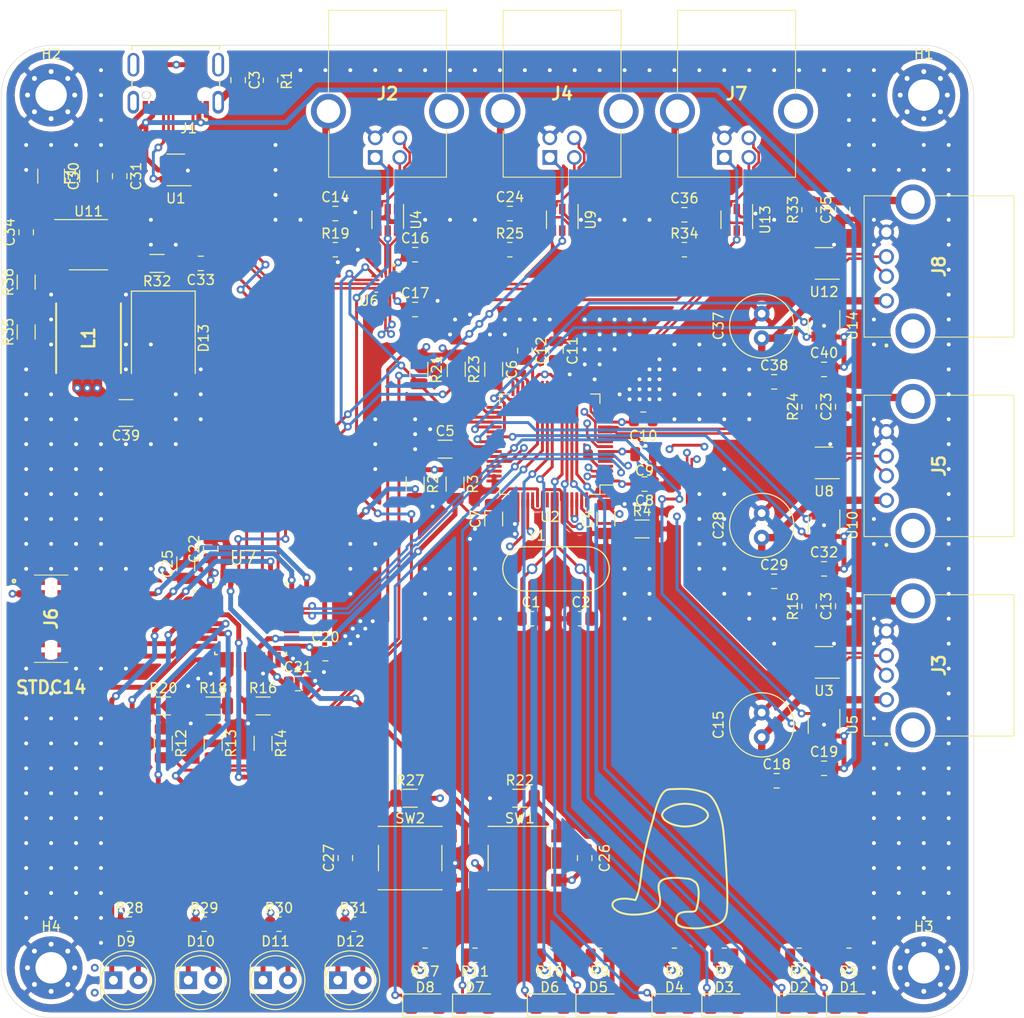
<source format=kicad_pcb>
(kicad_pcb (version 20171130) (host pcbnew "(5.1.10)-1")
  (layers (0 F.Cu signal) (1 In1.Cu power) (2 In2.Cu power) (31 B.Cu signal) (34 B.Paste user) (35 F.Paste user) (36 B.SilkS user) (37 F.SilkS user) (38 B.Mask user) (39 F.Mask user) (44 Edge.Cuts user))
  (net 0 "")
  (net 1 "Net-(C1-Pad1)")
  (net 2 GND)
  (net 3 "Net-(C2-Pad2)")
  (net 4 "Net-(C3-Pad2)")
  (net 5 "Net-(C4-Pad2)")
  (net 6 +3V3)
  (net 7 "Net-(C13-Pad2)")
  (net 8 "Net-(C14-Pad1)")
  (net 9 "Net-(C15-Pad1)")
  (net 10 UFP1_VBUS)
  (net 11 "Net-(C23-Pad2)")
  (net 12 "Net-(C24-Pad1)")
  (net 13 BOOT0)
  (net 14 NRST)
  (net 15 "Net-(C28-Pad1)")
  (net 16 "Net-(C30-Pad2)")
  (net 17 "Net-(C31-Pad2)")
  (net 18 "Net-(C33-Pad2)")
  (net 19 "Net-(C34-Pad1)")
  (net 20 "Net-(C34-Pad2)")
  (net 21 "Net-(C35-Pad2)")
  (net 22 "Net-(C36-Pad1)")
  (net 23 "Net-(C37-Pad1)")
  (net 24 "Net-(D1-Pad1)")
  (net 25 "Net-(D1-Pad2)")
  (net 26 "Net-(D2-Pad2)")
  (net 27 "Net-(D2-Pad1)")
  (net 28 "Net-(D3-Pad2)")
  (net 29 "Net-(D3-Pad1)")
  (net 30 "Net-(D4-Pad1)")
  (net 31 "Net-(D4-Pad2)")
  (net 32 "Net-(D5-Pad2)")
  (net 33 "Net-(D5-Pad1)")
  (net 34 "Net-(D6-Pad2)")
  (net 35 "Net-(D6-Pad1)")
  (net 36 "Net-(D7-Pad1)")
  (net 37 "Net-(D7-Pad2)")
  (net 38 "Net-(D8-Pad1)")
  (net 39 "Net-(D8-Pad2)")
  (net 40 "Net-(D9-Pad2)")
  (net 41 UI_LED1)
  (net 42 UI_LED2)
  (net 43 "Net-(D10-Pad2)")
  (net 44 "Net-(D11-Pad2)")
  (net 45 UI_LED3)
  (net 46 UI_LED4)
  (net 47 "Net-(D12-Pad2)")
  (net 48 CC1)
  (net 49 "Net-(J1-PadA8)")
  (net 50 "Net-(J1-PadB8)")
  (net 51 UFP1_D-)
  (net 52 UFP1_D+)
  (net 53 CC2)
  (net 54 UFP2_VBUS)
  (net 55 UFP2_CONN_D-)
  (net 56 UFP2_CONN_D+)
  (net 57 DFP2_CONN_D+)
  (net 58 DFP2_CONN_D-)
  (net 59 UFP3_CONN_D+)
  (net 60 UFP3_CONN_D-)
  (net 61 UFP3_VBUS)
  (net 62 DFP3_CONN_D-)
  (net 63 DFP3_CONN_D+)
  (net 64 "Net-(J6-Pad1)")
  (net 65 "Net-(J6-Pad2)")
  (net 66 SWDIO)
  (net 67 SWCLK)
  (net 68 SWO)
  (net 69 "Net-(J6-Pad9)")
  (net 70 "Net-(J6-Pad10)")
  (net 71 "Net-(J6-Pad11)")
  (net 72 LPUART1_RX)
  (net 73 LPUART1_TX)
  (net 74 UFP4_VBUS)
  (net 75 UFP4_CONN_D-)
  (net 76 UFP4_CONN_D+)
  (net 77 DFP4_CONN_D-)
  (net 78 DFP4_CONN_D+)
  (net 79 IFP_VBUS)
  (net 80 HUB_RESET)
  (net 81 "Net-(R4-Pad1)")
  (net 82 "Net-(R12-Pad1)")
  (net 83 "Net-(R13-Pad1)")
  (net 84 "Net-(R14-Pad1)")
  (net 85 I2C1_SCL)
  (net 86 I2C1_SDA)
  (net 87 "Net-(R32-Pad2)")
  (net 88 "Net-(R35-Pad2)")
  (net 89 IFP_D+)
  (net 90 IFP_D-)
  (net 91 DFP1_D-)
  (net 92 DFP1_D+)
  (net 93 DFP2_D+)
  (net 94 DFP2_D-)
  (net 95 DFP3_D-)
  (net 96 DFP3_D+)
  (net 97 DFP4_D+)
  (net 98 DFP4_D-)
  (net 99 DFP4_EN)
  (net 100 DFP4_OCSn)
  (net 101 DFP3_EN)
  (net 102 DFP3_OCSn)
  (net 103 DFP2_EN)
  (net 104 DFP2_OCSn)
  (net 105 "Net-(U2-Pad45)")
  (net 106 "Net-(U2-Pad46)")
  (net 107 UFP2_D+)
  (net 108 UFP2_D-)
  (net 109 UFP3_D-)
  (net 110 UFP3_D+)
  (net 111 UFP4_D-)
  (net 112 UFP4_D+)
  (net 113 "Net-(U7-Pad18)")
  (net 114 I2C1_SMBA)
  (net 115 "Net-(C5-Pad2)")
  (net 116 "Net-(C6-Pad2)")
  (net 117 "Net-(C7-Pad2)")
  (module Capacitor_SMD:C_0805_2012Metric (layer F.Cu) (at 57.404 42.164)
    (fp_text reference C17 (at 0 -1.68) (layer F.SilkS))
    (fp_text value 100nF)
    (pad 2 smd roundrect (at 0.95 0) (size 1 1.45) (layers F.Cu F.Paste F.Mask) (net 2 GND))
    (pad 1 smd roundrect (at -0.95 0) (size 1 1.45) (layers F.Cu F.Paste F.Mask) (net 6 +3V3))
  )
  (module FTSH-107-01-L-DV-K-A:FTSH-107-01-L-DV-K-A (layer F.Cu) (at 20.32 73.66 270)
    (fp_text reference J6 (at 0 0 270) (layer F.SilkS) (effects (font (size 1.27 1.27) (thickness 0.254))))
    (fp_text value STDC14 (at 6.985 0 180) (layer F.SilkS) (effects (font (size 1.27 1.27) (thickness 0.254))))
    (pad 16 np_thru_hole circle (at 3.175 0 270) (size 1.02 0) (drill 1.02) (layers *.Cu *.Mask))
    (pad 15 np_thru_hole circle (at -3.175 0 270) (size 1.02 0) (drill 1.02) (layers *.Cu *.Mask))
    (pad 14 smd rect (at 3.81 -2.035 270) (size 0.74 2.79) (layers F.Cu F.Paste F.Mask) (net 73 LPUART1_TX))
    (pad 13 smd rect (at 3.81 2.035 270) (size 0.74 2.79) (layers F.Cu F.Paste F.Mask) (net 72 LPUART1_RX))
    (pad 12 smd rect (at 2.54 -2.035 270) (size 0.74 2.79) (layers F.Cu F.Paste F.Mask) (net 14 NRST))
    (pad 11 smd rect (at 2.54 2.035 270) (size 0.74 2.79) (layers F.Cu F.Paste F.Mask) (net 71 "Net-(J6-Pad11)"))
    (pad 10 smd rect (at 1.27 -2.035 270) (size 0.74 2.79) (layers F.Cu F.Paste F.Mask) (net 70 "Net-(J6-Pad10)"))
    (pad 9 smd rect (at 1.27 2.035 270) (size 0.74 2.79) (layers F.Cu F.Paste F.Mask) (net 69 "Net-(J6-Pad9)"))
    (pad 8 smd rect (at 0 -2.035 270) (size 0.74 2.79) (layers F.Cu F.Paste F.Mask) (net 68 SWO))
    (pad 7 smd rect (at 0 2.035 270) (size 0.74 2.79) (layers F.Cu F.Paste F.Mask) (net 2 GND))
    (pad 6 smd rect (at -1.27 -2.035 270) (size 0.74 2.79) (layers F.Cu F.Paste F.Mask) (net 67 SWCLK))
    (pad 5 smd rect (at -1.27 2.035 270) (size 0.74 2.79) (layers F.Cu F.Paste F.Mask) (net 2 GND))
    (pad 4 smd rect (at -2.54 -2.035 270) (size 0.74 2.79) (layers F.Cu F.Paste F.Mask) (net 66 SWDIO))
    (pad 3 smd rect (at -2.54 2.035 270) (size 0.74 2.79) (layers F.Cu F.Paste F.Mask) (net 6 +3V3))
    (pad 2 smd rect (at -3.81 -2.035 270) (size 0.74 2.79) (layers F.Cu F.Paste F.Mask) (net 65 "Net-(J6-Pad2)"))
    (pad 1 smd rect (at -3.81 2.035 270) (size 0.74 2.79) (layers F.Cu F.Paste F.Mask) (net 64 "Net-(J6-Pad1)"))
  )
  (module AMOGUS:SUS (layer F.Cu) (at 84.836 98.044)
    (fp_text reference SYM1 hide)
    (fp_text value AMOGUS)
  )
  (module DX07S016JA1R1500:DX07S016JA1R1500 (layer F.Cu) (at 33.02 20.32 180)
    (fp_text reference J1 (at -1.325 -3.385) (layer F.SilkS))
    (fp_text value USB_C_Receptacle_USB2.0)
    (fp_line (start 2.875 -0.315) (end 3.125 -0.315) (layer Edge.Cuts) (width 0.1))
    (fp_line (start 3.125 0.315) (end 2.875 0.315) (layer Edge.Cuts) (width 0.1))
    (fp_arc (start 2.875 0) (end 2.875 -0.315) (angle -90) (layer Edge.Cuts) (width 0.1))
    (fp_arc (start 2.875 0) (end 2.56 0) (angle -90) (layer Edge.Cuts) (width 0.1))
    (fp_arc (start 3.125 0) (end 3.125 0.315) (angle -90) (layer Edge.Cuts) (width 0.1))
    (fp_arc (start 3.125 0) (end 3.44 0) (angle -90) (layer Edge.Cuts) (width 0.1))
    (pad A9 smd rect (at 2.35 -1.1 180) (size 0.52 1) (layers F.Cu F.Paste F.Mask) (net 10 UFP1_VBUS))
    (pad B9 smd rect (at -2.35 -1.1 180) (size 0.52 1) (layers F.Cu F.Paste F.Mask) (net 10 UFP1_VBUS))
    (pad A12 smd rect (at 3.1 -1.1 180) (size 0.52 1) (layers F.Cu F.Paste F.Mask) (net 2 GND))
    (pad A1 smd rect (at -3.1 -1.1 180) (size 0.52 1) (layers F.Cu F.Paste F.Mask) (net 2 GND))
    (pad S1 thru_hole oval (at 4.32 3.1 180) (size 1.2 2.4) (drill oval 0.65 1.95) (layers *.Cu *.Mask) (net 4 "Net-(C3-Pad2)"))
    (pad S1 thru_hole oval (at -4.32 3.1 180) (size 1.2 2.4) (drill oval 0.65 1.95) (layers *.Cu *.Mask) (net 4 "Net-(C3-Pad2)"))
    (pad S1 thru_hole oval (at 4.32 -0.725 180) (size 1.158 2.316) (drill oval 0.65 1.65) (layers *.Cu *.Mask) (net 4 "Net-(C3-Pad2)"))
    (pad S1 thru_hole oval (at -4.32 -0.725 180) (size 1.158 2.316) (drill oval 0.65 1.65) (layers *.Cu *.Mask) (net 4 "Net-(C3-Pad2)"))
    (pad None np_thru_hole circle (at -3 0 180) (size 0.63 0.63) (drill 0.63) (layers *.Cu *.Mask))
    (pad S1 smd rect (at 1.4 3.1 180) (size 1 2) (layers F.Cu F.Paste F.Mask) (net 4 "Net-(C3-Pad2)"))
    (pad S1 smd rect (at -1.4 3.1 180) (size 1 2) (layers F.Cu F.Paste F.Mask) (net 4 "Net-(C3-Pad2)"))
    (pad None np_thru_hole circle (at 3 0 180) (size 0.63 0.63) (drill 0.63) (layers *.Cu *.Mask))
    (pad None np_thru_hole circle (at 3 0 180) (size 0.6 0.6) (drill 0.6) (layers *.Cu *.Mask))
    (pad B5 smd rect (at 1.25 -1.1 180) (size 0.27 1) (layers F.Cu F.Paste F.Mask) (net 53 CC2))
    (pad A7 smd rect (at 0.75 -1.1 180) (size 0.27 1) (layers F.Cu F.Paste F.Mask) (net 51 UFP1_D-))
    (pad B6 smd rect (at 0.25 -1.1 180) (size 0.27 1) (layers F.Cu F.Paste F.Mask) (net 52 UFP1_D+))
    (pad A6 smd rect (at -0.25 -1.1 180) (size 0.27 1) (layers F.Cu F.Paste F.Mask) (net 52 UFP1_D+))
    (pad B7 smd rect (at -0.75 -1.1 180) (size 0.27 1) (layers F.Cu F.Paste F.Mask) (net 51 UFP1_D-))
    (pad B8 smd rect (at -1.25 -1.1 180) (size 0.27 1) (layers F.Cu F.Paste F.Mask) (net 50 "Net-(J1-PadB8)"))
    (pad A8 smd rect (at 1.75 -1.1 180) (size 0.27 1) (layers F.Cu F.Paste F.Mask) (net 49 "Net-(J1-PadA8)"))
    (pad A5 smd rect (at -1.75 -1.1 180) (size 0.27 1) (layers F.Cu F.Paste F.Mask) (net 48 CC1))
    (pad B4 smd rect (at 2.35 -1.1 180) (size 0.52 1) (layers F.Cu F.Paste F.Mask) (net 10 UFP1_VBUS))
    (pad A4 smd rect (at -2.35 -1.1 180) (size 0.52 1) (layers F.Cu F.Paste F.Mask) (net 10 UFP1_VBUS))
    (pad B1 smd rect (at 3.1 -1.1 180) (size 0.52 1) (layers F.Cu F.Paste F.Mask) (net 2 GND))
    (pad B12 smd rect (at -3.1 -1.1 180) (size 0.52 1) (layers F.Cu F.Paste F.Mask) (net 2 GND))
  )
  (module Capacitor_SMD:C_0805_2012Metric (layer F.Cu) (at 69.215 73.66)
    (fp_text reference C1 (at 0 -1.68) (layer F.SilkS))
    (fp_text value 15pF)
    (pad 1 smd roundrect (at -0.95 0) (size 1 1.45) (layers F.Cu F.Paste F.Mask) (net 1 "Net-(C1-Pad1)"))
    (pad 2 smd roundrect (at 0.95 0) (size 1 1.45) (layers F.Cu F.Paste F.Mask) (net 2 GND))
  )
  (module Capacitor_SMD:C_0805_2012Metric (layer F.Cu) (at 74.295 73.66)
    (fp_text reference C2 (at 0 -1.68) (layer F.SilkS))
    (fp_text value 15pF)
    (pad 2 smd roundrect (at 0.95 0) (size 1 1.45) (layers F.Cu F.Paste F.Mask) (net 3 "Net-(C2-Pad2)"))
    (pad 1 smd roundrect (at -0.95 0) (size 1 1.45) (layers F.Cu F.Paste F.Mask) (net 2 GND))
  )
  (module Capacitor_SMD:C_0805_2012Metric (layer F.Cu) (at 39.37 18.796 270)
    (fp_text reference C3 (at 0 -1.68 90) (layer F.SilkS))
    (fp_text value 100nF)
    (pad 1 smd roundrect (at -0.95 0 270) (size 1 1.45) (layers F.Cu F.Paste F.Mask) (net 2 GND))
    (pad 2 smd roundrect (at 0.95 0 270) (size 1 1.45) (layers F.Cu F.Paste F.Mask) (net 4 "Net-(C3-Pad2)"))
  )
  (module Capacitor_SMD:C_1206_3216Metric (layer F.Cu) (at 76.835 63.5 90)
    (fp_text reference C4 (at 0 -1.85 90) (layer F.SilkS))
    (fp_text value 4.7uF)
    (pad 2 smd roundrect (at 1.475 0 90) (size 1.15 1.8) (layers F.Cu F.Paste F.Mask) (roundrect_rratio 0.217391) (net 5 "Net-(C4-Pad2)"))
    (pad 1 smd roundrect (at -1.475 0 90) (size 1.15 1.8) (layers F.Cu F.Paste F.Mask) (roundrect_rratio 0.217391) (net 2 GND))
  )
  (module Capacitor_SMD:C_1206_3216Metric (layer F.Cu) (at 60.452 56.388)
    (fp_text reference C5 (at 0 -1.85) (layer F.SilkS))
    (fp_text value 4.7uF)
    (pad 1 smd roundrect (at -1.475 0) (size 1.15 1.8) (layers F.Cu F.Paste F.Mask) (roundrect_rratio 0.217391) (net 2 GND))
    (pad 2 smd roundrect (at 1.475 0) (size 1.15 1.8) (layers F.Cu F.Paste F.Mask) (roundrect_rratio 0.217391) (net 115 "Net-(C5-Pad2)"))
  )
  (module Capacitor_SMD:C_1206_3216Metric (layer F.Cu) (at 65.405 48.26 270)
    (fp_text reference C6 (at 0 -1.85 90) (layer F.SilkS))
    (fp_text value 4.7uF)
    (pad 2 smd roundrect (at 1.475 0 270) (size 1.15 1.8) (layers F.Cu F.Paste F.Mask) (roundrect_rratio 0.217391) (net 116 "Net-(C6-Pad2)"))
    (pad 1 smd roundrect (at -1.475 0 270) (size 1.15 1.8) (layers F.Cu F.Paste F.Mask) (roundrect_rratio 0.217391) (net 2 GND))
  )
  (module Capacitor_SMD:C_1206_3216Metric (layer F.Cu) (at 65.405 63.5 90)
    (fp_text reference C7 (at 0 -1.85 90) (layer F.SilkS))
    (fp_text value 4.7uF)
    (pad 1 smd roundrect (at -1.475 0 90) (size 1.15 1.8) (layers F.Cu F.Paste F.Mask) (roundrect_rratio 0.217391) (net 2 GND))
    (pad 2 smd roundrect (at 1.475 0 90) (size 1.15 1.8) (layers F.Cu F.Paste F.Mask) (roundrect_rratio 0.217391) (net 117 "Net-(C7-Pad2)"))
  )
  (module Capacitor_SMD:C_0805_2012Metric (layer F.Cu) (at 80.772 59.944 180)
    (fp_text reference C8 (at 0 -1.68) (layer F.SilkS))
    (fp_text value 100nF)
    (pad 1 smd roundrect (at -0.95 0 180) (size 1 1.45) (layers F.Cu F.Paste F.Mask) (net 2 GND))
    (pad 2 smd roundrect (at 0.95 0 180) (size 1 1.45) (layers F.Cu F.Paste F.Mask) (net 6 +3V3))
  )
  (module Capacitor_SMD:C_0805_2012Metric (layer F.Cu) (at 80.772 56.896 180)
    (fp_text reference C9 (at 0 -1.68) (layer F.SilkS))
    (fp_text value 100nF)
    (pad 1 smd roundrect (at -0.95 0 180) (size 1 1.45) (layers F.Cu F.Paste F.Mask) (net 2 GND))
    (pad 2 smd roundrect (at 0.95 0 180) (size 1 1.45) (layers F.Cu F.Paste F.Mask) (net 6 +3V3))
  )
  (module Capacitor_SMD:C_0805_2012Metric (layer F.Cu) (at 80.645 53.34 180)
    (fp_text reference C10 (at 0 -1.68) (layer F.SilkS))
    (fp_text value 100nF)
    (pad 2 smd roundrect (at 0.95 0 180) (size 1 1.45) (layers F.Cu F.Paste F.Mask) (net 6 +3V3))
    (pad 1 smd roundrect (at -0.95 0 180) (size 1 1.45) (layers F.Cu F.Paste F.Mask) (net 2 GND))
  )
  (module Capacitor_SMD:C_0805_2012Metric (layer F.Cu) (at 71.755 46.355 270)
    (fp_text reference C11 (at 0 -1.68 90) (layer F.SilkS))
    (fp_text value 100nF)
    (pad 1 smd roundrect (at -0.95 0 270) (size 1 1.45) (layers F.Cu F.Paste F.Mask) (net 2 GND))
    (pad 2 smd roundrect (at 0.95 0 270) (size 1 1.45) (layers F.Cu F.Paste F.Mask) (net 6 +3V3))
  )
  (module Capacitor_SMD:C_0805_2012Metric (layer F.Cu) (at 68.58 46.355 270)
    (fp_text reference C12 (at 0 -1.68 90) (layer F.SilkS))
    (fp_text value 100nF)
    (pad 2 smd roundrect (at 0.95 0 270) (size 1 1.45) (layers F.Cu F.Paste F.Mask) (net 6 +3V3))
    (pad 1 smd roundrect (at -0.95 0 270) (size 1 1.45) (layers F.Cu F.Paste F.Mask) (net 2 GND))
  )
  (module Capacitor_SMD:C_0805_2012Metric (layer F.Cu) (at 100.965 72.39 90)
    (fp_text reference C13 (at 0 -1.68 90) (layer F.SilkS))
    (fp_text value 100nF)
    (pad 2 smd roundrect (at 0.95 0 90) (size 1 1.45) (layers F.Cu F.Paste F.Mask) (net 7 "Net-(C13-Pad2)"))
    (pad 1 smd roundrect (at -0.95 0 90) (size 1 1.45) (layers F.Cu F.Paste F.Mask) (net 2 GND))
  )
  (module Capacitor_SMD:C_0805_2012Metric (layer F.Cu) (at 49.276 32.385)
    (fp_text reference C14 (at 0 -1.68) (layer F.SilkS))
    (fp_text value 100nF)
    (pad 2 smd roundrect (at 0.95 0) (size 1 1.45) (layers F.Cu F.Paste F.Mask) (net 2 GND))
    (pad 1 smd roundrect (at -0.95 0) (size 1 1.45) (layers F.Cu F.Paste F.Mask) (net 8 "Net-(C14-Pad1)"))
  )
  (module Capacitor_THT:C_Radial_D6.3mm_H11.0mm_P2.50mm (layer F.Cu) (at 92.71 85.725 90)
    (fp_text reference C15 (at 1.25 -4.4 90) (layer F.SilkS))
    (fp_text value 120uF)
    (pad 1 thru_hole circle (at 0 0 90) (size 1.6 1.6) (drill 0.8) (layers *.Cu *.Mask) (net 9 "Net-(C15-Pad1)"))
    (pad 2 thru_hole circle (at 2.5 0 90) (size 1.6 1.6) (drill 0.8) (layers *.Cu *.Mask) (net 2 GND))
  )
  (module Capacitor_SMD:C_0805_2012Metric (layer F.Cu) (at 57.404 36.576)
    (fp_text reference C16 (at 0 -1.68) (layer F.SilkS))
    (fp_text value 1uF)
    (pad 1 smd roundrect (at -0.95 0) (size 1 1.45) (layers F.Cu F.Paste F.Mask) (net 6 +3V3))
    (pad 2 smd roundrect (at 0.95 0) (size 1 1.45) (layers F.Cu F.Paste F.Mask) (net 2 GND))
  )
  (module Capacitor_SMD:C_0805_2012Metric (layer F.Cu) (at 94.234 90.17)
    (fp_text reference C18 (at 0 -1.68) (layer F.SilkS))
    (fp_text value 100nF)
    (pad 1 smd roundrect (at -0.95 0) (size 1 1.45) (layers F.Cu F.Paste F.Mask) (net 9 "Net-(C15-Pad1)"))
    (pad 2 smd roundrect (at 0.95 0) (size 1 1.45) (layers F.Cu F.Paste F.Mask) (net 2 GND))
  )
  (module Capacitor_SMD:C_0805_2012Metric (layer F.Cu) (at 99.06 88.9)
    (fp_text reference C19 (at 0 -1.68) (layer F.SilkS))
    (fp_text value 100nF)
    (pad 2 smd roundrect (at 0.95 0) (size 1 1.45) (layers F.Cu F.Paste F.Mask) (net 10 UFP1_VBUS))
    (pad 1 smd roundrect (at -0.95 0) (size 1 1.45) (layers F.Cu F.Paste F.Mask) (net 2 GND))
  )
  (module Capacitor_SMD:C_0805_2012Metric (layer F.Cu) (at 48.26 77.216)
    (fp_text reference C20 (at 0 -1.68) (layer F.SilkS))
    (fp_text value 100nF)
    (pad 2 smd roundrect (at 0.95 0) (size 1 1.45) (layers F.Cu F.Paste F.Mask) (net 2 GND))
    (pad 1 smd roundrect (at -0.95 0) (size 1 1.45) (layers F.Cu F.Paste F.Mask) (net 6 +3V3))
  )
  (module Capacitor_SMD:C_0805_2012Metric (layer F.Cu) (at 45.466 80.264)
    (fp_text reference C21 (at 0 -1.68) (layer F.SilkS))
    (fp_text value 100nF)
    (pad 2 smd roundrect (at 0.95 0) (size 1 1.45) (layers F.Cu F.Paste F.Mask) (net 2 GND))
    (pad 1 smd roundrect (at -0.95 0) (size 1 1.45) (layers F.Cu F.Paste F.Mask) (net 6 +3V3))
  )
  (module Capacitor_SMD:C_0805_2012Metric (layer F.Cu) (at 36.576 66.548 90)
    (fp_text reference C22 (at 0 -1.68 90) (layer F.SilkS))
    (fp_text value 100nF)
    (pad 1 smd roundrect (at -0.95 0 90) (size 1 1.45) (layers F.Cu F.Paste F.Mask) (net 6 +3V3))
    (pad 2 smd roundrect (at 0.95 0 90) (size 1 1.45) (layers F.Cu F.Paste F.Mask) (net 2 GND))
  )
  (module Capacitor_SMD:C_0805_2012Metric (layer F.Cu) (at 100.965 52.07 90)
    (fp_text reference C23 (at 0 -1.68 90) (layer F.SilkS))
    (fp_text value 100nF)
    (pad 2 smd roundrect (at 0.95 0 90) (size 1 1.45) (layers F.Cu F.Paste F.Mask) (net 11 "Net-(C23-Pad2)"))
    (pad 1 smd roundrect (at -0.95 0 90) (size 1 1.45) (layers F.Cu F.Paste F.Mask) (net 2 GND))
  )
  (module Capacitor_SMD:C_0805_2012Metric (layer F.Cu) (at 67.056 32.385)
    (fp_text reference C24 (at 0 -1.68) (layer F.SilkS))
    (fp_text value 100nF)
    (pad 1 smd roundrect (at -0.95 0) (size 1 1.45) (layers F.Cu F.Paste F.Mask) (net 12 "Net-(C24-Pad1)"))
    (pad 2 smd roundrect (at 0.95 0) (size 1 1.45) (layers F.Cu F.Paste F.Mask) (net 2 GND))
  )
  (module Capacitor_SMD:C_1206_3216Metric (layer F.Cu) (at 34.036 68.072 90)
    (fp_text reference C25 (at 0 -1.85 90) (layer F.SilkS))
    (fp_text value 4.7uF)
    (pad 1 smd roundrect (at -1.475 0 90) (size 1.15 1.8) (layers F.Cu F.Paste F.Mask) (roundrect_rratio 0.217391) (net 6 +3V3))
    (pad 2 smd roundrect (at 1.475 0 90) (size 1.15 1.8) (layers F.Cu F.Paste F.Mask) (roundrect_rratio 0.217391) (net 2 GND))
  )
  (module Capacitor_SMD:C_0805_2012Metric (layer F.Cu) (at 74.676 98.044 90)
    (fp_text reference C26 (at 0 2.032 90) (layer F.SilkS))
    (fp_text value 100nF)
    (pad 1 smd roundrect (at -0.95 0 90) (size 1 1.45) (layers F.Cu F.Paste F.Mask) (net 6 +3V3))
    (pad 2 smd roundrect (at 0.95 0 90) (size 1 1.45) (layers F.Cu F.Paste F.Mask) (net 13 BOOT0))
  )
  (module Capacitor_SMD:C_0805_2012Metric (layer F.Cu) (at 50.292 98.044 90)
    (fp_text reference C27 (at 0 -1.68 90) (layer F.SilkS))
    (fp_text value 100nF)
    (pad 2 smd roundrect (at 0.95 0 90) (size 1 1.45) (layers F.Cu F.Paste F.Mask) (net 14 NRST))
    (pad 1 smd roundrect (at -0.95 0 90) (size 1 1.45) (layers F.Cu F.Paste F.Mask) (net 2 GND))
  )
  (module Capacitor_THT:C_Radial_D6.3mm_H11.0mm_P2.50mm (layer F.Cu) (at 92.71 65.405 90)
    (fp_text reference C28 (at 1.25 -4.4 90) (layer F.SilkS))
    (fp_text value 120uF)
    (pad 2 thru_hole circle (at 2.5 0 90) (size 1.6 1.6) (drill 0.8) (layers *.Cu *.Mask) (net 2 GND))
    (pad 1 thru_hole circle (at 0 0 90) (size 1.6 1.6) (drill 0.8) (layers *.Cu *.Mask) (net 15 "Net-(C28-Pad1)"))
  )
  (module Capacitor_SMD:C_0805_2012Metric (layer F.Cu) (at 93.98 69.85)
    (fp_text reference C29 (at 0 -1.68) (layer F.SilkS))
    (fp_text value 100nF)
    (pad 2 smd roundrect (at 0.95 0) (size 1 1.45) (layers F.Cu F.Paste F.Mask) (net 2 GND))
    (pad 1 smd roundrect (at -0.95 0) (size 1 1.45) (layers F.Cu F.Paste F.Mask) (net 15 "Net-(C28-Pad1)"))
  )
  (module Capacitor_SMD:C_1210_3225Metric (layer F.Cu) (at 20.32 28.575 270)
    (fp_text reference C30 (at 0 -2.3 90) (layer F.SilkS))
    (fp_text value 22uF)
    (pad 1 smd roundrect (at -1.475 0 270) (size 1.15 2.7) (layers F.Cu F.Paste F.Mask) (roundrect_rratio 0.217391) (net 2 GND))
    (pad 2 smd roundrect (at 1.475 0 270) (size 1.15 2.7) (layers F.Cu F.Paste F.Mask) (roundrect_rratio 0.217391) (net 16 "Net-(C30-Pad2)"))
  )
  (module Capacitor_SMD:C_0805_2012Metric (layer F.Cu) (at 27.305 28.575 270)
    (fp_text reference C31 (at 0 -1.68 90) (layer F.SilkS))
    (fp_text value 1uF)
    (pad 1 smd roundrect (at -0.95 0 270) (size 1 1.45) (layers F.Cu F.Paste F.Mask) (net 2 GND))
    (pad 2 smd roundrect (at 0.95 0 270) (size 1 1.45) (layers F.Cu F.Paste F.Mask) (net 17 "Net-(C31-Pad2)"))
  )
  (module Capacitor_SMD:C_0805_2012Metric (layer F.Cu) (at 99.06 68.58)
    (fp_text reference C32 (at 0 -1.68) (layer F.SilkS))
    (fp_text value 100nF)
    (pad 1 smd roundrect (at -0.95 0) (size 1 1.45) (layers F.Cu F.Paste F.Mask) (net 2 GND))
    (pad 2 smd roundrect (at 0.95 0) (size 1 1.45) (layers F.Cu F.Paste F.Mask) (net 10 UFP1_VBUS))
  )
  (module Capacitor_SMD:C_0805_2012Metric (layer F.Cu) (at 35.56 37.465 180)
    (fp_text reference C33 (at 0 -1.68) (layer F.SilkS))
    (fp_text value 100pF)
    (pad 1 smd roundrect (at -0.95 0 180) (size 1 1.45) (layers F.Cu F.Paste F.Mask) (net 2 GND))
    (pad 2 smd roundrect (at 0.95 0 180) (size 1 1.45) (layers F.Cu F.Paste F.Mask) (net 18 "Net-(C33-Pad2)"))
  )
  (module Capacitor_SMD:C_0805_2012Metric (layer F.Cu) (at 17.78 34.29 90)
    (fp_text reference C34 (at 0 -1.68 90) (layer F.SilkS))
    (fp_text value 100nF)
    (pad 1 smd roundrect (at -0.95 0 90) (size 1 1.45) (layers F.Cu F.Paste F.Mask) (net 19 "Net-(C34-Pad1)"))
    (pad 2 smd roundrect (at 0.95 0 90) (size 1 1.45) (layers F.Cu F.Paste F.Mask) (net 20 "Net-(C34-Pad2)"))
  )
  (module Capacitor_SMD:C_0805_2012Metric (layer F.Cu) (at 100.965 32.004 90)
    (fp_text reference C35 (at 0 -1.68 90) (layer F.SilkS))
    (fp_text value 100nF)
    (pad 2 smd roundrect (at 0.95 0 90) (size 1 1.45) (layers F.Cu F.Paste F.Mask) (net 21 "Net-(C35-Pad2)"))
    (pad 1 smd roundrect (at -0.95 0 90) (size 1 1.45) (layers F.Cu F.Paste F.Mask) (net 2 GND))
  )
  (module Capacitor_SMD:C_0805_2012Metric (layer F.Cu) (at 84.836 32.512)
    (fp_text reference C36 (at 0 -1.68) (layer F.SilkS))
    (fp_text value 100nF)
    (pad 2 smd roundrect (at 0.95 0) (size 1 1.45) (layers F.Cu F.Paste F.Mask) (net 2 GND))
    (pad 1 smd roundrect (at -0.95 0) (size 1 1.45) (layers F.Cu F.Paste F.Mask) (net 22 "Net-(C36-Pad1)"))
  )
  (module Capacitor_THT:C_Radial_D6.3mm_H11.0mm_P2.50mm (layer F.Cu) (at 92.71 45.085 90)
    (fp_text reference C37 (at 1.25 -4.4 90) (layer F.SilkS))
    (fp_text value 120uF)
    (pad 1 thru_hole circle (at 0 0 90) (size 1.6 1.6) (drill 0.8) (layers *.Cu *.Mask) (net 23 "Net-(C37-Pad1)"))
    (pad 2 thru_hole circle (at 2.5 0 90) (size 1.6 1.6) (drill 0.8) (layers *.Cu *.Mask) (net 2 GND))
  )
  (module Capacitor_SMD:C_0805_2012Metric (layer F.Cu) (at 93.98 49.53)
    (fp_text reference C38 (at 0 -1.68) (layer F.SilkS))
    (fp_text value 100nF)
    (pad 1 smd roundrect (at -0.95 0) (size 1 1.45) (layers F.Cu F.Paste F.Mask) (net 23 "Net-(C37-Pad1)"))
    (pad 2 smd roundrect (at 0.95 0) (size 1 1.45) (layers F.Cu F.Paste F.Mask) (net 2 GND))
  )
  (module Capacitor_SMD:C_1210_3225Metric (layer F.Cu) (at 27.94 52.705 180)
    (fp_text reference C39 (at 0 -2.3) (layer F.SilkS))
    (fp_text value 22uF)
    (pad 2 smd roundrect (at 1.475 0 180) (size 1.15 2.7) (layers F.Cu F.Paste F.Mask) (roundrect_rratio 0.217391) (net 6 +3V3))
    (pad 1 smd roundrect (at -1.475 0 180) (size 1.15 2.7) (layers F.Cu F.Paste F.Mask) (roundrect_rratio 0.217391) (net 2 GND))
  )
  (module Capacitor_SMD:C_0805_2012Metric (layer F.Cu) (at 99.06 48.26)
    (fp_text reference C40 (at 0 -1.68) (layer F.SilkS))
    (fp_text value 100nF)
    (pad 2 smd roundrect (at 0.95 0) (size 1 1.45) (layers F.Cu F.Paste F.Mask) (net 10 UFP1_VBUS))
    (pad 1 smd roundrect (at -0.95 0) (size 1 1.45) (layers F.Cu F.Paste F.Mask) (net 2 GND))
  )
  (module LED_SMD:LED_1206_3216Metric (layer F.Cu) (at 101.6 113.03)
    (fp_text reference D1 (at 0 -1.82) (layer F.SilkS))
    (fp_text value AMBER)
    (pad 1 smd roundrect (at -1.4 0) (size 1.25 1.75) (layers F.Cu F.Paste F.Mask) (roundrect_rratio 0.2) (net 24 "Net-(D1-Pad1)"))
    (pad 2 smd roundrect (at 1.4 0) (size 1.25 1.75) (layers F.Cu F.Paste F.Mask) (roundrect_rratio 0.2) (net 25 "Net-(D1-Pad2)"))
  )
  (module LED_SMD:LED_1206_3216Metric (layer F.Cu) (at 96.52 113.03)
    (fp_text reference D2 (at 0 -1.82) (layer F.SilkS))
    (fp_text value GREEN)
    (pad 2 smd roundrect (at 1.4 0) (size 1.25 1.75) (layers F.Cu F.Paste F.Mask) (roundrect_rratio 0.2) (net 26 "Net-(D2-Pad2)"))
    (pad 1 smd roundrect (at -1.4 0) (size 1.25 1.75) (layers F.Cu F.Paste F.Mask) (roundrect_rratio 0.2) (net 27 "Net-(D2-Pad1)"))
  )
  (module LED_SMD:LED_1206_3216Metric (layer F.Cu) (at 88.9 113.03)
    (fp_text reference D3 (at 0 -1.82) (layer F.SilkS))
    (fp_text value AMBER)
    (pad 2 smd roundrect (at 1.4 0) (size 1.25 1.75) (layers F.Cu F.Paste F.Mask) (roundrect_rratio 0.2) (net 28 "Net-(D3-Pad2)"))
    (pad 1 smd roundrect (at -1.4 0) (size 1.25 1.75) (layers F.Cu F.Paste F.Mask) (roundrect_rratio 0.2) (net 29 "Net-(D3-Pad1)"))
  )
  (module LED_SMD:LED_1206_3216Metric (layer F.Cu) (at 83.82 113.03)
    (fp_text reference D4 (at 0 -1.82) (layer F.SilkS))
    (fp_text value GREEN)
    (pad 1 smd roundrect (at -1.4 0) (size 1.25 1.75) (layers F.Cu F.Paste F.Mask) (roundrect_rratio 0.2) (net 30 "Net-(D4-Pad1)"))
    (pad 2 smd roundrect (at 1.4 0) (size 1.25 1.75) (layers F.Cu F.Paste F.Mask) (roundrect_rratio 0.2) (net 31 "Net-(D4-Pad2)"))
  )
  (module LED_SMD:LED_1206_3216Metric (layer F.Cu) (at 76.07 113.03)
    (fp_text reference D5 (at 0 -1.82) (layer F.SilkS))
    (fp_text value AMBER)
    (pad 2 smd roundrect (at 1.4 0) (size 1.25 1.75) (layers F.Cu F.Paste F.Mask) (roundrect_rratio 0.2) (net 32 "Net-(D5-Pad2)"))
    (pad 1 smd roundrect (at -1.4 0) (size 1.25 1.75) (layers F.Cu F.Paste F.Mask) (roundrect_rratio 0.2) (net 33 "Net-(D5-Pad1)"))
  )
  (module LED_SMD:LED_1206_3216Metric (layer F.Cu) (at 71.12 113.03)
    (fp_text reference D6 (at 0 -1.82) (layer F.SilkS))
    (fp_text value GREEN)
    (pad 2 smd roundrect (at 1.4 0) (size 1.25 1.75) (layers F.Cu F.Paste F.Mask) (roundrect_rratio 0.2) (net 34 "Net-(D6-Pad2)"))
    (pad 1 smd roundrect (at -1.4 0) (size 1.25 1.75) (layers F.Cu F.Paste F.Mask) (roundrect_rratio 0.2) (net 35 "Net-(D6-Pad1)"))
  )
  (module LED_SMD:LED_1206_3216Metric (layer F.Cu) (at 63.5 113.03)
    (fp_text reference D7 (at 0 -1.82) (layer F.SilkS))
    (fp_text value AMBER)
    (pad 1 smd roundrect (at -1.4 0) (size 1.25 1.75) (layers F.Cu F.Paste F.Mask) (roundrect_rratio 0.2) (net 36 "Net-(D7-Pad1)"))
    (pad 2 smd roundrect (at 1.4 0) (size 1.25 1.75) (layers F.Cu F.Paste F.Mask) (roundrect_rratio 0.2) (net 37 "Net-(D7-Pad2)"))
  )
  (module LED_SMD:LED_1206_3216Metric (layer F.Cu) (at 58.42 113.03)
    (fp_text reference D8 (at 0 -1.82) (layer F.SilkS))
    (fp_text value GREEN)
    (pad 1 smd roundrect (at -1.4 0) (size 1.25 1.75) (layers F.Cu F.Paste F.Mask) (roundrect_rratio 0.2) (net 38 "Net-(D8-Pad1)"))
    (pad 2 smd roundrect (at 1.4 0) (size 1.25 1.75) (layers F.Cu F.Paste F.Mask) (roundrect_rratio 0.2) (net 39 "Net-(D8-Pad2)"))
  )
  (module LED_THT:LED_D5.0mm (layer F.Cu) (at 26.67 110.49)
    (fp_text reference D9 (at 1.27 -3.96) (layer F.SilkS))
    (fp_text value LED)
    (pad 2 thru_hole circle (at 2.54 0) (size 1.8 1.8) (drill 0.9) (layers *.Cu *.Mask) (net 40 "Net-(D9-Pad2)"))
    (pad 1 thru_hole rect (at 0 0) (size 1.8 1.8) (drill 0.9) (layers *.Cu *.Mask) (net 41 UI_LED1))
  )
  (module LED_THT:LED_D5.0mm (layer F.Cu) (at 34.29 110.49)
    (fp_text reference D10 (at 1.27 -3.96) (layer F.SilkS))
    (fp_text value LED)
    (pad 1 thru_hole rect (at 0 0) (size 1.8 1.8) (drill 0.9) (layers *.Cu *.Mask) (net 42 UI_LED2))
    (pad 2 thru_hole circle (at 2.54 0) (size 1.8 1.8) (drill 0.9) (layers *.Cu *.Mask) (net 43 "Net-(D10-Pad2)"))
  )
  (module LED_THT:LED_D5.0mm (layer F.Cu) (at 41.91 110.49)
    (fp_text reference D11 (at 1.27 -3.96) (layer F.SilkS))
    (fp_text value LED)
    (pad 2 thru_hole circle (at 2.54 0) (size 1.8 1.8) (drill 0.9) (layers *.Cu *.Mask) (net 44 "Net-(D11-Pad2)"))
    (pad 1 thru_hole rect (at 0 0) (size 1.8 1.8) (drill 0.9) (layers *.Cu *.Mask) (net 45 UI_LED3))
  )
  (module LED_THT:LED_D5.0mm (layer F.Cu) (at 49.53 110.49)
    (fp_text reference D12 (at 1.27 -3.96) (layer F.SilkS))
    (fp_text value LED)
    (pad 1 thru_hole rect (at 0 0) (size 1.8 1.8) (drill 0.9) (layers *.Cu *.Mask) (net 46 UI_LED4))
    (pad 2 thru_hole circle (at 2.54 0) (size 1.8 1.8) (drill 0.9) (layers *.Cu *.Mask) (net 47 "Net-(D12-Pad2)"))
  )
  (module Diode_SMD:D_SMC (layer F.Cu) (at 31.75 45.085 270)
    (fp_text reference D13 (at 0 -4.1 90) (layer F.SilkS))
    (fp_text value B540C-13-F)
    (pad 1 smd rect (at -3.4 0) (size 3.3 2.5) (layers F.Cu F.Paste F.Mask) (net 20 "Net-(C34-Pad2)"))
    (pad 2 smd rect (at 3.4 0) (size 3.3 2.5) (layers F.Cu F.Paste F.Mask) (net 2 GND))
  )
  (module Fuse:Fuse_1206_3216Metric (layer F.Cu) (at 24.13 28.575 90)
    (fp_text reference F1 (at 0 -1.82 90) (layer F.SilkS))
    (fp_text value 500mA)
    (pad 1 smd roundrect (at -1.4 0 90) (size 1.25 1.75) (layers F.Cu F.Paste F.Mask) (roundrect_rratio 0.2) (net 16 "Net-(C30-Pad2)"))
    (pad 2 smd roundrect (at 1.4 0 90) (size 1.25 1.75) (layers F.Cu F.Paste F.Mask) (roundrect_rratio 0.2) (net 10 UFP1_VBUS))
  )
  (module MountingHole:MountingHole_3.2mm_M3_Pad_Via (layer F.Cu) (at 109.22 20.32)
    (fp_text reference H1 (at 0 -4.2) (layer F.SilkS))
    (fp_text value MountingHole_Pad)
    (pad 1 thru_hole circle (at 0 0) (size 6.4 6.4) (drill 3.2) (layers *.Cu *.Mask) (net 2 GND))
    (pad 1 thru_hole circle (at 2.4 0) (size 0.8 0.8) (drill 0.5) (layers *.Cu *.Mask) (net 2 GND))
    (pad 1 thru_hole circle (at 1.697056 1.697056) (size 0.8 0.8) (drill 0.5) (layers *.Cu *.Mask) (net 2 GND))
    (pad 1 thru_hole circle (at 0 2.4) (size 0.8 0.8) (drill 0.5) (layers *.Cu *.Mask) (net 2 GND))
    (pad 1 thru_hole circle (at -1.697056 1.697056) (size 0.8 0.8) (drill 0.5) (layers *.Cu *.Mask) (net 2 GND))
    (pad 1 thru_hole circle (at -2.4 0) (size 0.8 0.8) (drill 0.5) (layers *.Cu *.Mask) (net 2 GND))
    (pad 1 thru_hole circle (at -1.697056 -1.697056) (size 0.8 0.8) (drill 0.5) (layers *.Cu *.Mask) (net 2 GND))
    (pad 1 thru_hole circle (at 0 -2.4) (size 0.8 0.8) (drill 0.5) (layers *.Cu *.Mask) (net 2 GND))
    (pad 1 thru_hole circle (at 1.697056 -1.697056) (size 0.8 0.8) (drill 0.5) (layers *.Cu *.Mask) (net 2 GND))
  )
  (module MountingHole:MountingHole_3.2mm_M3_Pad_Via (layer F.Cu) (at 20.32 20.32)
    (fp_text reference H2 (at 0 -4.2) (layer F.SilkS))
    (fp_text value MountingHole_Pad)
    (pad 1 thru_hole circle (at 1.697056 -1.697056) (size 0.8 0.8) (drill 0.5) (layers *.Cu *.Mask) (net 2 GND))
    (pad 1 thru_hole circle (at 0 -2.4) (size 0.8 0.8) (drill 0.5) (layers *.Cu *.Mask) (net 2 GND))
    (pad 1 thru_hole circle (at -1.697056 -1.697056) (size 0.8 0.8) (drill 0.5) (layers *.Cu *.Mask) (net 2 GND))
    (pad 1 thru_hole circle (at -2.4 0) (size 0.8 0.8) (drill 0.5) (layers *.Cu *.Mask) (net 2 GND))
    (pad 1 thru_hole circle (at -1.697056 1.697056) (size 0.8 0.8) (drill 0.5) (layers *.Cu *.Mask) (net 2 GND))
    (pad 1 thru_hole circle (at 0 2.4) (size 0.8 0.8) (drill 0.5) (layers *.Cu *.Mask) (net 2 GND))
    (pad 1 thru_hole circle (at 1.697056 1.697056) (size 0.8 0.8) (drill 0.5) (layers *.Cu *.Mask) (net 2 GND))
    (pad 1 thru_hole circle (at 2.4 0) (size 0.8 0.8) (drill 0.5) (layers *.Cu *.Mask) (net 2 GND))
    (pad 1 thru_hole circle (at 0 0) (size 6.4 6.4) (drill 3.2) (layers *.Cu *.Mask) (net 2 GND))
  )
  (module MountingHole:MountingHole_3.2mm_M3_Pad_Via (layer F.Cu) (at 109.22 109.22)
    (fp_text reference H3 (at 0 -4.2) (layer F.SilkS))
    (fp_text value MountingHole_Pad)
    (pad 1 thru_hole circle (at 1.697056 -1.697056) (size 0.8 0.8) (drill 0.5) (layers *.Cu *.Mask) (net 2 GND))
    (pad 1 thru_hole circle (at 0 -2.4) (size 0.8 0.8) (drill 0.5) (layers *.Cu *.Mask) (net 2 GND))
    (pad 1 thru_hole circle (at -1.697056 -1.697056) (size 0.8 0.8) (drill 0.5) (layers *.Cu *.Mask) (net 2 GND))
    (pad 1 thru_hole circle (at -2.4 0) (size 0.8 0.8) (drill 0.5) (layers *.Cu *.Mask) (net 2 GND))
    (pad 1 thru_hole circle (at -1.697056 1.697056) (size 0.8 0.8) (drill 0.5) (layers *.Cu *.Mask) (net 2 GND))
    (pad 1 thru_hole circle (at 0 2.4) (size 0.8 0.8) (drill 0.5) (layers *.Cu *.Mask) (net 2 GND))
    (pad 1 thru_hole circle (at 1.697056 1.697056) (size 0.8 0.8) (drill 0.5) (layers *.Cu *.Mask) (net 2 GND))
    (pad 1 thru_hole circle (at 2.4 0) (size 0.8 0.8) (drill 0.5) (layers *.Cu *.Mask) (net 2 GND))
    (pad 1 thru_hole circle (at 0 0) (size 6.4 6.4) (drill 3.2) (layers *.Cu *.Mask) (net 2 GND))
  )
  (module MountingHole:MountingHole_3.2mm_M3_Pad_Via (layer F.Cu) (at 20.32 109.22)
    (fp_text reference H4 (at 0 -4.2) (layer F.SilkS))
    (fp_text value MountingHole_Pad)
    (pad 1 thru_hole circle (at 0 0) (size 6.4 6.4) (drill 3.2) (layers *.Cu *.Mask) (net 2 GND))
    (pad 1 thru_hole circle (at 2.4 0) (size 0.8 0.8) (drill 0.5) (layers *.Cu *.Mask) (net 2 GND))
    (pad 1 thru_hole circle (at 1.697056 1.697056) (size 0.8 0.8) (drill 0.5) (layers *.Cu *.Mask) (net 2 GND))
    (pad 1 thru_hole circle (at 0 2.4) (size 0.8 0.8) (drill 0.5) (layers *.Cu *.Mask) (net 2 GND))
    (pad 1 thru_hole circle (at -1.697056 1.697056) (size 0.8 0.8) (drill 0.5) (layers *.Cu *.Mask) (net 2 GND))
    (pad 1 thru_hole circle (at -2.4 0) (size 0.8 0.8) (drill 0.5) (layers *.Cu *.Mask) (net 2 GND))
    (pad 1 thru_hole circle (at -1.697056 -1.697056) (size 0.8 0.8) (drill 0.5) (layers *.Cu *.Mask) (net 2 GND))
    (pad 1 thru_hole circle (at 0 -2.4) (size 0.8 0.8) (drill 0.5) (layers *.Cu *.Mask) (net 2 GND))
    (pad 1 thru_hole circle (at 1.697056 -1.697056) (size 0.8 0.8) (drill 0.5) (layers *.Cu *.Mask) (net 2 GND))
  )
  (module 67068-9000:67068-9000 (layer F.Cu) (at 53.34 26.67 180)
    (fp_text reference J2 (at -1.25 6.49) (layer F.SilkS) (effects (font (size 1.27 1.27) (thickness 0.254))))
    (fp_text value USB_B hide)
    (pad 1 thru_hole rect (at 0 0 180) (size 1.5 1.5) (drill 1) (layers *.Cu *.Mask) (net 54 UFP2_VBUS))
    (pad 2 thru_hole circle (at -2.5 0 180) (size 1.5 1.5) (drill 1) (layers *.Cu *.Mask) (net 55 UFP2_CONN_D-))
    (pad 3 thru_hole circle (at -2.5 2 180) (size 1.5 1.5) (drill 1) (layers *.Cu *.Mask) (net 56 UFP2_CONN_D+))
    (pad 4 thru_hole circle (at 0 2 180) (size 1.5 1.5) (drill 1) (layers *.Cu *.Mask) (net 2 GND))
    (pad 5 thru_hole circle (at -7.27 4.71 180) (size 3.57 3.57) (drill 2.38) (layers *.Cu *.Mask) (net 8 "Net-(C14-Pad1)"))
    (pad 5 thru_hole circle (at 4.77 4.71 180) (size 3.57 3.57) (drill 2.38) (layers *.Cu *.Mask) (net 8 "Net-(C14-Pad1)"))
  )
  (module 67643-0910:67643-0910 (layer F.Cu) (at 105.41 81.915 90)
    (fp_text reference J3 (at 3.5 5.36 90) (layer F.SilkS) (effects (font (size 1.27 1.27) (thickness 0.254))))
    (fp_text value USB_A hide)
    (pad 5 thru_hole circle (at 10.07 2.71 90) (size 3.57 3.57) (drill 2.38) (layers *.Cu *.Mask) (net 7 "Net-(C13-Pad2)"))
    (pad 5 thru_hole circle (at -3.07 2.71 90) (size 3.57 3.57) (drill 2.38) (layers *.Cu *.Mask) (net 7 "Net-(C13-Pad2)"))
    (pad 4 thru_hole circle (at 7 0 90) (size 1.545 1.545) (drill 1.03) (layers *.Cu *.Mask) (net 2 GND))
    (pad 3 thru_hole circle (at 4.5 0 90) (size 1.545 1.545) (drill 1.03) (layers *.Cu *.Mask) (net 57 DFP2_CONN_D+))
    (pad 2 thru_hole circle (at 2.5 0 90) (size 1.545 1.545) (drill 1.03) (layers *.Cu *.Mask) (net 58 DFP2_CONN_D-))
    (pad 1 thru_hole circle (at 0 0 90) (size 1.545 1.545) (drill 1.03) (layers *.Cu *.Mask) (net 9 "Net-(C15-Pad1)"))
  )
  (module 67068-9000:67068-9000 (layer F.Cu) (at 71.12 26.67 180)
    (fp_text reference J4 (at -1.25 6.49) (layer F.SilkS) (effects (font (size 1.27 1.27) (thickness 0.254))))
    (fp_text value USB_B hide)
    (pad 1 thru_hole rect (at 0 0 180) (size 1.5 1.5) (drill 1) (layers *.Cu *.Mask) (net 61 UFP3_VBUS))
    (pad 2 thru_hole circle (at -2.5 0 180) (size 1.5 1.5) (drill 1) (layers *.Cu *.Mask) (net 60 UFP3_CONN_D-))
    (pad 3 thru_hole circle (at -2.5 2 180) (size 1.5 1.5) (drill 1) (layers *.Cu *.Mask) (net 59 UFP3_CONN_D+))
    (pad 4 thru_hole circle (at 0 2 180) (size 1.5 1.5) (drill 1) (layers *.Cu *.Mask) (net 2 GND))
    (pad 5 thru_hole circle (at -7.27 4.71 180) (size 3.57 3.57) (drill 2.38) (layers *.Cu *.Mask) (net 12 "Net-(C24-Pad1)"))
    (pad 5 thru_hole circle (at 4.77 4.71 180) (size 3.57 3.57) (drill 2.38) (layers *.Cu *.Mask) (net 12 "Net-(C24-Pad1)"))
  )
  (module 67643-0910:67643-0910 (layer F.Cu) (at 105.41 61.595 90)
    (fp_text reference J5 (at 3.5 5.36 90) (layer F.SilkS) (effects (font (size 1.27 1.27) (thickness 0.254))))
    (fp_text value USB_A hide)
    (pad 1 thru_hole circle (at 0 0 90) (size 1.545 1.545) (drill 1.03) (layers *.Cu *.Mask) (net 15 "Net-(C28-Pad1)"))
    (pad 2 thru_hole circle (at 2.5 0 90) (size 1.545 1.545) (drill 1.03) (layers *.Cu *.Mask) (net 62 DFP3_CONN_D-))
    (pad 3 thru_hole circle (at 4.5 0 90) (size 1.545 1.545) (drill 1.03) (layers *.Cu *.Mask) (net 63 DFP3_CONN_D+))
    (pad 4 thru_hole circle (at 7 0 90) (size 1.545 1.545) (drill 1.03) (layers *.Cu *.Mask) (net 2 GND))
    (pad 5 thru_hole circle (at -3.07 2.71 90) (size 3.57 3.57) (drill 2.38) (layers *.Cu *.Mask) (net 11 "Net-(C23-Pad2)"))
    (pad 5 thru_hole circle (at 10.07 2.71 90) (size 3.57 3.57) (drill 2.38) (layers *.Cu *.Mask) (net 11 "Net-(C23-Pad2)"))
  )
  (module 67068-9000:67068-9000 (layer F.Cu) (at 88.9 26.67 180)
    (fp_text reference J7 (at -1.25 6.49) (layer F.SilkS) (effects (font (size 1.27 1.27) (thickness 0.254))))
    (fp_text value USB_B hide)
    (pad 1 thru_hole rect (at 0 0 180) (size 1.5 1.5) (drill 1) (layers *.Cu *.Mask) (net 74 UFP4_VBUS))
    (pad 2 thru_hole circle (at -2.5 0 180) (size 1.5 1.5) (drill 1) (layers *.Cu *.Mask) (net 75 UFP4_CONN_D-))
    (pad 3 thru_hole circle (at -2.5 2 180) (size 1.5 1.5) (drill 1) (layers *.Cu *.Mask) (net 76 UFP4_CONN_D+))
    (pad 4 thru_hole circle (at 0 2 180) (size 1.5 1.5) (drill 1) (layers *.Cu *.Mask) (net 2 GND))
    (pad 5 thru_hole circle (at -7.27 4.71 180) (size 3.57 3.57) (drill 2.38) (layers *.Cu *.Mask) (net 22 "Net-(C36-Pad1)"))
    (pad 5 thru_hole circle (at 4.77 4.71 180) (size 3.57 3.57) (drill 2.38) (layers *.Cu *.Mask) (net 22 "Net-(C36-Pad1)"))
  )
  (module 67643-0910:67643-0910 (layer F.Cu) (at 105.41 41.275 90)
    (fp_text reference J8 (at 3.5 5.36 90) (layer F.SilkS) (effects (font (size 1.27 1.27) (thickness 0.254))))
    (fp_text value USB_A hide)
    (pad 1 thru_hole circle (at 0 0 90) (size 1.545 1.545) (drill 1.03) (layers *.Cu *.Mask) (net 23 "Net-(C37-Pad1)"))
    (pad 2 thru_hole circle (at 2.5 0 90) (size 1.545 1.545) (drill 1.03) (layers *.Cu *.Mask) (net 77 DFP4_CONN_D-))
    (pad 3 thru_hole circle (at 4.5 0 90) (size 1.545 1.545) (drill 1.03) (layers *.Cu *.Mask) (net 78 DFP4_CONN_D+))
    (pad 4 thru_hole circle (at 7 0 90) (size 1.545 1.545) (drill 1.03) (layers *.Cu *.Mask) (net 2 GND))
    (pad 5 thru_hole circle (at -3.07 2.71 90) (size 3.57 3.57) (drill 2.38) (layers *.Cu *.Mask) (net 21 "Net-(C35-Pad2)"))
    (pad 5 thru_hole circle (at 10.07 2.71 90) (size 3.57 3.57) (drill 2.38) (layers *.Cu *.Mask) (net 21 "Net-(C35-Pad2)"))
  )
  (module SRP6530A-6R8M:SRP6530A-6R8M (layer F.Cu) (at 24.13 45.085 270)
    (fp_text reference L1 (at 0 0 90) (layer F.SilkS) (effects (font (size 1.27 1.27) (thickness 0.254))))
    (fp_text value SRP6530A-6R8M hide)
    (pad 1 smd rect (at -2.8 0 270) (size 2.8 3.2) (layers F.Cu F.Paste F.Mask) (net 20 "Net-(C34-Pad2)"))
    (pad 2 smd rect (at 2.8 0 270) (size 2.8 3.2) (layers F.Cu F.Paste F.Mask) (net 6 +3V3))
  )
  (module Resistor_SMD:R_0805_2012Metric (layer F.Cu) (at 42.672 18.796 270)
    (fp_text reference R1 (at 0 -1.65 90) (layer F.SilkS))
    (fp_text value 330R)
    (pad 1 smd roundrect (at -0.9125 0 270) (size 1.025 1.4) (layers F.Cu F.Paste F.Mask) (roundrect_rratio 0.243902) (net 2 GND))
    (pad 2 smd roundrect (at 0.9125 0 270) (size 1.025 1.4) (layers F.Cu F.Paste F.Mask) (roundrect_rratio 0.243902) (net 4 "Net-(C3-Pad2)"))
  )
  (module Resistor_SMD:R_1206_3216Metric (layer F.Cu) (at 57.404 59.944 270)
    (fp_text reference R2 (at 0 -1.82 90) (layer F.SilkS))
    (fp_text value 1K)
    (pad 2 smd roundrect (at 1.4625 0 270) (size 1.125 1.75) (layers F.Cu F.Paste F.Mask) (roundrect_rratio 0.222222) (net 79 IFP_VBUS))
    (pad 1 smd roundrect (at -1.4625 0 270) (size 1.125 1.75) (layers F.Cu F.Paste F.Mask) (roundrect_rratio 0.222222) (net 6 +3V3))
  )
  (module Resistor_SMD:R_1206_3216Metric (layer F.Cu) (at 61.468 59.944 270)
    (fp_text reference R3 (at 0 -1.82 90) (layer F.SilkS))
    (fp_text value 10K)
    (pad 1 smd roundrect (at -1.4625 0 270) (size 1.125 1.75) (layers F.Cu F.Paste F.Mask) (roundrect_rratio 0.222222) (net 6 +3V3))
    (pad 2 smd roundrect (at 1.4625 0 270) (size 1.125 1.75) (layers F.Cu F.Paste F.Mask) (roundrect_rratio 0.222222) (net 80 HUB_RESET))
  )
  (module Resistor_SMD:R_1206_3216Metric (layer F.Cu) (at 80.518 64.516)
    (fp_text reference R4 (at 0 -1.82) (layer F.SilkS))
    (fp_text value 12K)
    (pad 2 smd roundrect (at 1.4625 0) (size 1.125 1.75) (layers F.Cu F.Paste F.Mask) (roundrect_rratio 0.222222) (net 2 GND))
    (pad 1 smd roundrect (at -1.4625 0) (size 1.125 1.75) (layers F.Cu F.Paste F.Mask) (roundrect_rratio 0.222222) (net 81 "Net-(R4-Pad1)"))
  )
  (module Resistor_SMD:R_0805_2012Metric (layer F.Cu) (at 101.6 107.95 180)
    (fp_text reference R5 (at 0 -1.65) (layer F.SilkS))
    (fp_text value 100R)
    (pad 1 smd roundrect (at -0.9125 0 180) (size 1.025 1.4) (layers F.Cu F.Paste F.Mask) (roundrect_rratio 0.243902) (net 25 "Net-(D1-Pad2)"))
    (pad 2 smd roundrect (at 0.9125 0 180) (size 1.025 1.4) (layers F.Cu F.Paste F.Mask) (roundrect_rratio 0.243902) (net 6 +3V3))
  )
  (module Resistor_SMD:R_0805_2012Metric (layer F.Cu) (at 96.52 107.95 180)
    (fp_text reference R6 (at 0 -1.65) (layer F.SilkS))
    (fp_text value 100R)
    (pad 2 smd roundrect (at 0.9125 0 180) (size 1.025 1.4) (layers F.Cu F.Paste F.Mask) (roundrect_rratio 0.243902) (net 6 +3V3))
    (pad 1 smd roundrect (at -0.9125 0 180) (size 1.025 1.4) (layers F.Cu F.Paste F.Mask) (roundrect_rratio 0.243902) (net 26 "Net-(D2-Pad2)"))
  )
  (module Resistor_SMD:R_0805_2012Metric (layer F.Cu) (at 88.9 107.95 180)
    (fp_text reference R7 (at 0 -1.65) (layer F.SilkS))
    (fp_text value 100R)
    (pad 1 smd roundrect (at -0.9125 0 180) (size 1.025 1.4) (layers F.Cu F.Paste F.Mask) (roundrect_rratio 0.243902) (net 28 "Net-(D3-Pad2)"))
    (pad 2 smd roundrect (at 0.9125 0 180) (size 1.025 1.4) (layers F.Cu F.Paste F.Mask) (roundrect_rratio 0.243902) (net 6 +3V3))
  )
  (module Resistor_SMD:R_0805_2012Metric (layer F.Cu) (at 83.82 107.95 180)
    (fp_text reference R8 (at 0 -1.65) (layer F.SilkS))
    (fp_text value 100R)
    (pad 1 smd roundrect (at -0.9125 0 180) (size 1.025 1.4) (layers F.Cu F.Paste F.Mask) (roundrect_rratio 0.243902) (net 31 "Net-(D4-Pad2)"))
    (pad 2 smd roundrect (at 0.9125 0 180) (size 1.025 1.4) (layers F.Cu F.Paste F.Mask) (roundrect_rratio 0.243902) (net 6 +3V3))
  )
  (module Resistor_SMD:R_0805_2012Metric (layer F.Cu) (at 76.2 107.95 180)
    (fp_text reference R9 (at 0 -1.65) (layer F.SilkS))
    (fp_text value 100R)
    (pad 1 smd roundrect (at -0.9125 0 180) (size 1.025 1.4) (layers F.Cu F.Paste F.Mask) (roundrect_rratio 0.243902) (net 32 "Net-(D5-Pad2)"))
    (pad 2 smd roundrect (at 0.9125 0 180) (size 1.025 1.4) (layers F.Cu F.Paste F.Mask) (roundrect_rratio 0.243902) (net 6 +3V3))
  )
  (module Resistor_SMD:R_0805_2012Metric (layer F.Cu) (at 71.12 107.95 180)
    (fp_text reference R10 (at 0 -1.65) (layer F.SilkS))
    (fp_text value 100R)
    (pad 1 smd roundrect (at -0.9125 0 180) (size 1.025 1.4) (layers F.Cu F.Paste F.Mask) (roundrect_rratio 0.243902) (net 34 "Net-(D6-Pad2)"))
    (pad 2 smd roundrect (at 0.9125 0 180) (size 1.025 1.4) (layers F.Cu F.Paste F.Mask) (roundrect_rratio 0.243902) (net 6 +3V3))
  )
  (module Resistor_SMD:R_0805_2012Metric (layer F.Cu) (at 63.5 107.95 180)
    (fp_text reference R11 (at 0 -1.65) (layer F.SilkS))
    (fp_text value 100R)
    (pad 1 smd roundrect (at -0.9125 0 180) (size 1.025 1.4) (layers F.Cu F.Paste F.Mask) (roundrect_rratio 0.243902) (net 37 "Net-(D7-Pad2)"))
    (pad 2 smd roundrect (at 0.9125 0 180) (size 1.025 1.4) (layers F.Cu F.Paste F.Mask) (roundrect_rratio 0.243902) (net 6 +3V3))
  )
  (module Resistor_SMD:R_1206_3216Metric (layer F.Cu) (at 31.75 86.36 270)
    (fp_text reference R12 (at 0 -1.82 90) (layer F.SilkS))
    (fp_text value 10K)
    (pad 2 smd roundrect (at 1.4625 0 270) (size 1.125 1.75) (layers F.Cu F.Paste F.Mask) (roundrect_rratio 0.222222) (net 54 UFP2_VBUS))
    (pad 1 smd roundrect (at -1.4625 0 270) (size 1.125 1.75) (layers F.Cu F.Paste F.Mask) (roundrect_rratio 0.222222) (net 82 "Net-(R12-Pad1)"))
  )
  (module Resistor_SMD:R_1206_3216Metric (layer F.Cu) (at 36.83 86.36 270)
    (fp_text reference R13 (at 0 -1.82 90) (layer F.SilkS))
    (fp_text value 10K)
    (pad 1 smd roundrect (at -1.4625 0 270) (size 1.125 1.75) (layers F.Cu F.Paste F.Mask) (roundrect_rratio 0.222222) (net 83 "Net-(R13-Pad1)"))
    (pad 2 smd roundrect (at 1.4625 0 270) (size 1.125 1.75) (layers F.Cu F.Paste F.Mask) (roundrect_rratio 0.222222) (net 61 UFP3_VBUS))
  )
  (module Resistor_SMD:R_1206_3216Metric (layer F.Cu) (at 41.91 86.36 270)
    (fp_text reference R14 (at 0 -1.82 90) (layer F.SilkS))
    (fp_text value 10K)
    (pad 2 smd roundrect (at 1.4625 0 270) (size 1.125 1.75) (layers F.Cu F.Paste F.Mask) (roundrect_rratio 0.222222) (net 74 UFP4_VBUS))
    (pad 1 smd roundrect (at -1.4625 0 270) (size 1.125 1.75) (layers F.Cu F.Paste F.Mask) (roundrect_rratio 0.222222) (net 84 "Net-(R14-Pad1)"))
  )
  (module Resistor_SMD:R_0805_2012Metric (layer F.Cu) (at 97.536 72.39 90)
    (fp_text reference R15 (at 0 -1.65 90) (layer F.SilkS))
    (fp_text value 330R)
    (pad 1 smd roundrect (at -0.9125 0 90) (size 1.025 1.4) (layers F.Cu F.Paste F.Mask) (roundrect_rratio 0.243902) (net 2 GND))
    (pad 2 smd roundrect (at 0.9125 0 90) (size 1.025 1.4) (layers F.Cu F.Paste F.Mask) (roundrect_rratio 0.243902) (net 7 "Net-(C13-Pad2)"))
  )
  (module Resistor_SMD:R_1206_3216Metric (layer F.Cu) (at 41.91 82.55)
    (fp_text reference R16 (at 0 -1.82) (layer F.SilkS))
    (fp_text value 1K)
    (pad 1 smd roundrect (at -1.4625 0) (size 1.125 1.75) (layers F.Cu F.Paste F.Mask) (roundrect_rratio 0.222222) (net 84 "Net-(R14-Pad1)"))
    (pad 2 smd roundrect (at 1.4625 0) (size 1.125 1.75) (layers F.Cu F.Paste F.Mask) (roundrect_rratio 0.222222) (net 2 GND))
  )
  (module Resistor_SMD:R_0805_2012Metric (layer F.Cu) (at 58.42 107.95 180)
    (fp_text reference R17 (at 0 -1.65) (layer F.SilkS))
    (fp_text value 100R)
    (pad 2 smd roundrect (at 0.9125 0 180) (size 1.025 1.4) (layers F.Cu F.Paste F.Mask) (roundrect_rratio 0.243902) (net 6 +3V3))
    (pad 1 smd roundrect (at -0.9125 0 180) (size 1.025 1.4) (layers F.Cu F.Paste F.Mask) (roundrect_rratio 0.243902) (net 39 "Net-(D8-Pad2)"))
  )
  (module Resistor_SMD:R_1206_3216Metric (layer F.Cu) (at 36.83 82.55)
    (fp_text reference R18 (at 0 -1.82) (layer F.SilkS))
    (fp_text value 1K)
    (pad 2 smd roundrect (at 1.4625 0) (size 1.125 1.75) (layers F.Cu F.Paste F.Mask) (roundrect_rratio 0.222222) (net 2 GND))
    (pad 1 smd roundrect (at -1.4625 0) (size 1.125 1.75) (layers F.Cu F.Paste F.Mask) (roundrect_rratio 0.222222) (net 83 "Net-(R13-Pad1)"))
  )
  (module Resistor_SMD:R_0805_2012Metric (layer F.Cu) (at 49.276 36.068)
    (fp_text reference R19 (at 0 -1.65) (layer F.SilkS))
    (fp_text value 330R)
    (pad 1 smd roundrect (at -0.9125 0) (size 1.025 1.4) (layers F.Cu F.Paste F.Mask) (roundrect_rratio 0.243902) (net 8 "Net-(C14-Pad1)"))
    (pad 2 smd roundrect (at 0.9125 0) (size 1.025 1.4) (layers F.Cu F.Paste F.Mask) (roundrect_rratio 0.243902) (net 2 GND))
  )
  (module Resistor_SMD:R_1206_3216Metric (layer F.Cu) (at 31.75 82.55)
    (fp_text reference R20 (at 0 -1.82) (layer F.SilkS))
    (fp_text value 1K)
    (pad 1 smd roundrect (at -1.4625 0) (size 1.125 1.75) (layers F.Cu F.Paste F.Mask) (roundrect_rratio 0.222222) (net 82 "Net-(R12-Pad1)"))
    (pad 2 smd roundrect (at 1.4625 0) (size 1.125 1.75) (layers F.Cu F.Paste F.Mask) (roundrect_rratio 0.222222) (net 2 GND))
  )
  (module Resistor_SMD:R_1206_3216Metric (layer F.Cu) (at 57.785 48.26 270)
    (fp_text reference R21 (at 0 -1.82 90) (layer F.SilkS))
    (fp_text value 1K)
    (pad 2 smd roundrect (at 1.4625 0 270) (size 1.125 1.75) (layers F.Cu F.Paste F.Mask) (roundrect_rratio 0.222222) (net 85 I2C1_SCL))
    (pad 1 smd roundrect (at -1.4625 0 270) (size 1.125 1.75) (layers F.Cu F.Paste F.Mask) (roundrect_rratio 0.222222) (net 6 +3V3))
  )
  (module Resistor_SMD:R_1206_3216Metric (layer F.Cu) (at 68.072 91.948)
    (fp_text reference R22 (at 0 -1.82) (layer F.SilkS))
    (fp_text value 10K)
    (pad 1 smd roundrect (at -1.4625 0) (size 1.125 1.75) (layers F.Cu F.Paste F.Mask) (roundrect_rratio 0.222222) (net 2 GND))
    (pad 2 smd roundrect (at 1.4625 0) (size 1.125 1.75) (layers F.Cu F.Paste F.Mask) (roundrect_rratio 0.222222) (net 13 BOOT0))
  )
  (module Resistor_SMD:R_1206_3216Metric (layer F.Cu) (at 61.595 48.26 270)
    (fp_text reference R23 (at 0 -1.82 90) (layer F.SilkS))
    (fp_text value 1K)
    (pad 1 smd roundrect (at -1.4625 0 270) (size 1.125 1.75) (layers F.Cu F.Paste F.Mask) (roundrect_rratio 0.222222) (net 6 +3V3))
    (pad 2 smd roundrect (at 1.4625 0 270) (size 1.125 1.75) (layers F.Cu F.Paste F.Mask) (roundrect_rratio 0.222222) (net 86 I2C1_SDA))
  )
  (module Resistor_SMD:R_0805_2012Metric (layer F.Cu) (at 97.536 52.07 90)
    (fp_text reference R24 (at 0 -1.65 90) (layer F.SilkS))
    (fp_text value 330R)
    (pad 2 smd roundrect (at 0.9125 0 90) (size 1.025 1.4) (layers F.Cu F.Paste F.Mask) (roundrect_rratio 0.243902) (net 11 "Net-(C23-Pad2)"))
    (pad 1 smd roundrect (at -0.9125 0 90) (size 1.025 1.4) (layers F.Cu F.Paste F.Mask) (roundrect_rratio 0.243902) (net 2 GND))
  )
  (module Resistor_SMD:R_0805_2012Metric (layer F.Cu) (at 67.056 36.068)
    (fp_text reference R25 (at 0 -1.65) (layer F.SilkS))
    (fp_text value 330R)
    (pad 2 smd roundrect (at 0.9125 0) (size 1.025 1.4) (layers F.Cu F.Paste F.Mask) (roundrect_rratio 0.243902) (net 2 GND))
    (pad 1 smd roundrect (at -0.9125 0) (size 1.025 1.4) (layers F.Cu F.Paste F.Mask) (roundrect_rratio 0.243902) (net 12 "Net-(C24-Pad1)"))
  )
  (module Resistor_SMD:R_1206_3216Metric (layer F.Cu) (at 56.896 91.948)
    (fp_text reference R27 (at 0 -1.82) (layer F.SilkS))
    (fp_text value 10K)
    (pad 2 smd roundrect (at 1.4625 0) (size 1.125 1.75) (layers F.Cu F.Paste F.Mask) (roundrect_rratio 0.222222) (net 6 +3V3))
    (pad 1 smd roundrect (at -1.4625 0) (size 1.125 1.75) (layers F.Cu F.Paste F.Mask) (roundrect_rratio 0.222222) (net 14 NRST))
  )
  (module Resistor_SMD:R_0805_2012Metric (layer F.Cu) (at 28.2975 104.775)
    (fp_text reference R28 (at 0 -1.65) (layer F.SilkS))
    (fp_text value 100R)
    (pad 2 smd roundrect (at 0.9125 0) (size 1.025 1.4) (layers F.Cu F.Paste F.Mask) (roundrect_rratio 0.243902) (net 40 "Net-(D9-Pad2)"))
    (pad 1 smd roundrect (at -0.9125 0) (size 1.025 1.4) (layers F.Cu F.Paste F.Mask) (roundrect_rratio 0.243902) (net 6 +3V3))
  )
  (module Resistor_SMD:R_0805_2012Metric (layer F.Cu) (at 35.9175 104.775)
    (fp_text reference R29 (at 0 -1.65) (layer F.SilkS))
    (fp_text value 100R)
    (pad 2 smd roundrect (at 0.9125 0) (size 1.025 1.4) (layers F.Cu F.Paste F.Mask) (roundrect_rratio 0.243902) (net 43 "Net-(D10-Pad2)"))
    (pad 1 smd roundrect (at -0.9125 0) (size 1.025 1.4) (layers F.Cu F.Paste F.Mask) (roundrect_rratio 0.243902) (net 6 +3V3))
  )
  (module Resistor_SMD:R_0805_2012Metric (layer F.Cu) (at 43.5375 104.775)
    (fp_text reference R30 (at 0 -1.65) (layer F.SilkS))
    (fp_text value 100R)
    (pad 2 smd roundrect (at 0.9125 0) (size 1.025 1.4) (layers F.Cu F.Paste F.Mask) (roundrect_rratio 0.243902) (net 44 "Net-(D11-Pad2)"))
    (pad 1 smd roundrect (at -0.9125 0) (size 1.025 1.4) (layers F.Cu F.Paste F.Mask) (roundrect_rratio 0.243902) (net 6 +3V3))
  )
  (module Resistor_SMD:R_0805_2012Metric (layer F.Cu) (at 51.1575 104.775)
    (fp_text reference R31 (at 0 -1.65) (layer F.SilkS))
    (fp_text value 100R)
    (pad 2 smd roundrect (at 0.9125 0) (size 1.025 1.4) (layers F.Cu F.Paste F.Mask) (roundrect_rratio 0.243902) (net 47 "Net-(D12-Pad2)"))
    (pad 1 smd roundrect (at -0.9125 0) (size 1.025 1.4) (layers F.Cu F.Paste F.Mask) (roundrect_rratio 0.243902) (net 6 +3V3))
  )
  (module Resistor_SMD:R_1206_3216Metric (layer F.Cu) (at 31.115 37.465 180)
    (fp_text reference R32 (at 0 -1.82) (layer F.SilkS))
    (fp_text value 15K)
    (pad 1 smd roundrect (at -1.4625 0 180) (size 1.125 1.75) (layers F.Cu F.Paste F.Mask) (roundrect_rratio 0.222222) (net 18 "Net-(C33-Pad2)"))
    (pad 2 smd roundrect (at 1.4625 0 180) (size 1.125 1.75) (layers F.Cu F.Paste F.Mask) (roundrect_rratio 0.222222) (net 87 "Net-(R32-Pad2)"))
  )
  (module Resistor_SMD:R_0805_2012Metric (layer F.Cu) (at 97.536 32.004 90)
    (fp_text reference R33 (at 0 -1.65 90) (layer F.SilkS))
    (fp_text value 330R)
    (pad 1 smd roundrect (at -0.9125 0 90) (size 1.025 1.4) (layers F.Cu F.Paste F.Mask) (roundrect_rratio 0.243902) (net 2 GND))
    (pad 2 smd roundrect (at 0.9125 0 90) (size 1.025 1.4) (layers F.Cu F.Paste F.Mask) (roundrect_rratio 0.243902) (net 21 "Net-(C35-Pad2)"))
  )
  (module Resistor_SMD:R_0805_2012Metric (layer F.Cu) (at 84.836 36.068)
    (fp_text reference R34 (at 0 -1.65) (layer F.SilkS))
    (fp_text value 330R)
    (pad 2 smd roundrect (at 0.9125 0) (size 1.025 1.4) (layers F.Cu F.Paste F.Mask) (roundrect_rratio 0.243902) (net 2 GND))
    (pad 1 smd roundrect (at -0.9125 0) (size 1.025 1.4) (layers F.Cu F.Paste F.Mask) (roundrect_rratio 0.243902) (net 22 "Net-(C36-Pad1)"))
  )
  (module Resistor_SMD:R_1206_3216Metric (layer F.Cu) (at 17.78 44.45 90)
    (fp_text reference R35 (at 0 -1.82 90) (layer F.SilkS))
    (fp_text value 31.6K)
    (pad 1 smd roundrect (at -1.4625 0 90) (size 1.125 1.75) (layers F.Cu F.Paste F.Mask) (roundrect_rratio 0.222222) (net 6 +3V3))
    (pad 2 smd roundrect (at 1.4625 0 90) (size 1.125 1.75) (layers F.Cu F.Paste F.Mask) (roundrect_rratio 0.222222) (net 88 "Net-(R35-Pad2)"))
  )
  (module Resistor_SMD:R_1206_3216Metric (layer F.Cu) (at 17.78 39.37 90)
    (fp_text reference R36 (at 0 -1.82 90) (layer F.SilkS))
    (fp_text value 10K)
    (pad 2 smd roundrect (at 1.4625 0 90) (size 1.125 1.75) (layers F.Cu F.Paste F.Mask) (roundrect_rratio 0.222222) (net 2 GND))
    (pad 1 smd roundrect (at -1.4625 0 90) (size 1.125 1.75) (layers F.Cu F.Paste F.Mask) (roundrect_rratio 0.222222) (net 88 "Net-(R35-Pad2)"))
  )
  (module Button_Switch_SMD:SW_Push_1P1T_NO_6x6mm_H9.5mm (layer F.Cu) (at 68.072 98.044)
    (fp_text reference SW1 (at 0 -4.05) (layer F.SilkS))
    (fp_text value USER)
    (pad 2 smd rect (at 3.975 2.25) (size 1.55 1.3) (layers F.Cu F.Paste F.Mask) (net 6 +3V3))
    (pad 1 smd rect (at 3.975 -2.25) (size 1.55 1.3) (layers F.Cu F.Paste F.Mask) (net 13 BOOT0))
    (pad 1 smd rect (at -3.975 -2.25) (size 1.55 1.3) (layers F.Cu F.Paste F.Mask) (net 13 BOOT0))
    (pad 2 smd rect (at -3.975 2.25) (size 1.55 1.3) (layers F.Cu F.Paste F.Mask) (net 6 +3V3))
  )
  (module Button_Switch_SMD:SW_Push_1P1T_NO_6x6mm_H9.5mm (layer F.Cu) (at 56.896 98.044)
    (fp_text reference SW2 (at 0 -4.05) (layer F.SilkS))
    (fp_text value RESET)
    (pad 2 smd rect (at -3.975 2.25) (size 1.55 1.3) (layers F.Cu F.Paste F.Mask) (net 2 GND))
    (pad 1 smd rect (at -3.975 -2.25) (size 1.55 1.3) (layers F.Cu F.Paste F.Mask) (net 14 NRST))
    (pad 1 smd rect (at 3.975 -2.25) (size 1.55 1.3) (layers F.Cu F.Paste F.Mask) (net 14 NRST))
    (pad 2 smd rect (at 3.975 2.25) (size 1.55 1.3) (layers F.Cu F.Paste F.Mask) (net 2 GND))
  )
  (module Package_TO_SOT_SMD:SOT-23-6 (layer F.Cu) (at 33.02 27.94 180)
    (fp_text reference U1 (at 0 -2.9) (layer F.SilkS))
    (fp_text value USBLC6-4SC6 hide)
    (pad 1 smd rect (at -1.1 -0.95 180) (size 1.06 0.65) (layers F.Cu F.Paste F.Mask) (net 48 CC1))
    (pad 2 smd rect (at -1.1 0 180) (size 1.06 0.65) (layers F.Cu F.Paste F.Mask) (net 2 GND))
    (pad 3 smd rect (at -1.1 0.95 180) (size 1.06 0.65) (layers F.Cu F.Paste F.Mask) (net 52 UFP1_D+))
    (pad 4 smd rect (at 1.1 0.95 180) (size 1.06 0.65) (layers F.Cu F.Paste F.Mask) (net 51 UFP1_D-))
    (pad 6 smd rect (at 1.1 -0.95 180) (size 1.06 0.65) (layers F.Cu F.Paste F.Mask) (net 53 CC2))
    (pad 5 smd rect (at 1.1 0 180) (size 1.06 0.65) (layers F.Cu F.Paste F.Mask) (net 10 UFP1_VBUS))
  )
  (module Package_QFP:LQFP-64_10x10mm_P0.5mm (layer F.Cu) (at 71.12 55.88 180)
    (fp_text reference U2 (at 0 -7.4) (layer F.SilkS))
    (fp_text value USB2504A-JT)
    (pad 1 smd roundrect (at -5.675 -3.75 180) (size 1.55 0.3) (layers F.Cu F.Paste F.Mask) (net 6 +3V3))
    (pad 2 smd roundrect (at -5.675 -3.25 180) (size 1.55 0.3) (layers F.Cu F.Paste F.Mask) (net 89 IFP_D+))
    (pad 3 smd roundrect (at -5.675 -2.75 180) (size 1.55 0.3) (layers F.Cu F.Paste F.Mask) (net 90 IFP_D-))
    (pad 4 smd roundrect (at -5.675 -2.25 180) (size 1.55 0.3) (layers F.Cu F.Paste F.Mask) (net 2 GND))
    (pad 5 smd roundrect (at -5.675 -1.75 180) (size 1.55 0.3) (layers F.Cu F.Paste F.Mask) (net 91 DFP1_D-))
    (pad 6 smd roundrect (at -5.675 -1.25 180) (size 1.55 0.3) (layers F.Cu F.Paste F.Mask) (net 92 DFP1_D+))
    (pad 7 smd roundrect (at -5.675 -0.75 180) (size 1.55 0.3) (layers F.Cu F.Paste F.Mask) (net 6 +3V3))
    (pad 8 smd roundrect (at -5.675 -0.25 180) (size 1.55 0.3) (layers F.Cu F.Paste F.Mask) (net 93 DFP2_D+))
    (pad 9 smd roundrect (at -5.675 0.25 180) (size 1.55 0.3) (layers F.Cu F.Paste F.Mask) (net 94 DFP2_D-))
    (pad 10 smd roundrect (at -5.675 0.75 180) (size 1.55 0.3) (layers F.Cu F.Paste F.Mask) (net 2 GND))
    (pad 11 smd roundrect (at -5.675 1.25 180) (size 1.55 0.3) (layers F.Cu F.Paste F.Mask) (net 95 DFP3_D-))
    (pad 12 smd roundrect (at -5.675 1.75 180) (size 1.55 0.3) (layers F.Cu F.Paste F.Mask) (net 96 DFP3_D+))
    (pad 13 smd roundrect (at -5.675 2.25 180) (size 1.55 0.3) (layers F.Cu F.Paste F.Mask) (net 6 +3V3))
    (pad 14 smd roundrect (at -5.675 2.75 180) (size 1.55 0.3) (layers F.Cu F.Paste F.Mask) (net 97 DFP4_D+))
    (pad 15 smd roundrect (at -5.675 3.25 180) (size 1.55 0.3) (layers F.Cu F.Paste F.Mask) (net 98 DFP4_D-))
    (pad 16 smd roundrect (at -5.675 3.75 180) (size 1.55 0.3) (layers F.Cu F.Paste F.Mask) (net 2 GND))
    (pad 17 smd roundrect (at -3.75 5.675 180) (size 0.3 1.55) (layers F.Cu F.Paste F.Mask))
    (pad 18 smd roundrect (at -3.25 5.675 180) (size 0.3 1.55) (layers F.Cu F.Paste F.Mask))
    (pad 19 smd roundrect (at -2.75 5.675 180) (size 0.3 1.55) (layers F.Cu F.Paste F.Mask) (net 24 "Net-(D1-Pad1)"))
    (pad 20 smd roundrect (at -2.25 5.675 180) (size 0.3 1.55) (layers F.Cu F.Paste F.Mask) (net 27 "Net-(D2-Pad1)"))
    (pad 21 smd roundrect (at -1.75 5.675 180) (size 0.3 1.55) (layers F.Cu F.Paste F.Mask) (net 29 "Net-(D3-Pad1)"))
    (pad 22 smd roundrect (at -1.25 5.675 180) (size 0.3 1.55) (layers F.Cu F.Paste F.Mask) (net 30 "Net-(D4-Pad1)"))
    (pad 23 smd roundrect (at -0.75 5.675 180) (size 0.3 1.55) (layers F.Cu F.Paste F.Mask) (net 6 +3V3))
    (pad 24 smd roundrect (at -0.25 5.675 180) (size 0.3 1.55) (layers F.Cu F.Paste F.Mask) (net 33 "Net-(D5-Pad1)"))
    (pad 25 smd roundrect (at 0.25 5.675 180) (size 0.3 1.55) (layers F.Cu F.Paste F.Mask) (net 35 "Net-(D6-Pad1)"))
    (pad 26 smd roundrect (at 0.75 5.675 180) (size 0.3 1.55) (layers F.Cu F.Paste F.Mask) (net 36 "Net-(D7-Pad1)"))
    (pad 27 smd roundrect (at 1.25 5.675 180) (size 0.3 1.55) (layers F.Cu F.Paste F.Mask) (net 38 "Net-(D8-Pad1)"))
    (pad 28 smd roundrect (at 1.75 5.675 180) (size 0.3 1.55) (layers F.Cu F.Paste F.Mask) (net 6 +3V3))
    (pad 29 smd roundrect (at 2.25 5.675 180) (size 0.3 1.55) (layers F.Cu F.Paste F.Mask) (net 2 GND))
    (pad 30 smd roundrect (at 2.75 5.675 180) (size 0.3 1.55) (layers F.Cu F.Paste F.Mask) (net 116 "Net-(C6-Pad2)"))
    (pad 31 smd roundrect (at 3.25 5.675 180) (size 0.3 1.55) (layers F.Cu F.Paste F.Mask) (net 2 GND))
    (pad 32 smd roundrect (at 3.75 5.675 180) (size 0.3 1.55) (layers F.Cu F.Paste F.Mask))
    (pad 33 smd roundrect (at 5.675 3.75 180) (size 1.55 0.3) (layers F.Cu F.Paste F.Mask))
    (pad 34 smd roundrect (at 5.675 3.25 180) (size 1.55 0.3) (layers F.Cu F.Paste F.Mask) (net 86 I2C1_SDA))
    (pad 35 smd roundrect (at 5.675 2.75 180) (size 1.55 0.3) (layers F.Cu F.Paste F.Mask) (net 85 I2C1_SCL))
    (pad 36 smd roundrect (at 5.675 2.25 180) (size 1.55 0.3) (layers F.Cu F.Paste F.Mask) (net 2 GND))
    (pad 37 smd roundrect (at 5.675 1.75 180) (size 1.55 0.3) (layers F.Cu F.Paste F.Mask) (net 99 DFP4_EN))
    (pad 38 smd roundrect (at 5.675 1.25 180) (size 1.55 0.3) (layers F.Cu F.Paste F.Mask) (net 100 DFP4_OCSn))
    (pad 39 smd roundrect (at 5.675 0.75 180) (size 1.55 0.3) (layers F.Cu F.Paste F.Mask) (net 101 DFP3_EN))
    (pad 40 smd roundrect (at 5.675 0.25 180) (size 1.55 0.3) (layers F.Cu F.Paste F.Mask) (net 102 DFP3_OCSn))
    (pad 41 smd roundrect (at 5.675 -0.25 180) (size 1.55 0.3) (layers F.Cu F.Paste F.Mask) (net 2 GND))
    (pad 42 smd roundrect (at 5.675 -0.75 180) (size 1.55 0.3) (layers F.Cu F.Paste F.Mask) (net 115 "Net-(C5-Pad2)"))
    (pad 43 smd roundrect (at 5.675 -1.25 180) (size 1.55 0.3) (layers F.Cu F.Paste F.Mask) (net 103 DFP2_EN))
    (pad 44 smd roundrect (at 5.675 -1.75 180) (size 1.55 0.3) (layers F.Cu F.Paste F.Mask) (net 104 DFP2_OCSn))
    (pad 45 smd roundrect (at 5.675 -2.25 180) (size 1.55 0.3) (layers F.Cu F.Paste F.Mask) (net 105 "Net-(U2-Pad45)"))
    (pad 46 smd roundrect (at 5.675 -2.75 180) (size 1.55 0.3) (layers F.Cu F.Paste F.Mask) (net 106 "Net-(U2-Pad46)"))
    (pad 47 smd roundrect (at 5.675 -3.25 180) (size 1.55 0.3) (layers F.Cu F.Paste F.Mask) (net 2 GND))
    (pad 48 smd roundrect (at 5.675 -3.75 180) (size 1.55 0.3) (layers F.Cu F.Paste F.Mask) (net 2 GND))
    (pad 49 smd roundrect (at 3.75 -5.675 180) (size 0.3 1.55) (layers F.Cu F.Paste F.Mask) (net 80 HUB_RESET))
    (pad 50 smd roundrect (at 3.25 -5.675 180) (size 0.3 1.55) (layers F.Cu F.Paste F.Mask) (net 2 GND))
    (pad 51 smd roundrect (at 2.75 -5.675 180) (size 0.3 1.55) (layers F.Cu F.Paste F.Mask) (net 6 +3V3))
    (pad 52 smd roundrect (at 2.25 -5.675 180) (size 0.3 1.55) (layers F.Cu F.Paste F.Mask) (net 79 IFP_VBUS))
    (pad 53 smd roundrect (at 1.75 -5.675 180) (size 0.3 1.55) (layers F.Cu F.Paste F.Mask) (net 2 GND))
    (pad 54 smd roundrect (at 1.25 -5.675 180) (size 0.3 1.55) (layers F.Cu F.Paste F.Mask) (net 117 "Net-(C7-Pad2)"))
    (pad 55 smd roundrect (at 0.75 -5.675 180) (size 0.3 1.55) (layers F.Cu F.Paste F.Mask) (net 2 GND))
    (pad 56 smd roundrect (at 0.25 -5.675 180) (size 0.3 1.55) (layers F.Cu F.Paste F.Mask))
    (pad 57 smd roundrect (at -0.25 -5.675 180) (size 0.3 1.55) (layers F.Cu F.Paste F.Mask) (net 1 "Net-(C1-Pad1)"))
    (pad 58 smd roundrect (at -0.75 -5.675 180) (size 0.3 1.55) (layers F.Cu F.Paste F.Mask) (net 3 "Net-(C2-Pad2)"))
    (pad 59 smd roundrect (at -1.25 -5.675 180) (size 0.3 1.55) (layers F.Cu F.Paste F.Mask) (net 2 GND))
    (pad 60 smd roundrect (at -1.75 -5.675 180) (size 0.3 1.55) (layers F.Cu F.Paste F.Mask) (net 5 "Net-(C4-Pad2)"))
    (pad 61 smd roundrect (at -2.25 -5.675 180) (size 0.3 1.55) (layers F.Cu F.Paste F.Mask) (net 6 +3V3))
    (pad 62 smd roundrect (at -2.75 -5.675 180) (size 0.3 1.55) (layers F.Cu F.Paste F.Mask) (net 6 +3V3))
    (pad 63 smd roundrect (at -3.25 -5.675 180) (size 0.3 1.55) (layers F.Cu F.Paste F.Mask) (net 81 "Net-(R4-Pad1)"))
    (pad 64 smd roundrect (at -3.75 -5.675 180) (size 0.3 1.55) (layers F.Cu F.Paste F.Mask) (net 2 GND))
  )
  (module Package_TO_SOT_SMD:SOT-23-6 (layer F.Cu) (at 99.06 78.105 180)
    (fp_text reference U3 (at 0 -2.9) (layer F.SilkS))
    (fp_text value USBLC6-2SC6)
    (pad 5 smd rect (at 1.1 0 180) (size 1.06 0.65) (layers F.Cu F.Paste F.Mask) (net 9 "Net-(C15-Pad1)"))
    (pad 6 smd rect (at 1.1 -0.95 180) (size 1.06 0.65) (layers F.Cu F.Paste F.Mask) (net 94 DFP2_D-))
    (pad 4 smd rect (at 1.1 0.95 180) (size 1.06 0.65) (layers F.Cu F.Paste F.Mask) (net 93 DFP2_D+))
    (pad 3 smd rect (at -1.1 0.95 180) (size 1.06 0.65) (layers F.Cu F.Paste F.Mask) (net 57 DFP2_CONN_D+))
    (pad 2 smd rect (at -1.1 0 180) (size 1.06 0.65) (layers F.Cu F.Paste F.Mask) (net 2 GND))
    (pad 1 smd rect (at -1.1 -0.95 180) (size 1.06 0.65) (layers F.Cu F.Paste F.Mask) (net 58 DFP2_CONN_D-))
  )
  (module Package_TO_SOT_SMD:SOT-23-6 (layer F.Cu) (at 54.61 33.02 270)
    (fp_text reference U4 (at 0 -2.9 90) (layer F.SilkS))
    (fp_text value USBLC6-2SC6)
    (pad 5 smd rect (at 1.1 0 270) (size 1.06 0.65) (layers F.Cu F.Paste F.Mask) (net 54 UFP2_VBUS))
    (pad 6 smd rect (at 1.1 -0.95 270) (size 1.06 0.65) (layers F.Cu F.Paste F.Mask) (net 107 UFP2_D+))
    (pad 4 smd rect (at 1.1 0.95 270) (size 1.06 0.65) (layers F.Cu F.Paste F.Mask) (net 108 UFP2_D-))
    (pad 3 smd rect (at -1.1 0.95 270) (size 1.06 0.65) (layers F.Cu F.Paste F.Mask) (net 55 UFP2_CONN_D-))
    (pad 2 smd rect (at -1.1 0 270) (size 1.06 0.65) (layers F.Cu F.Paste F.Mask) (net 2 GND))
    (pad 1 smd rect (at -1.1 -0.95 270) (size 1.06 0.65) (layers F.Cu F.Paste F.Mask) (net 56 UFP2_CONN_D+))
  )
  (module Package_TO_SOT_SMD:SOT-23-5 (layer F.Cu) (at 99.06 84.455 270)
    (fp_text reference U5 (at 0 -2.9 90) (layer F.SilkS))
    (fp_text value AP2151W)
    (pad 1 smd rect (at -1.1 -0.95 270) (size 1.06 0.65) (layers F.Cu F.Paste F.Mask) (net 9 "Net-(C15-Pad1)"))
    (pad 2 smd rect (at -1.1 0 270) (size 1.06 0.65) (layers F.Cu F.Paste F.Mask) (net 2 GND))
    (pad 3 smd rect (at -1.1 0.95 270) (size 1.06 0.65) (layers F.Cu F.Paste F.Mask) (net 104 DFP2_OCSn))
    (pad 4 smd rect (at 1.1 0.95 270) (size 1.06 0.65) (layers F.Cu F.Paste F.Mask) (net 103 DFP2_EN))
    (pad 5 smd rect (at 1.1 -0.95 270) (size 1.06 0.65) (layers F.Cu F.Paste F.Mask) (net 10 UFP1_VBUS))
  )
  (module TS3USBCA420RSVR:TS3USBCA420RSVR (layer F.Cu) (at 54.61 39.37 270)
    (fp_text reference U6 (at 1.905 1.905 180) (layer F.SilkS))
    (fp_text value TS3USBCA420RSVR)
    (pad 9 smd roundrect (at 0.845 0.6 270) (size 0.81 0.22) (layers F.Cu F.Paste F.Mask) (roundrect_rratio 0.03) (net 2 GND))
    (pad 10 smd roundrect (at 0.845 0.2 270) (size 0.81 0.22) (layers F.Cu F.Paste F.Mask) (roundrect_rratio 0.03) (net 90 IFP_D-))
    (pad 11 smd roundrect (at 0.845 -0.2 270) (size 0.81 0.22) (layers F.Cu F.Paste F.Mask) (roundrect_rratio 0.03) (net 89 IFP_D+))
    (pad 12 smd roundrect (at 0.845 -0.6 270) (size 0.81 0.22) (layers F.Cu F.Paste F.Mask) (roundrect_rratio 0.03) (net 6 +3V3))
    (pad 1 smd roundrect (at -0.795 -0.6 270) (size 0.91 0.22) (layers F.Cu F.Paste F.Mask) (roundrect_rratio 0.03) (net 6 +3V3))
    (pad 2 smd roundrect (at -0.845 -0.2 270) (size 0.81 0.22) (layers F.Cu F.Paste F.Mask) (roundrect_rratio 0.03) (net 107 UFP2_D+))
    (pad 3 smd roundrect (at -0.845 0.2 270) (size 0.81 0.22) (layers F.Cu F.Paste F.Mask) (roundrect_rratio 0.03) (net 108 UFP2_D-))
    (pad 4 smd roundrect (at -0.845 0.6 270) (size 0.81 0.22) (layers F.Cu F.Paste F.Mask) (roundrect_rratio 0.03) (net 2 GND))
    (pad 5 smd roundrect (at -0.6 1.245 270) (size 0.22 0.81) (layers F.Cu F.Paste F.Mask) (roundrect_rratio 0.03) (net 85 I2C1_SCL))
    (pad 6 smd roundrect (at -0.2 1.245 270) (size 0.22 0.81) (layers F.Cu F.Paste F.Mask) (roundrect_rratio 0.03) (net 86 I2C1_SDA))
    (pad 7 smd roundrect (at 0.2 1.245 270) (size 0.22 0.81) (layers F.Cu F.Paste F.Mask) (roundrect_rratio 0.03) (net 52 UFP1_D+))
    (pad 8 smd roundrect (at 0.6 1.245 270) (size 0.22 0.81) (layers F.Cu F.Paste F.Mask) (roundrect_rratio 0.03) (net 51 UFP1_D-))
    (pad 13 smd roundrect (at 0.6 -1.245 270) (size 0.22 0.81) (layers F.Cu F.Paste F.Mask) (roundrect_rratio 0.03) (net 111 UFP4_D-))
    (pad 14 smd roundrect (at 0.2 -1.245 270) (size 0.22 0.81) (layers F.Cu F.Paste F.Mask) (roundrect_rratio 0.03) (net 112 UFP4_D+))
    (pad 15 smd roundrect (at -0.2 -1.245 270) (size 0.22 0.81) (layers F.Cu F.Paste F.Mask) (roundrect_rratio 0.03) (net 109 UFP3_D-))
    (pad 16 smd roundrect (at -0.6 -1.245 270) (size 0.22 0.81) (layers F.Cu F.Paste F.Mask) (roundrect_rratio 0.03) (net 110 UFP3_D+))
  )
  (module STM32G431K8T6:STM32G431K8T6 (layer F.Cu) (at 40.64 73.66)
    (fp_text reference U7 (at -0.755 -6.189) (layer F.SilkS) (effects (font (size 1.4 1.4))))
    (fp_text value STM32G431K8T6)
    (pad 1 smd roundrect (at -4.18 -2.8) (size 1.56 0.55) (layers F.Cu F.Paste F.Mask) (roundrect_rratio 0.07000000000000001) (net 6 +3V3))
    (pad 2 smd roundrect (at -4.18 -2) (size 1.56 0.55) (layers F.Cu F.Paste F.Mask) (roundrect_rratio 0.07000000000000001) (net 41 UI_LED1))
    (pad 3 smd roundrect (at -4.18 -1.2) (size 1.56 0.55) (layers F.Cu F.Paste F.Mask) (roundrect_rratio 0.07000000000000001) (net 42 UI_LED2))
    (pad 4 smd roundrect (at -4.18 -0.4) (size 1.56 0.55) (layers F.Cu F.Paste F.Mask) (roundrect_rratio 0.07000000000000001) (net 14 NRST))
    (pad 5 smd roundrect (at -4.18 0.4) (size 1.56 0.55) (layers F.Cu F.Paste F.Mask) (roundrect_rratio 0.07000000000000001) (net 45 UI_LED3))
    (pad 6 smd roundrect (at -4.18 1.2) (size 1.56 0.55) (layers F.Cu F.Paste F.Mask) (roundrect_rratio 0.07000000000000001) (net 46 UI_LED4))
    (pad 7 smd roundrect (at -4.18 2) (size 1.56 0.55) (layers F.Cu F.Paste F.Mask) (roundrect_rratio 0.07000000000000001) (net 73 LPUART1_TX))
    (pad 8 smd roundrect (at -4.18 2.8) (size 1.56 0.55) (layers F.Cu F.Paste F.Mask) (roundrect_rratio 0.07000000000000001) (net 72 LPUART1_RX))
    (pad 9 smd roundrect (at -2.8 4.18) (size 0.55 1.56) (layers F.Cu F.Paste F.Mask) (roundrect_rratio 0.07000000000000001) (net 82 "Net-(R12-Pad1)"))
    (pad 10 smd roundrect (at -2 4.18) (size 0.55 1.56) (layers F.Cu F.Paste F.Mask) (roundrect_rratio 0.07000000000000001) (net 83 "Net-(R13-Pad1)"))
    (pad 11 smd roundrect (at -1.2 4.18) (size 0.55 1.56) (layers F.Cu F.Paste F.Mask) (roundrect_rratio 0.07000000000000001) (net 84 "Net-(R14-Pad1)"))
    (pad 12 smd roundrect (at -0.4 4.18) (size 0.55 1.56) (layers F.Cu F.Paste F.Mask) (roundrect_rratio 0.07000000000000001) (net 79 IFP_VBUS))
    (pad 13 smd roundrect (at 0.4 4.18) (size 0.55 1.56) (layers F.Cu F.Paste F.Mask) (roundrect_rratio 0.07000000000000001) (net 80 HUB_RESET))
    (pad 14 smd roundrect (at 1.2 4.18) (size 0.55 1.56) (layers F.Cu F.Paste F.Mask) (roundrect_rratio 0.07000000000000001) (net 2 GND))
    (pad 15 smd roundrect (at 2 4.18) (size 0.55 1.56) (layers F.Cu F.Paste F.Mask) (roundrect_rratio 0.07000000000000001) (net 6 +3V3))
    (pad 16 smd roundrect (at 2.8 4.18) (size 0.55 1.56) (layers F.Cu F.Paste F.Mask) (roundrect_rratio 0.07000000000000001) (net 2 GND))
    (pad 17 smd roundrect (at 4.18 2.8) (size 1.56 0.55) (layers F.Cu F.Paste F.Mask) (roundrect_rratio 0.07000000000000001) (net 6 +3V3))
    (pad 18 smd roundrect (at 4.18 2) (size 1.56 0.55) (layers F.Cu F.Paste F.Mask) (roundrect_rratio 0.07000000000000001) (net 113 "Net-(U7-Pad18)"))
    (pad 19 smd roundrect (at 4.18 1.2) (size 1.56 0.55) (layers F.Cu F.Paste F.Mask) (roundrect_rratio 0.07000000000000001) (net 48 CC1))
    (pad 20 smd roundrect (at 4.18 0.4) (size 1.56 0.55) (layers F.Cu F.Paste F.Mask) (roundrect_rratio 0.07000000000000001) (net 53 CC2))
    (pad 21 smd roundrect (at 4.18 -0.4) (size 1.56 0.55) (layers F.Cu F.Paste F.Mask) (roundrect_rratio 0.07000000000000001) (net 91 DFP1_D-))
    (pad 22 smd roundrect (at 4.18 -1.2) (size 1.56 0.55) (layers F.Cu F.Paste F.Mask) (roundrect_rratio 0.07000000000000001) (net 92 DFP1_D+))
    (pad 23 smd roundrect (at 4.18 -2) (size 1.56 0.55) (layers F.Cu F.Paste F.Mask) (roundrect_rratio 0.07000000000000001) (net 66 SWDIO))
    (pad 24 smd roundrect (at 4.18 -2.8) (size 1.56 0.55) (layers F.Cu F.Paste F.Mask) (roundrect_rratio 0.07000000000000001) (net 67 SWCLK))
    (pad 25 smd roundrect (at 2.8 -4.18) (size 0.55 1.56) (layers F.Cu F.Paste F.Mask) (roundrect_rratio 0.07000000000000001) (net 85 I2C1_SCL))
    (pad 26 smd roundrect (at 2 -4.18) (size 0.55 1.56) (layers F.Cu F.Paste F.Mask) (roundrect_rratio 0.07000000000000001) (net 68 SWO))
    (pad 27 smd roundrect (at 1.2 -4.18) (size 0.55 1.56) (layers F.Cu F.Paste F.Mask) (roundrect_rratio 0.07000000000000001) (net 53 CC2))
    (pad 28 smd roundrect (at 0.4 -4.18) (size 0.55 1.56) (layers F.Cu F.Paste F.Mask) (roundrect_rratio 0.07000000000000001) (net 114 I2C1_SMBA))
    (pad 29 smd roundrect (at -0.4 -4.18) (size 0.55 1.56) (layers F.Cu F.Paste F.Mask) (roundrect_rratio 0.07000000000000001) (net 48 CC1))
    (pad 30 smd roundrect (at -1.2 -4.18) (size 0.55 1.56) (layers F.Cu F.Paste F.Mask) (roundrect_rratio 0.07000000000000001) (net 86 I2C1_SDA))
    (pad 31 smd roundrect (at -2 -4.18) (size 0.55 1.56) (layers F.Cu F.Paste F.Mask) (roundrect_rratio 0.07000000000000001) (net 13 BOOT0))
    (pad 32 smd roundrect (at -2.8 -4.18) (size 0.55 1.56) (layers F.Cu F.Paste F.Mask) (roundrect_rratio 0.07000000000000001) (net 2 GND))
  )
  (module Package_TO_SOT_SMD:SOT-23-6 (layer F.Cu) (at 99.06 57.785 180)
    (fp_text reference U8 (at 0 -2.9) (layer F.SilkS))
    (fp_text value USBLC6-2SC6)
    (pad 1 smd rect (at -1.1 -0.95 180) (size 1.06 0.65) (layers F.Cu F.Paste F.Mask) (net 62 DFP3_CONN_D-))
    (pad 2 smd rect (at -1.1 0 180) (size 1.06 0.65) (layers F.Cu F.Paste F.Mask) (net 2 GND))
    (pad 3 smd rect (at -1.1 0.95 180) (size 1.06 0.65) (layers F.Cu F.Paste F.Mask) (net 63 DFP3_CONN_D+))
    (pad 4 smd rect (at 1.1 0.95 180) (size 1.06 0.65) (layers F.Cu F.Paste F.Mask) (net 96 DFP3_D+))
    (pad 6 smd rect (at 1.1 -0.95 180) (size 1.06 0.65) (layers F.Cu F.Paste F.Mask) (net 95 DFP3_D-))
    (pad 5 smd rect (at 1.1 0 180) (size 1.06 0.65) (layers F.Cu F.Paste F.Mask) (net 15 "Net-(C28-Pad1)"))
  )
  (module Package_TO_SOT_SMD:SOT-23-6 (layer F.Cu) (at 72.39 33.02 270)
    (fp_text reference U9 (at 0 -2.9 90) (layer F.SilkS))
    (fp_text value USBLC6-2SC6)
    (pad 1 smd rect (at -1.1 -0.95 270) (size 1.06 0.65) (layers F.Cu F.Paste F.Mask) (net 59 UFP3_CONN_D+))
    (pad 2 smd rect (at -1.1 0 270) (size 1.06 0.65) (layers F.Cu F.Paste F.Mask) (net 2 GND))
    (pad 3 smd rect (at -1.1 0.95 270) (size 1.06 0.65) (layers F.Cu F.Paste F.Mask) (net 60 UFP3_CONN_D-))
    (pad 4 smd rect (at 1.1 0.95 270) (size 1.06 0.65) (layers F.Cu F.Paste F.Mask) (net 109 UFP3_D-))
    (pad 6 smd rect (at 1.1 -0.95 270) (size 1.06 0.65) (layers F.Cu F.Paste F.Mask) (net 110 UFP3_D+))
    (pad 5 smd rect (at 1.1 0 270) (size 1.06 0.65) (layers F.Cu F.Paste F.Mask) (net 61 UFP3_VBUS))
  )
  (module Package_TO_SOT_SMD:SOT-23-5 (layer F.Cu) (at 99.06 64.135 270)
    (fp_text reference U10 (at 0 -2.9 90) (layer F.SilkS))
    (fp_text value AP2151W)
    (pad 5 smd rect (at 1.1 -0.95 270) (size 1.06 0.65) (layers F.Cu F.Paste F.Mask) (net 10 UFP1_VBUS))
    (pad 4 smd rect (at 1.1 0.95 270) (size 1.06 0.65) (layers F.Cu F.Paste F.Mask) (net 101 DFP3_EN))
    (pad 3 smd rect (at -1.1 0.95 270) (size 1.06 0.65) (layers F.Cu F.Paste F.Mask) (net 102 DFP3_OCSn))
    (pad 2 smd rect (at -1.1 0 270) (size 1.06 0.65) (layers F.Cu F.Paste F.Mask) (net 2 GND))
    (pad 1 smd rect (at -1.1 -0.95 270) (size 1.06 0.65) (layers F.Cu F.Paste F.Mask) (net 15 "Net-(C28-Pad1)"))
  )
  (module Package_SO:SO-8_3.9x4.9mm_P1.27mm (layer F.Cu) (at 24.13 35.56)
    (fp_text reference U11 (at 0 -3.4) (layer F.SilkS))
    (fp_text value AOZ1212AI)
    (pad 1 smd roundrect (at -2.575 -1.905) (size 1.75 0.6) (layers F.Cu F.Paste F.Mask) (net 20 "Net-(C34-Pad2)"))
    (pad 2 smd roundrect (at -2.575 -0.635) (size 1.75 0.6) (layers F.Cu F.Paste F.Mask) (net 19 "Net-(C34-Pad1)"))
    (pad 3 smd roundrect (at -2.575 0.635) (size 1.75 0.6) (layers F.Cu F.Paste F.Mask) (net 2 GND))
    (pad 4 smd roundrect (at -2.575 1.905) (size 1.75 0.6) (layers F.Cu F.Paste F.Mask) (net 88 "Net-(R35-Pad2)"))
    (pad 5 smd roundrect (at 2.575 1.905) (size 1.75 0.6) (layers F.Cu F.Paste F.Mask) (net 87 "Net-(R32-Pad2)"))
    (pad 6 smd roundrect (at 2.575 0.635) (size 1.75 0.6) (layers F.Cu F.Paste F.Mask) (net 16 "Net-(C30-Pad2)"))
    (pad 7 smd roundrect (at 2.575 -0.635) (size 1.75 0.6) (layers F.Cu F.Paste F.Mask) (net 16 "Net-(C30-Pad2)"))
    (pad 8 smd roundrect (at 2.575 -1.905) (size 1.75 0.6) (layers F.Cu F.Paste F.Mask) (net 17 "Net-(C31-Pad2)"))
  )
  (module Package_TO_SOT_SMD:SOT-23-6 (layer F.Cu) (at 99.06 37.465 180)
    (fp_text reference U12 (at 0 -2.9) (layer F.SilkS))
    (fp_text value USBLC6-2SC6)
    (pad 5 smd rect (at 1.1 0 180) (size 1.06 0.65) (layers F.Cu F.Paste F.Mask) (net 23 "Net-(C37-Pad1)"))
    (pad 6 smd rect (at 1.1 -0.95 180) (size 1.06 0.65) (layers F.Cu F.Paste F.Mask) (net 98 DFP4_D-))
    (pad 4 smd rect (at 1.1 0.95 180) (size 1.06 0.65) (layers F.Cu F.Paste F.Mask) (net 97 DFP4_D+))
    (pad 3 smd rect (at -1.1 0.95 180) (size 1.06 0.65) (layers F.Cu F.Paste F.Mask) (net 78 DFP4_CONN_D+))
    (pad 2 smd rect (at -1.1 0 180) (size 1.06 0.65) (layers F.Cu F.Paste F.Mask) (net 2 GND))
    (pad 1 smd rect (at -1.1 -0.95 180) (size 1.06 0.65) (layers F.Cu F.Paste F.Mask) (net 77 DFP4_CONN_D-))
  )
  (module Package_TO_SOT_SMD:SOT-23-6 (layer F.Cu) (at 90.17 33.02 270)
    (fp_text reference U13 (at 0 -2.9 90) (layer F.SilkS))
    (fp_text value USBLC6-2SC6)
    (pad 1 smd rect (at -1.1 -0.95 270) (size 1.06 0.65) (layers F.Cu F.Paste F.Mask) (net 76 UFP4_CONN_D+))
    (pad 2 smd rect (at -1.1 0 270) (size 1.06 0.65) (layers F.Cu F.Paste F.Mask) (net 2 GND))
    (pad 3 smd rect (at -1.1 0.95 270) (size 1.06 0.65) (layers F.Cu F.Paste F.Mask) (net 75 UFP4_CONN_D-))
    (pad 4 smd rect (at 1.1 0.95 270) (size 1.06 0.65) (layers F.Cu F.Paste F.Mask) (net 111 UFP4_D-))
    (pad 6 smd rect (at 1.1 -0.95 270) (size 1.06 0.65) (layers F.Cu F.Paste F.Mask) (net 112 UFP4_D+))
    (pad 5 smd rect (at 1.1 0 270) (size 1.06 0.65) (layers F.Cu F.Paste F.Mask) (net 74 UFP4_VBUS))
  )
  (module Package_TO_SOT_SMD:SOT-23-5 (layer F.Cu) (at 99.06 43.815 270)
    (fp_text reference U14 (at 0 -2.9 90) (layer F.SilkS))
    (fp_text value AP2151W)
    (pad 1 smd rect (at -1.1 -0.95 270) (size 1.06 0.65) (layers F.Cu F.Paste F.Mask) (net 23 "Net-(C37-Pad1)"))
    (pad 2 smd rect (at -1.1 0 270) (size 1.06 0.65) (layers F.Cu F.Paste F.Mask) (net 2 GND))
    (pad 3 smd rect (at -1.1 0.95 270) (size 1.06 0.65) (layers F.Cu F.Paste F.Mask) (net 100 DFP4_OCSn))
    (pad 4 smd rect (at 1.1 0.95 270) (size 1.06 0.65) (layers F.Cu F.Paste F.Mask) (net 99 DFP4_EN))
    (pad 5 smd rect (at 1.1 -0.95 270) (size 1.06 0.65) (layers F.Cu F.Paste F.Mask) (net 10 UFP1_VBUS))
  )
  (module ATS240C:ATS240C (layer F.Cu) (at 71.755 68.58)
    (fp_text reference Y1 (at -1.925 -3.385) (layer F.SilkS))
    (fp_text value ATS240C)
    (pad 1 thru_hole circle (at -2.44 0) (size 1.08 1.08) (drill 0.68) (layers *.Cu *.Mask) (net 1 "Net-(C1-Pad1)"))
    (pad 2 thru_hole circle (at 2.44 0) (size 1.08 1.08) (drill 0.68) (layers *.Cu *.Mask) (net 3 "Net-(C2-Pad2)"))
  )
  (gr_arc (start 109.22 109.22) (end 109.22 114.3) (angle -90) (layer Edge.Cuts) (width 0.05))
  (gr_arc (start 20.32 109.22) (end 15.24 109.22) (angle -90) (layer Edge.Cuts) (width 0.05))
  (gr_arc (start 20.32 20.32) (end 20.32 15.24) (angle -90) (layer Edge.Cuts) (width 0.05))
  (gr_arc (start 109.22 20.32) (end 114.3 20.32) (angle -90) (layer Edge.Cuts) (width 0.05))
  (gr_line (start 114.3 109.22) (end 114.3 20.32) (layer Edge.Cuts) (width 0.05))
  (gr_line (start 20.32 15.24) (end 109.22 15.24) (layer Edge.Cuts) (width 0.05))
  (gr_line (start 15.24 20.32) (end 15.24 109.22) (layer Edge.Cuts) (width 0.05))
  (gr_line (start 20.32 114.3) (end 109.22 114.3) (layer Edge.Cuts) (width 0.05))
  (via (at 24.765 111.76) (size 0.8) (drill 0.4) (layers F.Cu B.Cu) (net 0))
  (via (at 24.765 109.22) (size 0.8) (drill 0.4) (layers F.Cu B.Cu) (net 0))
  (segment (start 71.37 66.525) (end 69.315 68.58) (width 0.3) (layer F.Cu) (net 1))
  (segment (start 71.37 61.555) (end 71.37 66.525) (width 0.3) (layer F.Cu) (net 1))
  (segment (start 68.265 69.63) (end 69.315 68.58) (width 0.3) (layer F.Cu) (net 1))
  (segment (start 68.265 73.66) (end 68.265 69.63) (width 0.3) (layer F.Cu) (net 1))
  (segment (start 51.592 100.294) (end 50.292 98.994) (width 0.5) (layer F.Cu) (net 2))
  (segment (start 52.921 100.294) (end 51.592 100.294) (width 0.5) (layer F.Cu) (net 2))
  (via (at 65.024 91.948) (size 0.8) (drill 0.4) (layers F.Cu B.Cu) (net 2))
  (segment (start 66.6095 91.948) (end 65.024 91.948) (width 0.5) (layer F.Cu) (net 2))
  (via (at 61.468 98.552) (size 0.8) (drill 0.4) (layers F.Cu B.Cu) (net 2))
  (segment (start 60.871 99.149) (end 61.468 98.552) (width 0.5) (layer F.Cu) (net 2))
  (segment (start 60.871 100.294) (end 60.871 99.149) (width 0.5) (layer F.Cu) (net 2))
  (segment (start 29.415 50.82) (end 31.75 48.485) (width 1) (layer F.Cu) (net 2))
  (segment (start 29.415 52.705) (end 29.415 50.82) (width 1) (layer F.Cu) (net 2))
  (segment (start 19.4925 36.195) (end 21.555 36.195) (width 1) (layer F.Cu) (net 2))
  (segment (start 17.78 37.9075) (end 19.4925 36.195) (width 1) (layer F.Cu) (net 2))
  (segment (start 16.35499 36.48249) (end 17.78 37.9075) (width 1) (layer F.Cu) (net 2))
  (segment (start 16.35499 31.06501) (end 16.35499 36.48249) (width 1) (layer F.Cu) (net 2))
  (segment (start 20.32 27.1) (end 16.35499 31.06501) (width 1) (layer F.Cu) (net 2))
  (segment (start 21.86999 28.64999) (end 20.32 27.1) (width 1) (layer F.Cu) (net 2))
  (segment (start 25.52351 28.12501) (end 24.99853 28.64999) (width 1) (layer F.Cu) (net 2))
  (segment (start 26.80499 28.12501) (end 25.52351 28.12501) (width 1) (layer F.Cu) (net 2))
  (segment (start 24.99853 28.64999) (end 21.86999 28.64999) (width 1) (layer F.Cu) (net 2))
  (segment (start 27.305 27.625) (end 26.80499 28.12501) (width 1) (layer F.Cu) (net 2))
  (segment (start 36.51 43.725) (end 36.51 37.465) (width 1) (layer F.Cu) (net 2))
  (segment (start 31.75 48.485) (end 36.51 43.725) (width 1) (layer F.Cu) (net 2))
  (segment (start 18.285 73.66) (end 18.285 72.39) (width 0.5) (layer F.Cu) (net 2))
  (segment (start 46.93723 80.264) (end 46.416 80.264) (width 0.75) (layer F.Cu) (net 2))
  (segment (start 49.21 77.99123) (end 48.106615 79.094615) (width 0.75) (layer F.Cu) (net 2))
  (segment (start 49.21 77.216) (end 49.21 77.99123) (width 0.75) (layer F.Cu) (net 2))
  (segment (start 44.90523 82.55) (end 43.3725 82.55) (width 0.75) (layer F.Cu) (net 2))
  (segment (start 46.416 81.03923) (end 44.90523 82.55) (width 0.75) (layer F.Cu) (net 2))
  (segment (start 46.416 80.264) (end 46.416 81.03923) (width 0.75) (layer F.Cu) (net 2))
  (via (at 40.386 84.328) (size 0.8) (drill 0.4) (layers F.Cu B.Cu) (net 2))
  (via (at 34.544 84.328) (size 0.8) (drill 0.4) (layers F.Cu B.Cu) (net 2))
  (via (at 36.576 79.248) (size 0.8) (drill 0.4) (layers F.Cu B.Cu) (net 2))
  (via (at 35.306 79.756) (size 0.8) (drill 0.4) (layers F.Cu B.Cu) (net 2))
  (via (at 34.29 80.518) (size 0.8) (drill 0.4) (layers F.Cu B.Cu) (net 2))
  (segment (start 47.217615 79.983615) (end 46.93723 80.264) (width 0.75) (layer F.Cu) (net 2))
  (via (at 47.217615 79.983615) (size 0.8) (drill 0.4) (layers F.Cu B.Cu) (net 2))
  (segment (start 48.106615 79.094615) (end 47.217615 79.983615) (width 0.75) (layer F.Cu) (net 2))
  (via (at 48.106615 79.094615) (size 0.8) (drill 0.4) (layers F.Cu B.Cu) (net 2))
  (via (at 50.8 76.2) (size 0.8) (drill 0.4) (layers F.Cu B.Cu) (net 2))
  (via (at 51.562 75.438) (size 0.8) (drill 0.4) (layers F.Cu B.Cu) (net 2))
  (via (at 52.324 74.676) (size 0.8) (drill 0.4) (layers F.Cu B.Cu) (net 2))
  (via (at 53.086 73.914) (size 0.8) (drill 0.4) (layers F.Cu B.Cu) (net 2))
  (via (at 51.816 73.914) (size 0.8) (drill 0.4) (layers F.Cu B.Cu) (net 2))
  (via (at 51.054 74.676) (size 0.8) (drill 0.4) (layers F.Cu B.Cu) (net 2))
  (via (at 50.292 75.438) (size 0.8) (drill 0.4) (layers F.Cu B.Cu) (net 2))
  (via (at 41.91 79.248) (size 0.8) (drill 0.4) (layers F.Cu B.Cu) (net 2))
  (segment (start 41.84 79.178) (end 41.91 79.248) (width 0.5) (layer F.Cu) (net 2))
  (segment (start 41.84 77.84) (end 41.84 79.178) (width 0.5) (layer F.Cu) (net 2))
  (segment (start 29.92 21.756002) (end 27.800002 23.876) (width 0.5) (layer F.Cu) (net 2))
  (segment (start 29.92 21.42) (end 29.92 21.756002) (width 0.5) (layer F.Cu) (net 2))
  (segment (start 36.12 22.42) (end 37.576 23.876) (width 0.5) (layer F.Cu) (net 2))
  (segment (start 36.12 21.42) (end 36.12 22.42) (width 0.5) (layer F.Cu) (net 2))
  (via (at 34.250001 28.002021) (size 0.8) (drill 0.4) (layers F.Cu B.Cu) (net 2))
  (segment (start 34.18798 27.94) (end 34.250001 28.002021) (width 0.5) (layer F.Cu) (net 2))
  (segment (start 34.12 27.94) (end 34.18798 27.94) (width 0.5) (layer F.Cu) (net 2))
  (via (at 51.308 32.258) (size 0.8) (drill 0.4) (layers F.Cu B.Cu) (net 2))
  (via (at 51.562 36.068) (size 0.8) (drill 0.4) (layers F.Cu B.Cu) (net 2))
  (via (at 49.53 37.338) (size 0.8) (drill 0.4) (layers F.Cu B.Cu) (net 2))
  (via (at 50.292 30.988) (size 0.8) (drill 0.4) (layers F.Cu B.Cu) (net 2))
  (segment (start 51.877001 32.827001) (end 51.308 32.258) (width 0.5) (layer F.Cu) (net 2))
  (segment (start 54.286601 32.827001) (end 51.877001 32.827001) (width 0.5) (layer F.Cu) (net 2))
  (segment (start 54.61 32.503602) (end 54.286601 32.827001) (width 0.5) (layer F.Cu) (net 2))
  (segment (start 54.61 31.92) (end 54.61 32.503602) (width 0.5) (layer F.Cu) (net 2))
  (segment (start 58.354 35.380398) (end 58.354 36.576) (width 0.5) (layer F.Cu) (net 2))
  (segment (start 56.186601 33.212999) (end 58.354 35.380398) (width 0.5) (layer F.Cu) (net 2))
  (segment (start 54.872999 33.212999) (end 56.186601 33.212999) (width 0.5) (layer F.Cu) (net 2))
  (segment (start 54.61 32.95) (end 54.872999 33.212999) (width 0.5) (layer F.Cu) (net 2))
  (segment (start 54.61 31.92) (end 54.61 32.95) (width 0.5) (layer F.Cu) (net 2))
  (segment (start 51.565888 36.068) (end 53.970278 38.47239) (width 0.3) (layer F.Cu) (net 2))
  (segment (start 51.562 36.068) (end 51.565888 36.068) (width 0.3) (layer F.Cu) (net 2))
  (via (at 53.34 41.529) (size 0.8) (drill 0.4) (layers F.Cu B.Cu) (net 2))
  (segment (start 54.01 40.859) (end 53.34 41.529) (width 0.2) (layer F.Cu) (net 2))
  (segment (start 54.01 40.215) (end 54.01 40.859) (width 0.2) (layer F.Cu) (net 2))
  (via (at 59.69 41.275) (size 0.8) (drill 0.4) (layers F.Cu B.Cu) (net 2))
  (via (at 74.295 33.02) (size 0.8) (drill 0.4) (layers F.Cu B.Cu) (net 2))
  (segment (start 73.184987 33.02) (end 74.295 33.02) (width 0.3) (layer F.Cu) (net 2))
  (segment (start 72.39 32.225013) (end 73.184987 33.02) (width 0.3) (layer F.Cu) (net 2))
  (segment (start 72.39 31.92) (end 72.39 32.225013) (width 0.3) (layer F.Cu) (net 2))
  (via (at 92.075 32.385) (size 0.8) (drill 0.4) (layers F.Cu B.Cu) (net 2))
  (segment (start 90.573399 32.727001) (end 91.732999 32.727001) (width 0.3) (layer F.Cu) (net 2))
  (segment (start 90.17 32.323602) (end 90.573399 32.727001) (width 0.3) (layer F.Cu) (net 2))
  (segment (start 91.732999 32.727001) (end 92.075 32.385) (width 0.3) (layer F.Cu) (net 2))
  (segment (start 90.17 31.92) (end 90.17 32.323602) (width 0.3) (layer F.Cu) (net 2))
  (via (at 99.06 43.815) (size 0.8) (drill 0.4) (layers F.Cu B.Cu) (net 2))
  (segment (start 99.06 42.715) (end 99.06 43.815) (width 0.5) (layer F.Cu) (net 2))
  (via (at 99.06 64.135) (size 0.8) (drill 0.4) (layers F.Cu B.Cu) (net 2))
  (segment (start 99.06 63.035) (end 99.06 64.135) (width 0.5) (layer F.Cu) (net 2))
  (segment (start 99.06 64.135) (end 99.06 83.185) (width 0.5) (layer B.Cu) (net 2))
  (via (at 99.06 84.455) (size 0.8) (drill 0.4) (layers F.Cu B.Cu) (net 2))
  (segment (start 99.06 83.355) (end 99.06 84.455) (width 0.5) (layer F.Cu) (net 2))
  (segment (start 99.252999 57.461601) (end 99.252999 56.322001) (width 0.5) (layer F.Cu) (net 2))
  (segment (start 99.576398 57.785) (end 99.252999 57.461601) (width 0.5) (layer F.Cu) (net 2))
  (segment (start 100.16 57.785) (end 99.576398 57.785) (width 0.5) (layer F.Cu) (net 2))
  (via (at 99.695 55.88) (size 0.8) (drill 0.4) (layers F.Cu B.Cu) (net 2))
  (segment (start 99.252999 56.322001) (end 99.695 55.88) (width 0.5) (layer F.Cu) (net 2))
  (via (at 100.076 76.2) (size 0.8) (drill 0.4) (layers F.Cu B.Cu) (net 2))
  (segment (start 99.252999 76.528399) (end 99.581398 76.2) (width 0.5) (layer F.Cu) (net 2))
  (segment (start 99.581398 76.2) (end 100.076 76.2) (width 0.5) (layer F.Cu) (net 2))
  (segment (start 99.252999 77.781601) (end 99.252999 76.528399) (width 0.5) (layer F.Cu) (net 2))
  (segment (start 99.576398 78.105) (end 99.252999 77.781601) (width 0.5) (layer F.Cu) (net 2))
  (segment (start 100.16 78.105) (end 99.576398 78.105) (width 0.5) (layer F.Cu) (net 2))
  (segment (start 100.076 76.2) (end 98.044 78.232) (width 0.5) (layer B.Cu) (net 2))
  (via (at 100.076 35.56) (size 0.8) (drill 0.4) (layers F.Cu B.Cu) (net 2))
  (segment (start 99.581398 35.56) (end 100.076 35.56) (width 0.5) (layer F.Cu) (net 2))
  (segment (start 99.252999 35.888399) (end 99.581398 35.56) (width 0.5) (layer F.Cu) (net 2))
  (segment (start 99.252999 37.141601) (end 99.252999 35.888399) (width 0.5) (layer F.Cu) (net 2))
  (segment (start 99.576398 37.465) (end 99.252999 37.141601) (width 0.5) (layer F.Cu) (net 2))
  (segment (start 100.16 37.465) (end 99.576398 37.465) (width 0.5) (layer F.Cu) (net 2))
  (segment (start 100.076 35.56) (end 98.044 37.592) (width 0.5) (layer B.Cu) (net 2))
  (via (at 57.404 56.388) (size 0.8) (drill 0.4) (layers F.Cu B.Cu) (net 2))
  (segment (start 67.87 50.205) (end 67.87 49.432182) (width 0.3) (layer F.Cu) (net 2))
  (segment (start 66.697818 48.26) (end 65.532 48.26) (width 0.3) (layer F.Cu) (net 2))
  (segment (start 65.532 46.912) (end 65.405 46.785) (width 0.3) (layer F.Cu) (net 2))
  (segment (start 65.532 48.26) (end 65.532 46.912) (width 0.3) (layer F.Cu) (net 2))
  (segment (start 68.130909 48.693091) (end 67.130909 48.693091) (width 0.3) (layer F.Cu) (net 2))
  (segment (start 68.87 49.432182) (end 68.130909 48.693091) (width 0.3) (layer F.Cu) (net 2))
  (segment (start 68.87 50.205) (end 68.87 49.432182) (width 0.3) (layer F.Cu) (net 2))
  (segment (start 67.130909 48.693091) (end 66.697818 48.26) (width 0.3) (layer F.Cu) (net 2))
  (segment (start 67.87 49.432182) (end 67.130909 48.693091) (width 0.3) (layer F.Cu) (net 2))
  (segment (start 81.595 52.639) (end 81.595 53.34) (width 0.3) (layer F.Cu) (net 2))
  (segment (start 80.936 51.98) (end 81.595 52.639) (width 0.3) (layer F.Cu) (net 2))
  (segment (start 76.945 51.98) (end 80.936 51.98) (width 0.3) (layer F.Cu) (net 2))
  (segment (start 76.795 52.13) (end 76.945 51.98) (width 0.3) (layer F.Cu) (net 2))
  (via (at 75.692 49.276) (size 0.8) (drill 0.4) (layers F.Cu B.Cu) (net 2))
  (via (at 73.152 48.768) (size 0.8) (drill 0.4) (layers F.Cu B.Cu) (net 2))
  (via (at 74.676 43.18) (size 0.8) (drill 0.4) (layers F.Cu B.Cu) (net 2))
  (via (at 74.676 44.704) (size 0.8) (drill 0.4) (layers F.Cu B.Cu) (net 2))
  (via (at 74.676 46.228) (size 0.8) (drill 0.4) (layers F.Cu B.Cu) (net 2))
  (via (at 74.676 47.752) (size 0.8) (drill 0.4) (layers F.Cu B.Cu) (net 2))
  (via (at 76.2 47.752) (size 0.8) (drill 0.4) (layers F.Cu B.Cu) (net 2))
  (via (at 76.2 46.228) (size 0.8) (drill 0.4) (layers F.Cu B.Cu) (net 2))
  (via (at 76.2 44.704) (size 0.8) (drill 0.4) (layers F.Cu B.Cu) (net 2))
  (via (at 76.2 43.18) (size 0.8) (drill 0.4) (layers F.Cu B.Cu) (net 2))
  (via (at 77.724 43.18) (size 0.8) (drill 0.4) (layers F.Cu B.Cu) (net 2))
  (via (at 77.724 44.704) (size 0.8) (drill 0.4) (layers F.Cu B.Cu) (net 2))
  (via (at 77.724 46.228) (size 0.8) (drill 0.4) (layers F.Cu B.Cu) (net 2))
  (via (at 79.248 44.704) (size 0.8) (drill 0.4) (layers F.Cu B.Cu) (net 2))
  (via (at 79.248 43.18) (size 0.8) (drill 0.4) (layers F.Cu B.Cu) (net 2))
  (via (at 80.772 43.18) (size 0.8) (drill 0.4) (layers F.Cu B.Cu) (net 2))
  (via (at 71.12 43.18) (size 0.8) (drill 0.4) (layers F.Cu B.Cu) (net 2))
  (via (at 69.596 43.18) (size 0.8) (drill 0.4) (layers F.Cu B.Cu) (net 2))
  (via (at 68.072 43.18) (size 0.8) (drill 0.4) (layers F.Cu B.Cu) (net 2))
  (via (at 66.548 43.18) (size 0.8) (drill 0.4) (layers F.Cu B.Cu) (net 2))
  (via (at 66.548 44.704) (size 0.8) (drill 0.4) (layers F.Cu B.Cu) (net 2))
  (via (at 65.024 44.704) (size 0.8) (drill 0.4) (layers F.Cu B.Cu) (net 2))
  (via (at 62.992 42.672) (size 0.8) (drill 0.4) (layers F.Cu B.Cu) (net 2))
  (via (at 60.96 44.704) (size 0.8) (drill 0.4) (layers F.Cu B.Cu) (net 2))
  (via (at 61.468 43.18) (size 0.8) (drill 0.4) (layers F.Cu B.Cu) (net 2))
  (via (at 57.404 54.864) (size 0.8) (drill 0.4) (layers F.Cu B.Cu) (net 2))
  (via (at 57.404 53.34) (size 0.8) (drill 0.4) (layers F.Cu B.Cu) (net 2))
  (via (at 58.928 54.356) (size 0.8) (drill 0.4) (layers F.Cu B.Cu) (net 2))
  (via (at 78.232 50.8) (size 0.8) (drill 0.4) (layers F.Cu B.Cu) (net 2))
  (via (at 79.248 51.308) (size 0.8) (drill 0.4) (layers F.Cu B.Cu) (net 2))
  (via (at 79.248 50.292) (size 0.8) (drill 0.4) (layers F.Cu B.Cu) (net 2))
  (via (at 80.264 51.308) (size 0.8) (drill 0.4) (layers F.Cu B.Cu) (net 2))
  (via (at 80.264 50.292) (size 0.8) (drill 0.4) (layers F.Cu B.Cu) (net 2))
  (via (at 80.264 49.276) (size 0.8) (drill 0.4) (layers F.Cu B.Cu) (net 2))
  (via (at 81.28 51.308) (size 0.8) (drill 0.4) (layers F.Cu B.Cu) (net 2))
  (via (at 82.296 51.308) (size 0.8) (drill 0.4) (layers F.Cu B.Cu) (net 2))
  (via (at 82.296 50.292) (size 0.8) (drill 0.4) (layers F.Cu B.Cu) (net 2))
  (via (at 81.28 50.292) (size 0.8) (drill 0.4) (layers F.Cu B.Cu) (net 2))
  (via (at 81.28 49.276) (size 0.8) (drill 0.4) (layers F.Cu B.Cu) (net 2))
  (via (at 82.296 49.276) (size 0.8) (drill 0.4) (layers F.Cu B.Cu) (net 2))
  (via (at 82.296 48.26) (size 0.8) (drill 0.4) (layers F.Cu B.Cu) (net 2))
  (via (at 81.28 48.26) (size 0.8) (drill 0.4) (layers F.Cu B.Cu) (net 2))
  (via (at 82.296 47.244) (size 0.8) (drill 0.4) (layers F.Cu B.Cu) (net 2))
  (via (at 78.74 61.976) (size 0.8) (drill 0.4) (layers F.Cu B.Cu) (net 2))
  (via (at 79.756 61.976) (size 0.8) (drill 0.4) (layers F.Cu B.Cu) (net 2))
  (via (at 80.772 61.976) (size 0.8) (drill 0.4) (layers F.Cu B.Cu) (net 2))
  (via (at 62.992 65.532) (size 0.8) (drill 0.4) (layers F.Cu B.Cu) (net 2))
  (via (at 63.5 64.516) (size 0.8) (drill 0.4) (layers F.Cu B.Cu) (net 2))
  (via (at 67.564 65.024) (size 0.8) (drill 0.4) (layers F.Cu B.Cu) (net 2))
  (via (at 67.564 64.008) (size 0.8) (drill 0.4) (layers F.Cu B.Cu) (net 2))
  (segment (start 67.87 63.702) (end 67.564 64.008) (width 0.3) (layer F.Cu) (net 2))
  (segment (start 67.87 61.555) (end 67.87 63.702) (width 0.3) (layer F.Cu) (net 2))
  (segment (start 62.194 53.63) (end 61.468 54.356) (width 0.3) (layer F.Cu) (net 2))
  (segment (start 65.445 53.63) (end 62.194 53.63) (width 0.3) (layer F.Cu) (net 2))
  (segment (start 61.615306 54.356) (end 61.468 54.356) (width 0.3) (layer F.Cu) (net 2))
  (segment (start 63.389306 56.13) (end 61.615306 54.356) (width 0.3) (layer F.Cu) (net 2))
  (segment (start 65.445 56.13) (end 63.389306 56.13) (width 0.3) (layer F.Cu) (net 2))
  (segment (start 77.93699 61.17299) (end 78.74 61.976) (width 0.3) (layer F.Cu) (net 2))
  (segment (start 75.25201 61.17299) (end 77.93699 61.17299) (width 0.3) (layer F.Cu) (net 2))
  (segment (start 74.87 61.555) (end 75.25201 61.17299) (width 0.3) (layer F.Cu) (net 2))
  (segment (start 72.090808 60.50299) (end 70.64701 60.50299) (width 0.3) (layer F.Cu) (net 2))
  (segment (start 72.29701 60.709192) (end 72.090808 60.50299) (width 0.3) (layer F.Cu) (net 2))
  (segment (start 70.37 60.78) (end 70.37 61.555) (width 0.3) (layer F.Cu) (net 2))
  (segment (start 72.29701 61.54901) (end 72.29701 60.709192) (width 0.3) (layer F.Cu) (net 2))
  (segment (start 72.303 61.555) (end 72.29701 61.54901) (width 0.3) (layer F.Cu) (net 2))
  (segment (start 70.64701 60.50299) (end 70.37 60.78) (width 0.3) (layer F.Cu) (net 2))
  (segment (start 72.37 61.555) (end 72.303 61.555) (width 0.3) (layer F.Cu) (net 2))
  (segment (start 67.692 64.008) (end 67.564 64.008) (width 0.3) (layer F.Cu) (net 2))
  (segment (start 69.37 61.555) (end 69.37 62.33) (width 0.3) (layer F.Cu) (net 2))
  (segment (start 73.529156 64.975) (end 76.835 64.975) (width 0.3) (layer F.Cu) (net 2))
  (segment (start 72.37 63.815844) (end 73.529156 64.975) (width 0.3) (layer F.Cu) (net 2))
  (segment (start 72.37 61.555) (end 72.37 63.815844) (width 0.3) (layer F.Cu) (net 2))
  (via (at 74.93 56.260288) (size 0.8) (drill 0.4) (layers F.Cu B.Cu) (net 2))
  (segment (start 74.93 57.04) (end 74.93 56.260288) (width 0.3) (layer F.Cu) (net 2))
  (segment (start 76.02 58.13) (end 74.93 57.04) (width 0.3) (layer F.Cu) (net 2))
  (segment (start 76.795 58.13) (end 76.02 58.13) (width 0.3) (layer F.Cu) (net 2))
  (segment (start 81.722 64.2575) (end 81.9805 64.516) (width 0.3) (layer F.Cu) (net 2))
  (segment (start 81.722 59.944) (end 81.722 64.2575) (width 0.3) (layer F.Cu) (net 2))
  (segment (start 80.02899 55.20299) (end 80.866 56.04) (width 0.3) (layer F.Cu) (net 2))
  (segment (start 77.816797 55.20299) (end 80.02899 55.20299) (width 0.3) (layer F.Cu) (net 2))
  (segment (start 77.743807 55.13) (end 77.816797 55.20299) (width 0.3) (layer F.Cu) (net 2))
  (segment (start 76.795 55.13) (end 77.743807 55.13) (width 0.3) (layer F.Cu) (net 2))
  (segment (start 69.37 62.327818) (end 69.37 61.555) (width 0.3) (layer F.Cu) (net 2))
  (segment (start 69.649192 62.60701) (end 69.37 62.327818) (width 0.3) (layer F.Cu) (net 2))
  (segment (start 70.09299 62.60701) (end 69.649192 62.60701) (width 0.3) (layer F.Cu) (net 2))
  (segment (start 70.37 62.33) (end 70.09299 62.60701) (width 0.3) (layer F.Cu) (net 2))
  (segment (start 70.37 61.555) (end 70.37 62.33) (width 0.3) (layer F.Cu) (net 2))
  (segment (start 70.37 61.555) (end 70.37 65.774) (width 0.3) (layer F.Cu) (net 2))
  (segment (start 69.172999 66.971001) (end 68.156999 66.971001) (width 0.3) (layer F.Cu) (net 2))
  (segment (start 70.37 65.774) (end 69.172999 66.971001) (width 0.3) (layer F.Cu) (net 2))
  (segment (start 68.156999 66.971001) (end 67.564 67.564) (width 0.3) (layer F.Cu) (net 2))
  (segment (start 65.024 67.564) (end 62.992 65.532) (width 0.3) (layer F.Cu) (net 2))
  (segment (start 67.564 67.564) (end 65.024 67.564) (width 0.3) (layer F.Cu) (net 2))
  (segment (start 37.84 66.862) (end 36.576 65.598) (width 0.5) (layer F.Cu) (net 2))
  (segment (start 37.84 69.48) (end 37.84 66.862) (width 0.5) (layer F.Cu) (net 2))
  (via (at 44.958 77.724) (size 0.8) (drill 0.4) (layers F.Cu B.Cu) (net 2))
  (via (at 59.182 62.23) (size 0.8) (drill 0.4) (layers F.Cu B.Cu) (net 2))
  (segment (start 65.445 59.63) (end 65.445 59.15701) (width 0.5) (layer F.Cu) (net 2))
  (segment (start 80.866 56.04) (end 81.722 56.896) (width 0.3) (layer F.Cu) (net 2))
  (via (at 80.866 56.04) (size 0.8) (drill 0.4) (layers F.Cu B.Cu) (net 2))
  (via (at 17.78 25.4) (size 0.8) (drill 0.4) (layers F.Cu B.Cu) (net 2))
  (via (at 20.32 25.4) (size 0.8) (drill 0.4) (layers F.Cu B.Cu) (net 2))
  (via (at 22.86 25.4) (size 0.8) (drill 0.4) (layers F.Cu B.Cu) (net 2))
  (via (at 25.4 25.4) (size 0.8) (drill 0.4) (layers F.Cu B.Cu) (net 2))
  (via (at 25.4 22.86) (size 0.8) (drill 0.4) (layers F.Cu B.Cu) (net 2))
  (via (at 25.4 20.32) (size 0.8) (drill 0.4) (layers F.Cu B.Cu) (net 2))
  (via (at 25.4 17.78) (size 0.8) (drill 0.4) (layers F.Cu B.Cu) (net 2))
  (via (at 111.76 25.4) (size 0.8) (drill 0.4) (layers F.Cu B.Cu) (net 2))
  (via (at 109.22 25.4) (size 0.8) (drill 0.4) (layers F.Cu B.Cu) (net 2))
  (via (at 104.14 25.4) (size 0.8) (drill 0.4) (layers F.Cu B.Cu) (net 2))
  (via (at 104.14 22.86) (size 0.8) (drill 0.4) (layers F.Cu B.Cu) (net 2))
  (via (at 104.14 20.32) (size 0.8) (drill 0.4) (layers F.Cu B.Cu) (net 2))
  (via (at 104.14 17.78) (size 0.8) (drill 0.4) (layers F.Cu B.Cu) (net 2))
  (via (at 111.76 104.14) (size 0.8) (drill 0.4) (layers F.Cu B.Cu) (net 2))
  (via (at 109.22 104.14) (size 0.8) (drill 0.4) (layers F.Cu B.Cu) (net 2))
  (via (at 106.68 104.14) (size 0.8) (drill 0.4) (layers F.Cu B.Cu) (net 2))
  (via (at 104.14 104.14) (size 0.8) (drill 0.4) (layers F.Cu B.Cu) (net 2))
  (via (at 104.14 106.68) (size 0.8) (drill 0.4) (layers F.Cu B.Cu) (net 2))
  (via (at 104.14 109.22) (size 0.8) (drill 0.4) (layers F.Cu B.Cu) (net 2))
  (via (at 104.14 111.76) (size 0.8) (drill 0.4) (layers F.Cu B.Cu) (net 2))
  (via (at 25.4 106.68) (size 0.8) (drill 0.4) (layers F.Cu B.Cu) (net 2))
  (via (at 25.4 104.14) (size 0.8) (drill 0.4) (layers F.Cu B.Cu) (net 2))
  (via (at 22.86 104.14) (size 0.8) (drill 0.4) (layers F.Cu B.Cu) (net 2))
  (via (at 20.32 104.14) (size 0.8) (drill 0.4) (layers F.Cu B.Cu) (net 2))
  (via (at 17.78 104.14) (size 0.8) (drill 0.4) (layers F.Cu B.Cu) (net 2))
  (via (at 17.78 101.6) (size 0.8) (drill 0.4) (layers F.Cu B.Cu) (net 2))
  (via (at 17.78 99.06) (size 0.8) (drill 0.4) (layers F.Cu B.Cu) (net 2))
  (via (at 17.78 96.52) (size 0.8) (drill 0.4) (layers F.Cu B.Cu) (net 2))
  (via (at 17.78 93.98) (size 0.8) (drill 0.4) (layers F.Cu B.Cu) (net 2))
  (via (at 17.78 91.44) (size 0.8) (drill 0.4) (layers F.Cu B.Cu) (net 2))
  (via (at 17.78 88.9) (size 0.8) (drill 0.4) (layers F.Cu B.Cu) (net 2))
  (via (at 17.78 86.36) (size 0.8) (drill 0.4) (layers F.Cu B.Cu) (net 2))
  (via (at 17.78 83.82) (size 0.8) (drill 0.4) (layers F.Cu B.Cu) (net 2))
  (via (at 17.78 81.28) (size 0.8) (drill 0.4) (layers F.Cu B.Cu) (net 2))
  (via (at 17.78 78.74) (size 0.8) (drill 0.4) (layers F.Cu B.Cu) (net 2))
  (via (at 17.78 68.58) (size 0.8) (drill 0.4) (layers F.Cu B.Cu) (net 2))
  (via (at 17.78 66.04) (size 0.8) (drill 0.4) (layers F.Cu B.Cu) (net 2))
  (via (at 17.78 63.5) (size 0.8) (drill 0.4) (layers F.Cu B.Cu) (net 2))
  (via (at 17.78 60.96) (size 0.8) (drill 0.4) (layers F.Cu B.Cu) (net 2))
  (via (at 17.78 58.42) (size 0.8) (drill 0.4) (layers F.Cu B.Cu) (net 2))
  (via (at 17.78 55.88) (size 0.8) (drill 0.4) (layers F.Cu B.Cu) (net 2))
  (via (at 17.78 53.34) (size 0.8) (drill 0.4) (layers F.Cu B.Cu) (net 2))
  (via (at 17.78 50.8) (size 0.8) (drill 0.4) (layers F.Cu B.Cu) (net 2))
  (via (at 17.78 48.26) (size 0.8) (drill 0.4) (layers F.Cu B.Cu) (net 2))
  (via (at 45.72 17.78) (size 0.8) (drill 0.4) (layers F.Cu B.Cu) (net 2))
  (via (at 48.26 17.78) (size 0.8) (drill 0.4) (layers F.Cu B.Cu) (net 2))
  (via (at 50.8 17.78) (size 0.8) (drill 0.4) (layers F.Cu B.Cu) (net 2))
  (via (at 53.34 17.78) (size 0.8) (drill 0.4) (layers F.Cu B.Cu) (net 2))
  (via (at 55.88 17.78) (size 0.8) (drill 0.4) (layers F.Cu B.Cu) (net 2))
  (via (at 58.42 17.78) (size 0.8) (drill 0.4) (layers F.Cu B.Cu) (net 2))
  (via (at 60.96 17.78) (size 0.8) (drill 0.4) (layers F.Cu B.Cu) (net 2))
  (via (at 63.5 17.78) (size 0.8) (drill 0.4) (layers F.Cu B.Cu) (net 2))
  (via (at 66.04 17.78) (size 0.8) (drill 0.4) (layers F.Cu B.Cu) (net 2))
  (via (at 68.58 17.78) (size 0.8) (drill 0.4) (layers F.Cu B.Cu) (net 2))
  (via (at 71.12 17.78) (size 0.8) (drill 0.4) (layers F.Cu B.Cu) (net 2))
  (via (at 73.66 17.78) (size 0.8) (drill 0.4) (layers F.Cu B.Cu) (net 2))
  (via (at 76.2 17.78) (size 0.8) (drill 0.4) (layers F.Cu B.Cu) (net 2))
  (via (at 78.74 17.78) (size 0.8) (drill 0.4) (layers F.Cu B.Cu) (net 2))
  (via (at 81.28 17.78) (size 0.8) (drill 0.4) (layers F.Cu B.Cu) (net 2))
  (via (at 83.82 17.78) (size 0.8) (drill 0.4) (layers F.Cu B.Cu) (net 2))
  (via (at 86.36 17.78) (size 0.8) (drill 0.4) (layers F.Cu B.Cu) (net 2))
  (via (at 88.9 17.78) (size 0.8) (drill 0.4) (layers F.Cu B.Cu) (net 2))
  (via (at 91.44 17.78) (size 0.8) (drill 0.4) (layers F.Cu B.Cu) (net 2))
  (via (at 93.98 17.78) (size 0.8) (drill 0.4) (layers F.Cu B.Cu) (net 2))
  (via (at 96.52 17.78) (size 0.8) (drill 0.4) (layers F.Cu B.Cu) (net 2))
  (via (at 99.06 17.78) (size 0.8) (drill 0.4) (layers F.Cu B.Cu) (net 2))
  (via (at 101.6 17.78) (size 0.8) (drill 0.4) (layers F.Cu B.Cu) (net 2))
  (via (at 111.76 27.94) (size 0.8) (drill 0.4) (layers F.Cu B.Cu) (net 2))
  (via (at 111.76 30.48) (size 0.8) (drill 0.4) (layers F.Cu B.Cu) (net 2))
  (via (at 111.76 33.02) (size 0.8) (drill 0.4) (layers F.Cu B.Cu) (net 2))
  (via (at 111.76 35.56) (size 0.8) (drill 0.4) (layers F.Cu B.Cu) (net 2))
  (via (at 111.76 38.1) (size 0.8) (drill 0.4) (layers F.Cu B.Cu) (net 2))
  (via (at 111.76 40.64) (size 0.8) (drill 0.4) (layers F.Cu B.Cu) (net 2))
  (via (at 111.76 43.18) (size 0.8) (drill 0.4) (layers F.Cu B.Cu) (net 2))
  (via (at 111.76 45.72) (size 0.8) (drill 0.4) (layers F.Cu B.Cu) (net 2))
  (via (at 111.76 48.26) (size 0.8) (drill 0.4) (layers F.Cu B.Cu) (net 2))
  (via (at 111.76 50.8) (size 0.8) (drill 0.4) (layers F.Cu B.Cu) (net 2))
  (via (at 111.76 53.34) (size 0.8) (drill 0.4) (layers F.Cu B.Cu) (net 2))
  (via (at 111.76 55.88) (size 0.8) (drill 0.4) (layers F.Cu B.Cu) (net 2))
  (via (at 111.76 58.42) (size 0.8) (drill 0.4) (layers F.Cu B.Cu) (net 2))
  (via (at 111.76 60.96) (size 0.8) (drill 0.4) (layers F.Cu B.Cu) (net 2))
  (via (at 111.76 63.5) (size 0.8) (drill 0.4) (layers F.Cu B.Cu) (net 2))
  (via (at 111.76 66.04) (size 0.8) (drill 0.4) (layers F.Cu B.Cu) (net 2))
  (via (at 111.76 68.58) (size 0.8) (drill 0.4) (layers F.Cu B.Cu) (net 2))
  (via (at 111.76 71.12) (size 0.8) (drill 0.4) (layers F.Cu B.Cu) (net 2))
  (via (at 111.76 73.66) (size 0.8) (drill 0.4) (layers F.Cu B.Cu) (net 2))
  (via (at 111.76 76.2) (size 0.8) (drill 0.4) (layers F.Cu B.Cu) (net 2))
  (via (at 111.76 78.74) (size 0.8) (drill 0.4) (layers F.Cu B.Cu) (net 2))
  (via (at 111.76 81.28) (size 0.8) (drill 0.4) (layers F.Cu B.Cu) (net 2))
  (via (at 111.76 83.82) (size 0.8) (drill 0.4) (layers F.Cu B.Cu) (net 2))
  (via (at 111.76 86.36) (size 0.8) (drill 0.4) (layers F.Cu B.Cu) (net 2))
  (via (at 111.76 88.9) (size 0.8) (drill 0.4) (layers F.Cu B.Cu) (net 2))
  (via (at 111.76 91.44) (size 0.8) (drill 0.4) (layers F.Cu B.Cu) (net 2))
  (via (at 111.76 93.98) (size 0.8) (drill 0.4) (layers F.Cu B.Cu) (net 2))
  (via (at 111.76 96.52) (size 0.8) (drill 0.4) (layers F.Cu B.Cu) (net 2))
  (via (at 111.76 99.06) (size 0.8) (drill 0.4) (layers F.Cu B.Cu) (net 2))
  (via (at 111.76 101.6) (size 0.8) (drill 0.4) (layers F.Cu B.Cu) (net 2))
  (via (at 63.5 68.58) (size 0.8) (drill 0.4) (layers F.Cu B.Cu) (net 2))
  (via (at 63.5 71.12) (size 0.8) (drill 0.4) (layers F.Cu B.Cu) (net 2))
  (via (at 60.96 68.58) (size 0.8) (drill 0.4) (layers F.Cu B.Cu) (net 2))
  (via (at 60.96 71.12) (size 0.8) (drill 0.4) (layers F.Cu B.Cu) (net 2))
  (via (at 58.42 68.58) (size 0.8) (drill 0.4) (layers F.Cu B.Cu) (net 2))
  (via (at 58.42 71.12) (size 0.8) (drill 0.4) (layers F.Cu B.Cu) (net 2))
  (via (at 78.74 68.58) (size 0.8) (drill 0.4) (layers F.Cu B.Cu) (net 2))
  (via (at 81.28 68.58) (size 0.8) (drill 0.4) (layers F.Cu B.Cu) (net 2))
  (via (at 81.28 71.12) (size 0.8) (drill 0.4) (layers F.Cu B.Cu) (net 2))
  (via (at 78.74 71.12) (size 0.8) (drill 0.4) (layers F.Cu B.Cu) (net 2))
  (via (at 53.34 68.58) (size 0.8) (drill 0.4) (layers F.Cu B.Cu) (net 2))
  (via (at 53.34 66.04) (size 0.8) (drill 0.4) (layers F.Cu B.Cu) (net 2))
  (via (at 53.34 58.42) (size 0.8) (drill 0.4) (layers F.Cu B.Cu) (net 2))
  (via (at 53.34 55.88) (size 0.8) (drill 0.4) (layers F.Cu B.Cu) (net 2))
  (via (at 53.34 53.34) (size 0.8) (drill 0.4) (layers F.Cu B.Cu) (net 2))
  (via (at 83.82 53.34) (size 0.8) (drill 0.4) (layers F.Cu B.Cu) (net 2))
  (via (at 83.82 50.8) (size 0.8) (drill 0.4) (layers F.Cu B.Cu) (net 2))
  (via (at 83.82 48.26) (size 0.8) (drill 0.4) (layers F.Cu B.Cu) (net 2))
  (via (at 83.82 45.72) (size 0.8) (drill 0.4) (layers F.Cu B.Cu) (net 2))
  (via (at 86.36 45.72) (size 0.8) (drill 0.4) (layers F.Cu B.Cu) (net 2))
  (via (at 86.36 48.26) (size 0.8) (drill 0.4) (layers F.Cu B.Cu) (net 2))
  (via (at 86.36 50.8) (size 0.8) (drill 0.4) (layers F.Cu B.Cu) (net 2))
  (via (at 86.36 53.34) (size 0.8) (drill 0.4) (layers F.Cu B.Cu) (net 2))
  (via (at 88.9 53.34) (size 0.8) (drill 0.4) (layers F.Cu B.Cu) (net 2))
  (via (at 88.9 50.8) (size 0.8) (drill 0.4) (layers F.Cu B.Cu) (net 2))
  (via (at 88.9 48.26) (size 0.8) (drill 0.4) (layers F.Cu B.Cu) (net 2))
  (via (at 91.44 53.34) (size 0.8) (drill 0.4) (layers F.Cu B.Cu) (net 2))
  (via (at 91.44 50.8) (size 0.8) (drill 0.4) (layers F.Cu B.Cu) (net 2))
  (via (at 91.44 48.26) (size 0.8) (drill 0.4) (layers F.Cu B.Cu) (net 2))
  (via (at 88.9 45.72) (size 0.8) (drill 0.4) (layers F.Cu B.Cu) (net 2))
  (via (at 86.36 60.96) (size 0.8) (drill 0.4) (layers F.Cu B.Cu) (net 2))
  (via (at 86.36 63.5) (size 0.8) (drill 0.4) (layers F.Cu B.Cu) (net 2))
  (via (at 86.36 66.04) (size 0.8) (drill 0.4) (layers F.Cu B.Cu) (net 2))
  (via (at 86.36 68.58) (size 0.8) (drill 0.4) (layers F.Cu B.Cu) (net 2))
  (via (at 88.9 58.42) (size 0.8) (drill 0.4) (layers F.Cu B.Cu) (net 2))
  (via (at 88.9 60.96) (size 0.8) (drill 0.4) (layers F.Cu B.Cu) (net 2))
  (via (at 88.9 63.5) (size 0.8) (drill 0.4) (layers F.Cu B.Cu) (net 2))
  (via (at 88.9 66.04) (size 0.8) (drill 0.4) (layers F.Cu B.Cu) (net 2))
  (via (at 88.9 68.58) (size 0.8) (drill 0.4) (layers F.Cu B.Cu) (net 2))
  (via (at 88.9 71.12) (size 0.8) (drill 0.4) (layers F.Cu B.Cu) (net 2))
  (via (at 91.44 73.66) (size 0.8) (drill 0.4) (layers F.Cu B.Cu) (net 2))
  (via (at 93.98 76.2) (size 0.8) (drill 0.4) (layers F.Cu B.Cu) (net 2))
  (via (at 93.98 73.66) (size 0.8) (drill 0.4) (layers F.Cu B.Cu) (net 2))
  (via (at 91.44 71.12) (size 0.8) (drill 0.4) (layers F.Cu B.Cu) (net 2))
  (via (at 81.28 73.66) (size 0.8) (drill 0.4) (layers F.Cu B.Cu) (net 2))
  (via (at 78.74 73.66) (size 0.8) (drill 0.4) (layers F.Cu B.Cu) (net 2))
  (via (at 66.04 73.66) (size 0.8) (drill 0.4) (layers F.Cu B.Cu) (net 2))
  (via (at 63.5 73.66) (size 0.8) (drill 0.4) (layers F.Cu B.Cu) (net 2))
  (via (at 60.96 73.66) (size 0.8) (drill 0.4) (layers F.Cu B.Cu) (net 2))
  (via (at 58.42 73.66) (size 0.8) (drill 0.4) (layers F.Cu B.Cu) (net 2))
  (via (at 50.8 71.12) (size 0.8) (drill 0.4) (layers F.Cu B.Cu) (net 2))
  (via (at 50.8 68.58) (size 0.8) (drill 0.4) (layers F.Cu B.Cu) (net 2))
  (via (at 50.8 66.04) (size 0.8) (drill 0.4) (layers F.Cu B.Cu) (net 2))
  (via (at 20.32 50.8) (size 0.8) (drill 0.4) (layers F.Cu B.Cu) (net 2))
  (via (at 20.32 53.34) (size 0.8) (drill 0.4) (layers F.Cu B.Cu) (net 2))
  (via (at 22.86 53.34) (size 0.8) (drill 0.4) (layers F.Cu B.Cu) (net 2))
  (via (at 22.86 55.88) (size 0.8) (drill 0.4) (layers F.Cu B.Cu) (net 2))
  (via (at 20.32 55.88) (size 0.8) (drill 0.4) (layers F.Cu B.Cu) (net 2))
  (via (at 25.4 55.88) (size 0.8) (drill 0.4) (layers F.Cu B.Cu) (net 2))
  (via (at 27.94 55.88) (size 0.8) (drill 0.4) (layers F.Cu B.Cu) (net 2))
  (via (at 30.48 55.88) (size 0.8) (drill 0.4) (layers F.Cu B.Cu) (net 2))
  (via (at 33.02 55.88) (size 0.8) (drill 0.4) (layers F.Cu B.Cu) (net 2))
  (via (at 33.02 53.34) (size 0.8) (drill 0.4) (layers F.Cu B.Cu) (net 2))
  (via (at 35.56 53.34) (size 0.8) (drill 0.4) (layers F.Cu B.Cu) (net 2))
  (via (at 35.56 50.8) (size 0.8) (drill 0.4) (layers F.Cu B.Cu) (net 2))
  (via (at 33.02 50.8) (size 0.8) (drill 0.4) (layers F.Cu B.Cu) (net 2))
  (via (at 35.56 48.26) (size 0.8) (drill 0.4) (layers F.Cu B.Cu) (net 2))
  (via (at 30.48 45.72) (size 0.8) (drill 0.4) (layers F.Cu B.Cu) (net 2))
  (via (at 27.94 45.72) (size 0.8) (drill 0.4) (layers F.Cu B.Cu) (net 2))
  (via (at 27.94 48.26) (size 0.8) (drill 0.4) (layers F.Cu B.Cu) (net 2))
  (via (at 20.32 43.18) (size 0.8) (drill 0.4) (layers F.Cu B.Cu) (net 2))
  (via (at 20.32 45.72) (size 0.8) (drill 0.4) (layers F.Cu B.Cu) (net 2))
  (via (at 27.94 40.64) (size 0.8) (drill 0.4) (layers F.Cu B.Cu) (net 2))
  (via (at 20.32 40.64) (size 0.8) (drill 0.4) (layers F.Cu B.Cu) (net 2))
  (via (at 30.48 35.56) (size 0.8) (drill 0.4) (layers F.Cu B.Cu) (net 2))
  (via (at 33.02 35.56) (size 0.8) (drill 0.4) (layers F.Cu B.Cu) (net 2))
  (via (at 30.48 33.02) (size 0.8) (drill 0.4) (layers F.Cu B.Cu) (net 2))
  (via (at 17.78 27.94) (size 0.8) (drill 0.4) (layers F.Cu B.Cu) (net 2))
  (via (at 20.32 58.42) (size 0.8) (drill 0.4) (layers F.Cu B.Cu) (net 2))
  (via (at 109.22 88.9) (size 0.8) (drill 0.4) (layers F.Cu B.Cu) (net 2))
  (via (at 109.22 27.94) (size 0.8) (drill 0.4) (layers F.Cu B.Cu) (net 2))
  (via (at 101.6 20.32) (size 0.8) (drill 0.4) (layers F.Cu B.Cu) (net 2))
  (via (at 106.68 27.94) (size 0.8) (drill 0.4) (layers F.Cu B.Cu) (net 2))
  (via (at 101.6 22.86) (size 0.8) (drill 0.4) (layers F.Cu B.Cu) (net 2))
  (via (at 101.6 25.4) (size 0.8) (drill 0.4) (layers F.Cu B.Cu) (net 2))
  (via (at 104.14 27.94) (size 0.8) (drill 0.4) (layers F.Cu B.Cu) (net 2))
  (via (at 101.6 27.94) (size 0.8) (drill 0.4) (layers F.Cu B.Cu) (net 2))
  (via (at 20.32 101.6) (size 0.8) (drill 0.4) (layers F.Cu B.Cu) (net 2))
  (via (at 20.32 81.28) (size 0.8) (drill 0.4) (layers F.Cu B.Cu) (net 2))
  (via (at 20.32 68.58) (size 0.8) (drill 0.4) (layers F.Cu B.Cu) (net 2))
  (via (at 22.86 68.58) (size 0.8) (drill 0.4) (layers F.Cu B.Cu) (net 2))
  (via (at 25.4 68.58) (size 0.8) (drill 0.4) (layers F.Cu B.Cu) (net 2))
  (via (at 27.94 68.58) (size 0.8) (drill 0.4) (layers F.Cu B.Cu) (net 2))
  (via (at 30.48 68.58) (size 0.8) (drill 0.4) (layers F.Cu B.Cu) (net 2))
  (via (at 27.94 78.74) (size 0.8) (drill 0.4) (layers F.Cu B.Cu) (net 2))
  (via (at 25.4 78.74) (size 0.8) (drill 0.4) (layers F.Cu B.Cu) (net 2))
  (via (at 22.86 78.74) (size 0.8) (drill 0.4) (layers F.Cu B.Cu) (net 2))
  (via (at 106.68 88.9) (size 0.8) (drill 0.4) (layers F.Cu B.Cu) (net 2))
  (via (at 104.14 88.9) (size 0.8) (drill 0.4) (layers F.Cu B.Cu) (net 2))
  (via (at 43.18 25.4) (size 0.8) (drill 0.4) (layers F.Cu B.Cu) (net 2))
  (via (at 43.18 27.94) (size 0.8) (drill 0.4) (layers F.Cu B.Cu) (net 2))
  (via (at 43.18 30.48) (size 0.8) (drill 0.4) (layers F.Cu B.Cu) (net 2))
  (via (at 43.18 33.02) (size 0.8) (drill 0.4) (layers F.Cu B.Cu) (net 2))
  (via (at 45.72 33.02) (size 0.8) (drill 0.4) (layers F.Cu B.Cu) (net 2))
  (via (at 58.42 33.02) (size 0.8) (drill 0.4) (layers F.Cu B.Cu) (net 2))
  (via (at 60.96 33.02) (size 0.8) (drill 0.4) (layers F.Cu B.Cu) (net 2))
  (via (at 63.5 33.02) (size 0.8) (drill 0.4) (layers F.Cu B.Cu) (net 2))
  (via (at 76.2 33.02) (size 0.8) (drill 0.4) (layers F.Cu B.Cu) (net 2))
  (via (at 78.74 33.02) (size 0.8) (drill 0.4) (layers F.Cu B.Cu) (net 2))
  (via (at 81.28 33.02) (size 0.8) (drill 0.4) (layers F.Cu B.Cu) (net 2))
  (via (at 93.98 33.02) (size 0.8) (drill 0.4) (layers F.Cu B.Cu) (net 2))
  (via (at 104.14 33.02) (size 0.8) (drill 0.4) (layers F.Cu B.Cu) (net 2))
  (via (at 104.14 35.56) (size 0.8) (drill 0.4) (layers F.Cu B.Cu) (net 2))
  (via (at 104.14 43.18) (size 0.8) (drill 0.4) (layers F.Cu B.Cu) (net 2))
  (via (at 104.14 45.72) (size 0.8) (drill 0.4) (layers F.Cu B.Cu) (net 2))
  (via (at 104.14 53.34) (size 0.8) (drill 0.4) (layers F.Cu B.Cu) (net 2))
  (via (at 104.14 55.88) (size 0.8) (drill 0.4) (layers F.Cu B.Cu) (net 2))
  (via (at 104.14 63.5) (size 0.8) (drill 0.4) (layers F.Cu B.Cu) (net 2))
  (via (at 104.14 66.04) (size 0.8) (drill 0.4) (layers F.Cu B.Cu) (net 2))
  (via (at 104.14 73.66) (size 0.8) (drill 0.4) (layers F.Cu B.Cu) (net 2))
  (via (at 104.14 76.2) (size 0.8) (drill 0.4) (layers F.Cu B.Cu) (net 2))
  (via (at 104.14 83.82) (size 0.8) (drill 0.4) (layers F.Cu B.Cu) (net 2))
  (via (at 104.14 86.36) (size 0.8) (drill 0.4) (layers F.Cu B.Cu) (net 2))
  (via (at 104.14 101.6) (size 0.8) (drill 0.4) (layers F.Cu B.Cu) (net 2))
  (via (at 104.14 99.06) (size 0.8) (drill 0.4) (layers F.Cu B.Cu) (net 2))
  (via (at 104.14 96.52) (size 0.8) (drill 0.4) (layers F.Cu B.Cu) (net 2))
  (via (at 104.14 93.98) (size 0.8) (drill 0.4) (layers F.Cu B.Cu) (net 2))
  (via (at 104.14 91.44) (size 0.8) (drill 0.4) (layers F.Cu B.Cu) (net 2))
  (via (at 106.68 91.44) (size 0.8) (drill 0.4) (layers F.Cu B.Cu) (net 2))
  (via (at 109.22 91.44) (size 0.8) (drill 0.4) (layers F.Cu B.Cu) (net 2))
  (via (at 109.22 93.98) (size 0.8) (drill 0.4) (layers F.Cu B.Cu) (net 2))
  (via (at 106.68 93.98) (size 0.8) (drill 0.4) (layers F.Cu B.Cu) (net 2))
  (via (at 106.68 96.52) (size 0.8) (drill 0.4) (layers F.Cu B.Cu) (net 2))
  (via (at 109.22 96.52) (size 0.8) (drill 0.4) (layers F.Cu B.Cu) (net 2))
  (via (at 109.22 99.06) (size 0.8) (drill 0.4) (layers F.Cu B.Cu) (net 2))
  (via (at 106.68 99.06) (size 0.8) (drill 0.4) (layers F.Cu B.Cu) (net 2))
  (via (at 106.68 101.6) (size 0.8) (drill 0.4) (layers F.Cu B.Cu) (net 2))
  (via (at 109.22 101.6) (size 0.8) (drill 0.4) (layers F.Cu B.Cu) (net 2))
  (via (at 20.32 99.06) (size 0.8) (drill 0.4) (layers F.Cu B.Cu) (net 2))
  (via (at 20.32 96.52) (size 0.8) (drill 0.4) (layers F.Cu B.Cu) (net 2))
  (via (at 20.32 93.98) (size 0.8) (drill 0.4) (layers F.Cu B.Cu) (net 2))
  (via (at 20.32 91.44) (size 0.8) (drill 0.4) (layers F.Cu B.Cu) (net 2))
  (via (at 20.32 88.9) (size 0.8) (drill 0.4) (layers F.Cu B.Cu) (net 2))
  (via (at 20.32 86.36) (size 0.8) (drill 0.4) (layers F.Cu B.Cu) (net 2))
  (via (at 20.32 83.82) (size 0.8) (drill 0.4) (layers F.Cu B.Cu) (net 2))
  (via (at 20.32 66.04) (size 0.8) (drill 0.4) (layers F.Cu B.Cu) (net 2))
  (via (at 20.32 63.5) (size 0.8) (drill 0.4) (layers F.Cu B.Cu) (net 2))
  (via (at 20.32 60.96) (size 0.8) (drill 0.4) (layers F.Cu B.Cu) (net 2))
  (via (at 22.86 66.04) (size 0.8) (drill 0.4) (layers F.Cu B.Cu) (net 2))
  (via (at 22.86 63.5) (size 0.8) (drill 0.4) (layers F.Cu B.Cu) (net 2))
  (via (at 22.86 60.96) (size 0.8) (drill 0.4) (layers F.Cu B.Cu) (net 2))
  (via (at 22.86 58.42) (size 0.8) (drill 0.4) (layers F.Cu B.Cu) (net 2))
  (via (at 25.4 58.42) (size 0.8) (drill 0.4) (layers F.Cu B.Cu) (net 2))
  (via (at 25.4 60.96) (size 0.8) (drill 0.4) (layers F.Cu B.Cu) (net 2))
  (via (at 25.4 63.5) (size 0.8) (drill 0.4) (layers F.Cu B.Cu) (net 2))
  (via (at 25.4 66.04) (size 0.8) (drill 0.4) (layers F.Cu B.Cu) (net 2))
  (via (at 22.86 83.82) (size 0.8) (drill 0.4) (layers F.Cu B.Cu) (net 2))
  (via (at 22.86 86.36) (size 0.8) (drill 0.4) (layers F.Cu B.Cu) (net 2))
  (via (at 22.86 88.9) (size 0.8) (drill 0.4) (layers F.Cu B.Cu) (net 2))
  (via (at 22.86 91.44) (size 0.8) (drill 0.4) (layers F.Cu B.Cu) (net 2))
  (via (at 22.86 93.98) (size 0.8) (drill 0.4) (layers F.Cu B.Cu) (net 2))
  (via (at 22.86 96.52) (size 0.8) (drill 0.4) (layers F.Cu B.Cu) (net 2))
  (via (at 22.86 99.06) (size 0.8) (drill 0.4) (layers F.Cu B.Cu) (net 2))
  (via (at 22.86 101.6) (size 0.8) (drill 0.4) (layers F.Cu B.Cu) (net 2))
  (via (at 25.4 101.6) (size 0.8) (drill 0.4) (layers F.Cu B.Cu) (net 2))
  (via (at 25.4 99.06) (size 0.8) (drill 0.4) (layers F.Cu B.Cu) (net 2))
  (via (at 25.4 96.52) (size 0.8) (drill 0.4) (layers F.Cu B.Cu) (net 2))
  (via (at 25.4 93.98) (size 0.8) (drill 0.4) (layers F.Cu B.Cu) (net 2))
  (via (at 25.4 91.44) (size 0.8) (drill 0.4) (layers F.Cu B.Cu) (net 2))
  (via (at 25.4 88.9) (size 0.8) (drill 0.4) (layers F.Cu B.Cu) (net 2))
  (via (at 25.4 86.36) (size 0.8) (drill 0.4) (layers F.Cu B.Cu) (net 2))
  (via (at 25.4 83.82) (size 0.8) (drill 0.4) (layers F.Cu B.Cu) (net 2))
  (segment (start 71.87 66.255) (end 74.195 68.58) (width 0.3) (layer F.Cu) (net 3))
  (segment (start 71.87 61.555) (end 71.87 66.255) (width 0.3) (layer F.Cu) (net 3))
  (segment (start 75.245 69.63) (end 74.195 68.58) (width 0.3) (layer F.Cu) (net 3))
  (segment (start 75.245 73.66) (end 75.245 69.63) (width 0.3) (layer F.Cu) (net 3))
  (segment (start 38.639 19.746) (end 37.34 21.045) (width 0.75) (layer F.Cu) (net 4))
  (segment (start 39.37 19.746) (end 38.639 19.746) (width 0.75) (layer F.Cu) (net 4))
  (segment (start 42.6345 19.746) (end 42.672 19.7085) (width 0.75) (layer F.Cu) (net 4))
  (segment (start 39.37 19.746) (end 42.6345 19.746) (width 0.75) (layer F.Cu) (net 4))
  (segment (start 31.62 17.22) (end 33.072 17.22) (width 0.5) (layer F.Cu) (net 4))
  (segment (start 33.072 17.22) (end 34.42 17.22) (width 0.5) (layer F.Cu) (net 4))
  (via (at 33.072 17.22) (size 0.8) (drill 0.4) (layers F.Cu B.Cu) (net 4))
  (via (at 74.174208 64.271312) (size 0.8) (drill 0.4) (layers F.Cu B.Cu) (net 5))
  (segment (start 73.42935 64.271312) (end 74.174208 64.271312) (width 0.3) (layer F.Cu) (net 5))
  (segment (start 72.87 63.711962) (end 73.42935 64.271312) (width 0.3) (layer F.Cu) (net 5))
  (segment (start 72.87 61.555) (end 72.87 63.711962) (width 0.3) (layer F.Cu) (net 5))
  (via (at 78.232 62.992) (size 0.8) (drill 0.4) (layers F.Cu B.Cu) (net 5))
  (segment (start 77.802 62.992) (end 76.835 62.025) (width 0.3) (layer F.Cu) (net 5))
  (segment (start 78.232 62.992) (end 77.802 62.992) (width 0.3) (layer F.Cu) (net 5))
  (segment (start 62.169 56.63) (end 61.927 56.388) (width 0.3) (layer F.Cu) (net 115))
  (segment (start 65.445 56.63) (end 62.169 56.63) (width 0.3) (layer F.Cu) (net 115))
  (segment (start 69.87 61.555) (end 69.87 60.472) (width 0.3) (layer F.Cu) (net 117))
  (segment (start 67.00001 60.42999) (end 65.405 62.025) (width 0.3) (layer F.Cu) (net 117))
  (segment (start 69.82799 60.42999) (end 67.00001 60.42999) (width 0.3) (layer F.Cu) (net 117))
  (segment (start 69.87 60.472) (end 69.82799 60.42999) (width 0.3) (layer F.Cu) (net 117))
  (segment (start 68.37 50.205) (end 68.37 51.264) (width 0.3) (layer F.Cu) (net 116))
  (segment (start 67.00001 51.33001) (end 65.405 49.735) (width 0.3) (layer F.Cu) (net 116))
  (segment (start 68.30399 51.33001) (end 67.00001 51.33001) (width 0.3) (layer F.Cu) (net 116))
  (segment (start 68.37 51.264) (end 68.30399 51.33001) (width 0.3) (layer F.Cu) (net 116))
  (segment (start 64.672182 56.63) (end 65.445 56.63) (width 0.3) (layer F.Cu) (net 115))
  (segment (start 65.405 49.735) (end 65.073 49.735) (width 0.3) (layer F.Cu) (net 116))
  (segment (start 65.278 62.152) (end 65.405 62.025) (width 0.3) (layer F.Cu) (net 117))
  (segment (start 79.556 56.63) (end 79.822 56.896) (width 0.3) (layer F.Cu) (net 6))
  (segment (start 76.795 56.63) (end 78.498 56.63) (width 0.3) (layer F.Cu) (net 6))
  (segment (start 79.405 53.63) (end 79.695 53.34) (width 0.3) (layer F.Cu) (net 6))
  (segment (start 76.795 53.63) (end 78.45 53.63) (width 0.3) (layer F.Cu) (net 6))
  (via (at 78.486 59.944) (size 0.8) (drill 0.4) (layers F.Cu B.Cu) (net 6))
  (segment (start 78.172 59.63) (end 78.486 59.944) (width 0.3) (layer F.Cu) (net 6))
  (segment (start 76.795 59.63) (end 78.172 59.63) (width 0.3) (layer F.Cu) (net 6))
  (segment (start 79.822 59.944) (end 78.486 59.944) (width 0.3) (layer F.Cu) (net 6))
  (segment (start 78.498 56.63) (end 79.556 56.63) (width 0.3) (layer F.Cu) (net 6))
  (via (at 78.498 56.63) (size 0.8) (drill 0.4) (layers F.Cu B.Cu) (net 6))
  (segment (start 78.45 53.63) (end 79.405 53.63) (width 0.3) (layer F.Cu) (net 6))
  (via (at 78.45 53.63) (size 0.8) (drill 0.4) (layers F.Cu B.Cu) (net 6))
  (segment (start 73.376 100.294) (end 74.676 98.994) (width 0.5) (layer F.Cu) (net 6))
  (segment (start 72.047 100.294) (end 73.376 100.294) (width 0.5) (layer F.Cu) (net 6))
  (segment (start 58.3585 91.948) (end 59.944 91.948) (width 0.5) (layer F.Cu) (net 6))
  (via (at 59.944 91.948) (size 0.8) (drill 0.4) (layers F.Cu B.Cu) (net 6))
  (via (at 63.5 98.552) (size 0.8) (drill 0.4) (layers F.Cu B.Cu) (net 6))
  (segment (start 64.097 99.149) (end 63.5 98.552) (width 0.5) (layer F.Cu) (net 6))
  (segment (start 64.097 100.294) (end 64.097 99.149) (width 0.5) (layer F.Cu) (net 6))
  (segment (start 19.7525 47.885) (end 17.78 45.9125) (width 1) (layer F.Cu) (net 6))
  (segment (start 24.13 47.885) (end 19.7525 47.885) (width 1) (layer F.Cu) (net 6))
  (segment (start 57.404 58.4815) (end 59.3745 58.4815) (width 0.5) (layer F.Cu) (net 6))
  (segment (start 69.37 48.095) (end 68.58 47.305) (width 0.3) (layer F.Cu) (net 6))
  (segment (start 69.37 50.205) (end 69.37 48.095) (width 0.3) (layer F.Cu) (net 6))
  (segment (start 71.87 47.42) (end 71.755 47.305) (width 0.3) (layer F.Cu) (net 6))
  (segment (start 71.87 50.205) (end 71.87 47.42) (width 0.3) (layer F.Cu) (net 6))
  (segment (start 57.785 46.7975) (end 61.595 46.7975) (width 0.5) (layer F.Cu) (net 6))
  (segment (start 35.147 69.547) (end 36.46 70.86) (width 0.5) (layer F.Cu) (net 6))
  (segment (start 34.036 69.547) (end 35.147 69.547) (width 0.5) (layer F.Cu) (net 6))
  (segment (start 46.554 76.46) (end 46.642 76.548) (width 0.5) (layer F.Cu) (net 6))
  (segment (start 44.82 76.46) (end 46.554 76.46) (width 0.5) (layer F.Cu) (net 6))
  (segment (start 42.64 78.888) (end 42.64 77.84) (width 0.5) (layer F.Cu) (net 6))
  (segment (start 44.016 80.264) (end 43.344 79.592) (width 0.5) (layer F.Cu) (net 6))
  (segment (start 44.516 80.264) (end 44.016 80.264) (width 0.5) (layer F.Cu) (net 6))
  (segment (start 55.249722 37.780278) (end 55.249722 38.47239) (width 0.3) (layer F.Cu) (net 6))
  (via (at 16.383 71.12) (size 0.8) (drill 0.4) (layers F.Cu B.Cu) (net 6))
  (segment (start 18.285 71.12) (end 16.383 71.12) (width 0.5) (layer F.Cu) (net 6))
  (via (at 31.623 68.707) (size 0.8) (drill 0.4) (layers F.Cu B.Cu) (net 6))
  (segment (start 32.463 69.547) (end 31.623 68.707) (width 0.5) (layer F.Cu) (net 6))
  (segment (start 34.036 69.547) (end 32.463 69.547) (width 0.5) (layer F.Cu) (net 6))
  (via (at 36.576 69.723) (size 0.8) (drill 0.4) (layers F.Cu B.Cu) (net 6))
  (segment (start 36.46 69.839) (end 36.576 69.723) (width 0.5) (layer F.Cu) (net 6))
  (segment (start 36.46 70.86) (end 36.46 69.839) (width 0.5) (layer F.Cu) (net 6))
  (via (at 36.998422 69.002422) (size 0.8) (drill 0.4) (layers F.Cu B.Cu) (net 6))
  (segment (start 36.576 68.58) (end 36.998422 69.002422) (width 0.5) (layer F.Cu) (net 6))
  (segment (start 25.016 50.168) (end 24 50.168) (width 1) (layer F.Cu) (net 6))
  (via (at 25.016 50.168) (size 0.8) (drill 0.4) (layers F.Cu B.Cu) (net 6))
  (segment (start 24 50.168) (end 22.984 50.168) (width 1) (layer F.Cu) (net 6))
  (via (at 24 50.168) (size 0.8) (drill 0.4) (layers F.Cu B.Cu) (net 6))
  (via (at 22.984 50.168) (size 0.8) (drill 0.4) (layers F.Cu B.Cu) (net 6))
  (segment (start 22.984 49.031) (end 24.13 47.885) (width 1) (layer F.Cu) (net 6))
  (segment (start 22.984 50.168) (end 22.984 49.031) (width 1) (layer F.Cu) (net 6))
  (segment (start 24 48.015) (end 24.13 47.885) (width 1) (layer F.Cu) (net 6))
  (segment (start 24 50.168) (end 24 48.015) (width 1) (layer F.Cu) (net 6))
  (segment (start 25.016 48.771) (end 24.13 47.885) (width 1) (layer F.Cu) (net 6))
  (segment (start 25.016 50.168) (end 25.016 48.771) (width 1) (layer F.Cu) (net 6))
  (segment (start 25.521 52.705) (end 22.984 50.168) (width 1) (layer F.Cu) (net 6))
  (segment (start 26.465 52.705) (end 25.521 52.705) (width 1) (layer F.Cu) (net 6))
  (segment (start 26.465 52.633) (end 24 50.168) (width 1) (layer F.Cu) (net 6))
  (segment (start 26.465 52.705) (end 26.465 52.633) (width 1) (layer F.Cu) (net 6))
  (segment (start 26.465 51.617) (end 25.016 50.168) (width 1) (layer F.Cu) (net 6))
  (segment (start 26.465 52.705) (end 26.465 51.617) (width 1) (layer F.Cu) (net 6))
  (segment (start 44.59701 76.68299) (end 44.82 76.46) (width 0.5) (layer F.Cu) (net 6))
  (segment (start 43.031388 76.68299) (end 44.59701 76.68299) (width 0.5) (layer F.Cu) (net 6))
  (segment (start 42.64 77.074378) (end 43.031388 76.68299) (width 0.5) (layer F.Cu) (net 6))
  (segment (start 42.64 77.84) (end 42.64 77.074378) (width 0.5) (layer F.Cu) (net 6))
  (segment (start 43.344 79.592) (end 42.64 78.888) (width 0.5) (layer F.Cu) (net 6))
  (via (at 43.344 79.592) (size 0.8) (drill 0.4) (layers F.Cu B.Cu) (net 6))
  (segment (start 46.642 76.548) (end 47.31 77.216) (width 0.5) (layer F.Cu) (net 6))
  (via (at 46.642 76.548) (size 0.8) (drill 0.4) (layers F.Cu B.Cu) (net 6))
  (via (at 62.992 109.474) (size 0.8) (drill 0.4) (layers F.Cu B.Cu) (net 6))
  (segment (start 62.5875 109.0695) (end 62.992 109.474) (width 0.5) (layer F.Cu) (net 6))
  (segment (start 62.5875 107.95) (end 62.5875 109.0695) (width 0.5) (layer F.Cu) (net 6))
  (segment (start 57.5075 109.0695) (end 57.912 109.474) (width 0.5) (layer F.Cu) (net 6))
  (via (at 57.912 109.474) (size 0.8) (drill 0.4) (layers F.Cu B.Cu) (net 6))
  (segment (start 57.5075 107.95) (end 57.5075 109.0695) (width 0.5) (layer F.Cu) (net 6))
  (via (at 27.432 103.378) (size 0.8) (drill 0.4) (layers F.Cu B.Cu) (net 6))
  (segment (start 27.385 103.425) (end 27.432 103.378) (width 0.5) (layer F.Cu) (net 6))
  (segment (start 27.385 104.775) (end 27.385 103.425) (width 0.5) (layer F.Cu) (net 6))
  (via (at 35.052 103.632) (size 0.8) (drill 0.4) (layers F.Cu B.Cu) (net 6))
  (segment (start 35.005 103.679) (end 35.052 103.632) (width 0.5) (layer F.Cu) (net 6))
  (segment (start 35.005 104.775) (end 35.005 103.679) (width 0.5) (layer F.Cu) (net 6))
  (via (at 42.672 103.632) (size 0.8) (drill 0.4) (layers F.Cu B.Cu) (net 6))
  (segment (start 42.625 103.679) (end 42.672 103.632) (width 0.5) (layer F.Cu) (net 6))
  (segment (start 42.625 104.775) (end 42.625 103.679) (width 0.5) (layer F.Cu) (net 6))
  (via (at 50.292 103.632) (size 0.8) (drill 0.4) (layers F.Cu B.Cu) (net 6))
  (segment (start 50.245 103.679) (end 50.292 103.632) (width 0.5) (layer F.Cu) (net 6))
  (segment (start 50.245 104.775) (end 50.245 103.679) (width 0.5) (layer F.Cu) (net 6))
  (via (at 70.612 109.474) (size 0.8) (drill 0.4) (layers F.Cu B.Cu) (net 6))
  (segment (start 70.2075 109.0695) (end 70.612 109.474) (width 0.5) (layer F.Cu) (net 6))
  (segment (start 70.2075 107.95) (end 70.2075 109.0695) (width 0.5) (layer F.Cu) (net 6))
  (via (at 75.946 109.474) (size 0.8) (drill 0.4) (layers F.Cu B.Cu) (net 6))
  (segment (start 75.2875 108.8155) (end 75.946 109.474) (width 0.5) (layer F.Cu) (net 6))
  (segment (start 75.2875 107.95) (end 75.2875 108.8155) (width 0.5) (layer F.Cu) (net 6))
  (segment (start 82.9075 107.95) (end 82.9075 108.8155) (width 0.5) (layer F.Cu) (net 6))
  (via (at 83.566 109.474) (size 0.8) (drill 0.4) (layers F.Cu B.Cu) (net 6))
  (segment (start 82.9075 108.8155) (end 83.566 109.474) (width 0.5) (layer F.Cu) (net 6))
  (via (at 88.646 109.474) (size 0.8) (drill 0.4) (layers F.Cu B.Cu) (net 6))
  (segment (start 87.9875 108.8155) (end 88.646 109.474) (width 0.5) (layer F.Cu) (net 6))
  (segment (start 87.9875 107.95) (end 87.9875 108.8155) (width 0.5) (layer F.Cu) (net 6))
  (via (at 96.266 109.474) (size 0.8) (drill 0.4) (layers F.Cu B.Cu) (net 6))
  (segment (start 95.6075 108.8155) (end 96.266 109.474) (width 0.5) (layer F.Cu) (net 6))
  (segment (start 95.6075 107.95) (end 95.6075 108.8155) (width 0.5) (layer F.Cu) (net 6))
  (via (at 101.6 109.474) (size 0.8) (drill 0.4) (layers F.Cu B.Cu) (net 6))
  (segment (start 100.6875 108.5615) (end 101.6 109.474) (width 0.5) (layer F.Cu) (net 6))
  (segment (start 100.6875 107.95) (end 100.6875 108.5615) (width 0.5) (layer F.Cu) (net 6))
  (via (at 73.376 100.294) (size 0.8) (drill 0.4) (layers F.Cu B.Cu) (net 6))
  (via (at 60.198 46.101) (size 0.8) (drill 0.4) (layers F.Cu B.Cu) (net 6))
  (segment (start 60.8945 46.7975) (end 60.198 46.101) (width 0.5) (layer F.Cu) (net 6))
  (segment (start 61.595 46.7975) (end 60.8945 46.7975) (width 0.5) (layer F.Cu) (net 6))
  (via (at 58.547 45.974) (size 0.8) (drill 0.4) (layers F.Cu B.Cu) (net 6))
  (segment (start 57.785 46.736) (end 58.547 45.974) (width 0.5) (layer F.Cu) (net 6))
  (segment (start 57.785 46.7975) (end 57.785 46.736) (width 0.5) (layer F.Cu) (net 6))
  (via (at 55.659 37.371) (size 0.8) (drill 0.4) (layers F.Cu B.Cu) (net 6))
  (segment (start 56.454 36.576) (end 55.659 37.371) (width 0.3) (layer F.Cu) (net 6))
  (segment (start 55.659 37.371) (end 55.249722 37.780278) (width 0.3) (layer F.Cu) (net 6))
  (segment (start 55.249722 40.959722) (end 55.249722 40.26761) (width 0.3) (layer F.Cu) (net 6))
  (segment (start 56.454 42.164) (end 55.5955 41.3055) (width 0.3) (layer F.Cu) (net 6))
  (segment (start 55.5955 41.3055) (end 55.249722 40.959722) (width 0.3) (layer F.Cu) (net 6))
  (via (at 55.5955 41.3055) (size 0.8) (drill 0.4) (layers F.Cu B.Cu) (net 6))
  (segment (start 59.3745 58.4815) (end 61.468 58.4815) (width 0.5) (layer F.Cu) (net 6))
  (via (at 59.3745 58.4815) (size 0.8) (drill 0.4) (layers F.Cu B.Cu) (net 6))
  (segment (start 71.87 49.43) (end 71.87 50.205) (width 0.3) (layer F.Cu) (net 6))
  (segment (start 71.208 48.768) (end 71.87 49.43) (width 0.3) (layer F.Cu) (net 6))
  (segment (start 70.034182 48.768) (end 70.612 48.768) (width 0.3) (layer F.Cu) (net 6))
  (segment (start 69.37 49.432182) (end 70.034182 48.768) (width 0.3) (layer F.Cu) (net 6))
  (segment (start 69.37 50.205) (end 69.37 49.432182) (width 0.3) (layer F.Cu) (net 6))
  (segment (start 70.612 48.768) (end 71.208 48.768) (width 0.3) (layer F.Cu) (net 6))
  (via (at 70.612 48.768) (size 0.8) (drill 0.4) (layers F.Cu B.Cu) (net 6))
  (via (at 73.66 63.5) (size 0.8) (drill 0.4) (layers F.Cu B.Cu) (net 6))
  (segment (start 73.87 63.29) (end 73.66 63.5) (width 0.3) (layer F.Cu) (net 6))
  (segment (start 73.87 61.555) (end 73.87 63.29) (width 0.3) (layer F.Cu) (net 6))
  (segment (start 73.37 63.21) (end 73.66 63.5) (width 0.3) (layer F.Cu) (net 6))
  (segment (start 73.37 61.555) (end 73.37 63.21) (width 0.3) (layer F.Cu) (net 6))
  (via (at 67.056 66.294) (size 0.8) (drill 0.4) (layers F.Cu B.Cu) (net 6))
  (segment (start 67.295962 66.294) (end 67.056 66.294) (width 0.3) (layer F.Cu) (net 6))
  (segment (start 68.37 65.219962) (end 67.295962 66.294) (width 0.3) (layer F.Cu) (net 6))
  (segment (start 68.37 61.555) (end 68.37 65.219962) (width 0.3) (layer F.Cu) (net 6))
  (via (at 83.312 56.388) (size 0.8) (drill 0.4) (layers F.Cu B.Cu) (net 6))
  (via (at 86.868 56.134) (size 0.8) (drill 0.4) (layers F.Cu B.Cu) (net 6))
  (segment (start 86.722001 55.988001) (end 86.868 56.134) (width 0.3) (layer F.Cu) (net 6))
  (segment (start 83.711999 55.988001) (end 86.722001 55.988001) (width 0.3) (layer F.Cu) (net 6))
  (segment (start 83.312 56.388) (end 83.711999 55.988001) (width 0.3) (layer F.Cu) (net 6))
  (segment (start 36.576 68.58) (end 36.576 67.498) (width 0.5) (layer F.Cu) (net 6))
  (segment (start 36.576 69.723) (end 36.576 67.498) (width 0.5) (layer F.Cu) (net 6))
  (segment (start 101.37 71.845) (end 100.965 71.44) (width 0.75) (layer F.Cu) (net 7))
  (segment (start 108.12 71.845) (end 101.37 71.845) (width 0.75) (layer F.Cu) (net 7))
  (segment (start 97.5735 71.44) (end 97.536 71.4775) (width 0.75) (layer F.Cu) (net 7))
  (segment (start 100.965 71.44) (end 97.5735 71.44) (width 0.75) (layer F.Cu) (net 7))
  (segment (start 48.326 22.204) (end 48.57 21.96) (width 0.75) (layer F.Cu) (net 8))
  (segment (start 48.326 32.385) (end 48.326 22.204) (width 0.75) (layer F.Cu) (net 8))
  (segment (start 48.3635 32.4225) (end 48.326 32.385) (width 0.75) (layer F.Cu) (net 8))
  (segment (start 48.3635 36.068) (end 48.3635 32.4225) (width 0.75) (layer F.Cu) (net 8))
  (segment (start 92.71 89.596) (end 93.284 90.17) (width 0.75) (layer F.Cu) (net 9))
  (segment (start 92.71 85.725) (end 92.71 89.596) (width 0.75) (layer F.Cu) (net 9))
  (segment (start 96.52 81.915) (end 92.71 85.725) (width 0.75) (layer F.Cu) (net 9))
  (segment (start 105.41 81.915) (end 96.52 81.915) (width 0.75) (layer F.Cu) (net 9))
  (segment (start 99.85 81.915) (end 96.52 81.915) (width 0.75) (layer F.Cu) (net 9))
  (segment (start 100.01 82.075) (end 99.85 81.915) (width 0.75) (layer F.Cu) (net 9))
  (segment (start 100.01 83.355) (end 100.01 82.075) (width 0.75) (layer F.Cu) (net 9))
  (segment (start 99.252999 81.317999) (end 100.01 82.075) (width 0.5) (layer F.Cu) (net 9))
  (segment (start 99.252999 78.814397) (end 99.252999 81.317999) (width 0.5) (layer F.Cu) (net 9))
  (segment (start 98.543602 78.105) (end 99.252999 78.814397) (width 0.5) (layer F.Cu) (net 9))
  (segment (start 97.96 78.105) (end 98.543602 78.105) (width 0.5) (layer F.Cu) (net 9))
  (segment (start 25.915 27.175) (end 24.13 27.175) (width 0.5) (layer F.Cu) (net 10))
  (segment (start 30.67 21.42) (end 30.67 22.42) (width 0.5) (layer F.Cu) (net 10))
  (via (at 35.56 23.114) (size 0.8) (drill 0.4) (layers F.Cu B.Cu) (net 10))
  (segment (start 35.37 22.924) (end 35.56 23.114) (width 0.5) (layer F.Cu) (net 10))
  (segment (start 35.37 21.42) (end 35.37 22.924) (width 0.5) (layer F.Cu) (net 10))
  (via (at 29.974 23.116) (size 0.8) (drill 0.4) (layers F.Cu B.Cu) (net 10))
  (segment (start 29.976 23.114) (end 29.974 23.116) (width 0.5) (layer B.Cu) (net 10))
  (segment (start 35.56 23.114) (end 29.976 23.114) (width 0.5) (layer B.Cu) (net 10))
  (segment (start 29.974 23.116) (end 25.915 27.175) (width 0.5) (layer F.Cu) (net 10))
  (segment (start 30.67 22.42) (end 29.974 23.116) (width 0.5) (layer F.Cu) (net 10))
  (segment (start 31.204998 27.94) (end 31.92 27.94) (width 0.5) (layer F.Cu) (net 10))
  (segment (start 29.974 26.709002) (end 31.204998 27.94) (width 0.5) (layer F.Cu) (net 10))
  (segment (start 29.974 23.116) (end 29.974 26.709002) (width 0.5) (layer F.Cu) (net 10))
  (segment (start 88.195961 19.797999) (end 102.108 33.710038) (width 0.5) (layer B.Cu) (net 10))
  (segment (start 47.532239 19.797999) (end 88.195961 19.797999) (width 0.5) (layer B.Cu) (net 10))
  (segment (start 44.216238 23.114) (end 47.532239 19.797999) (width 0.5) (layer B.Cu) (net 10))
  (segment (start 35.56 23.114) (end 44.216238 23.114) (width 0.5) (layer B.Cu) (net 10))
  (via (at 101.092 44.958) (size 0.8) (drill 0.4) (layers F.Cu B.Cu) (net 10))
  (segment (start 102.108 43.942) (end 101.092 44.958) (width 0.5) (layer B.Cu) (net 10))
  (segment (start 102.108 33.710038) (end 102.108 43.942) (width 0.5) (layer B.Cu) (net 10))
  (segment (start 100.053 44.958) (end 100.01 44.915) (width 0.5) (layer F.Cu) (net 10))
  (segment (start 101.092 44.958) (end 100.053 44.958) (width 0.5) (layer F.Cu) (net 10))
  (via (at 101.092 48.006) (size 0.8) (drill 0.4) (layers F.Cu B.Cu) (net 10))
  (segment (start 102.108 46.99) (end 101.092 48.006) (width 0.5) (layer B.Cu) (net 10))
  (segment (start 102.108 43.942) (end 102.108 46.99) (width 0.5) (layer B.Cu) (net 10))
  (segment (start 100.264 48.006) (end 100.01 48.26) (width 0.5) (layer F.Cu) (net 10))
  (segment (start 101.092 48.006) (end 100.264 48.006) (width 0.5) (layer F.Cu) (net 10))
  (segment (start 100.01 44.915) (end 100.01 48.26) (width 0.5) (layer F.Cu) (net 10))
  (segment (start 101.092 44.958) (end 101.092 48.006) (width 0.5) (layer F.Cu) (net 10))
  (via (at 101.092 65.278) (size 0.8) (drill 0.4) (layers F.Cu B.Cu) (net 10))
  (segment (start 102.108 64.262) (end 101.092 65.278) (width 0.5) (layer B.Cu) (net 10))
  (segment (start 102.108 46.99) (end 102.108 64.262) (width 0.5) (layer B.Cu) (net 10))
  (segment (start 100.053 65.278) (end 100.01 65.235) (width 0.5) (layer F.Cu) (net 10))
  (segment (start 101.092 65.278) (end 100.053 65.278) (width 0.5) (layer F.Cu) (net 10))
  (via (at 101.092 68.58) (size 0.8) (drill 0.4) (layers F.Cu B.Cu) (net 10))
  (segment (start 102.108 67.564) (end 101.092 68.58) (width 0.5) (layer B.Cu) (net 10))
  (segment (start 102.108 64.262) (end 102.108 67.564) (width 0.5) (layer B.Cu) (net 10))
  (segment (start 101.092 68.58) (end 100.01 68.58) (width 0.5) (layer F.Cu) (net 10))
  (segment (start 101.092 65.278) (end 101.092 68.58) (width 0.5) (layer F.Cu) (net 10))
  (segment (start 100.01 65.235) (end 100.01 68.58) (width 0.5) (layer F.Cu) (net 10))
  (via (at 101.092 85.598) (size 0.8) (drill 0.4) (layers F.Cu B.Cu) (net 10))
  (segment (start 102.108 84.582) (end 101.092 85.598) (width 0.5) (layer B.Cu) (net 10))
  (segment (start 102.108 67.564) (end 102.108 84.582) (width 0.5) (layer B.Cu) (net 10))
  (segment (start 100.053 85.598) (end 100.01 85.555) (width 0.5) (layer F.Cu) (net 10))
  (segment (start 101.092 85.598) (end 100.053 85.598) (width 0.5) (layer F.Cu) (net 10))
  (via (at 101.092 88.9) (size 0.8) (drill 0.4) (layers F.Cu B.Cu) (net 10))
  (segment (start 102.108 87.884) (end 101.092 88.9) (width 0.5) (layer B.Cu) (net 10))
  (segment (start 102.108 84.582) (end 102.108 87.884) (width 0.5) (layer B.Cu) (net 10))
  (segment (start 101.092 88.9) (end 100.01 88.9) (width 0.5) (layer F.Cu) (net 10))
  (segment (start 101.092 85.598) (end 101.092 88.9) (width 0.5) (layer F.Cu) (net 10))
  (segment (start 100.01 85.555) (end 100.01 88.9) (width 0.5) (layer F.Cu) (net 10))
  (segment (start 100.9275 51.1575) (end 100.965 51.12) (width 0.75) (layer F.Cu) (net 11))
  (segment (start 97.536 51.1575) (end 100.9275 51.1575) (width 0.75) (layer F.Cu) (net 11))
  (segment (start 107.715 51.12) (end 108.12 51.525) (width 0.75) (layer F.Cu) (net 11))
  (segment (start 100.965 51.12) (end 107.715 51.12) (width 0.75) (layer F.Cu) (net 11))
  (segment (start 66.1435 32.4225) (end 66.106 32.385) (width 0.75) (layer F.Cu) (net 12))
  (segment (start 66.1435 36.068) (end 66.1435 32.4225) (width 0.75) (layer F.Cu) (net 12))
  (segment (start 66.106 22.204) (end 66.35 21.96) (width 0.75) (layer F.Cu) (net 12))
  (segment (start 66.106 32.385) (end 66.106 22.204) (width 0.75) (layer F.Cu) (net 12))
  (segment (start 73.376 95.794) (end 74.676 97.094) (width 0.5) (layer F.Cu) (net 13))
  (segment (start 72.047 95.794) (end 73.376 95.794) (width 0.5) (layer F.Cu) (net 13))
  (segment (start 72.047 94.4605) (end 69.5345 91.948) (width 0.5) (layer F.Cu) (net 13))
  (segment (start 72.047 95.794) (end 72.047 94.4605) (width 0.5) (layer F.Cu) (net 13))
  (segment (start 65.6885 95.794) (end 69.5345 91.948) (width 0.5) (layer F.Cu) (net 13))
  (segment (start 64.097 95.794) (end 65.6885 95.794) (width 0.5) (layer F.Cu) (net 13))
  (via (at 51.308 81.788) (size 0.8) (drill 0.4) (layers F.Cu B.Cu) (net 13))
  (segment (start 51.308 81.855) (end 51.308 81.788) (width 0.5) (layer F.Cu) (net 13))
  (segment (start 64.097 94.644) (end 51.308 81.855) (width 0.5) (layer F.Cu) (net 13))
  (segment (start 64.097 95.794) (end 64.097 94.644) (width 0.5) (layer F.Cu) (net 13))
  (via (at 38.608 70.866) (size 0.8) (drill 0.4) (layers F.Cu B.Cu) (net 13))
  (segment (start 51.308 81.788) (end 49.53 81.788) (width 0.5) (layer B.Cu) (net 13))
  (segment (start 38.608 69.512) (end 38.64 69.48) (width 0.5) (layer F.Cu) (net 13))
  (segment (start 38.608 70.866) (end 38.608 69.512) (width 0.5) (layer F.Cu) (net 13))
  (segment (start 38.608 70.866) (end 38.608 72.644) (width 0.5) (layer B.Cu) (net 13))
  (segment (start 47.752 81.788) (end 49.53 81.788) (width 0.5) (layer B.Cu) (net 13))
  (segment (start 38.608 72.644) (end 47.752 81.788) (width 0.5) (layer B.Cu) (net 13))
  (segment (start 51.592 95.794) (end 50.292 97.094) (width 0.5) (layer F.Cu) (net 14))
  (segment (start 52.921 95.794) (end 51.592 95.794) (width 0.5) (layer F.Cu) (net 14))
  (segment (start 52.921 94.4605) (end 55.4335 91.948) (width 0.5) (layer F.Cu) (net 14))
  (segment (start 52.921 95.794) (end 52.921 94.4605) (width 0.5) (layer F.Cu) (net 14))
  (segment (start 35.694378 73.26) (end 36.46 73.26) (width 0.5) (layer F.Cu) (net 14))
  (segment (start 32.754378 76.2) (end 35.694378 73.26) (width 0.5) (layer F.Cu) (net 14))
  (segment (start 22.355 76.2) (end 32.754378 76.2) (width 0.5) (layer F.Cu) (net 14))
  (via (at 39.4335 76.1365) (size 0.8) (drill 0.4) (layers F.Cu B.Cu) (net 14))
  (segment (start 39.4335 74.351538) (end 39.4335 76.1365) (width 0.5) (layer F.Cu) (net 14))
  (segment (start 38.341962 73.26) (end 39.4335 74.351538) (width 0.5) (layer F.Cu) (net 14))
  (segment (start 36.46 73.26) (end 38.341962 73.26) (width 0.5) (layer F.Cu) (net 14))
  (via (at 39.4335 89.789) (size 0.8) (drill 0.4) (layers F.Cu B.Cu) (net 14))
  (segment (start 39.4335 76.1365) (end 39.4335 89.789) (width 0.5) (layer B.Cu) (net 14))
  (segment (start 42.987 89.789) (end 50.292 97.094) (width 0.5) (layer F.Cu) (net 14))
  (segment (start 39.4335 89.789) (end 42.987 89.789) (width 0.5) (layer F.Cu) (net 14))
  (segment (start 59.2795 95.794) (end 55.4335 91.948) (width 0.5) (layer F.Cu) (net 14))
  (segment (start 60.871 95.794) (end 59.2795 95.794) (width 0.5) (layer F.Cu) (net 14))
  (segment (start 92.71 69.53) (end 93.03 69.85) (width 0.75) (layer F.Cu) (net 15))
  (segment (start 92.71 65.405) (end 92.71 69.53) (width 0.75) (layer F.Cu) (net 15))
  (segment (start 93.981398 65.405) (end 92.71 65.405) (width 0.75) (layer F.Cu) (net 15))
  (segment (start 97.791398 61.595) (end 93.981398 65.405) (width 0.75) (layer F.Cu) (net 15))
  (segment (start 99.378602 61.595) (end 97.791398 61.595) (width 0.75) (layer F.Cu) (net 15))
  (segment (start 100.01 62.226398) (end 99.378602 61.595) (width 0.75) (layer F.Cu) (net 15))
  (segment (start 100.01 63.035) (end 100.01 62.226398) (width 0.75) (layer F.Cu) (net 15))
  (segment (start 99.252999 61.406999) (end 99.441 61.595) (width 0.5) (layer F.Cu) (net 15))
  (segment (start 99.252999 58.494397) (end 99.252999 61.406999) (width 0.5) (layer F.Cu) (net 15))
  (segment (start 98.543602 57.785) (end 99.252999 58.494397) (width 0.5) (layer F.Cu) (net 15))
  (segment (start 97.96 57.785) (end 98.543602 57.785) (width 0.5) (layer F.Cu) (net 15))
  (segment (start 99.441 61.595) (end 97.791398 61.595) (width 0.75) (layer F.Cu) (net 15))
  (segment (start 105.41 61.595) (end 99.441 61.595) (width 0.75) (layer F.Cu) (net 15))
  (segment (start 24.055 30.05) (end 24.13 29.975) (width 1) (layer F.Cu) (net 16))
  (segment (start 20.32 30.05) (end 24.055 30.05) (width 1) (layer F.Cu) (net 16))
  (segment (start 25.83 34.925) (end 26.705 34.925) (width 1) (layer F.Cu) (net 16))
  (segment (start 24.13 33.225) (end 25.83 34.925) (width 1) (layer F.Cu) (net 16))
  (segment (start 24.13 29.975) (end 24.13 33.225) (width 1) (layer F.Cu) (net 16))
  (segment (start 26.705 34.925) (end 26.705 36.195) (width 1) (layer F.Cu) (net 16))
  (segment (start 27.305 33.055) (end 26.705 33.655) (width 1) (layer F.Cu) (net 17))
  (segment (start 27.305 29.525) (end 27.305 33.055) (width 1) (layer F.Cu) (net 17))
  (segment (start 32.5775 37.465) (end 34.61 37.465) (width 1) (layer F.Cu) (net 18))
  (segment (start 18.095 34.925) (end 17.78 35.24) (width 1) (layer F.Cu) (net 19))
  (segment (start 21.555 34.925) (end 18.095 34.925) (width 1) (layer F.Cu) (net 19))
  (segment (start 22.362098 33.655) (end 21.555 33.655) (width 1) (layer F.Cu) (net 20))
  (segment (start 24.13 35.422902) (end 22.362098 33.655) (width 1) (layer F.Cu) (net 20))
  (segment (start 24.13 42.285) (end 24.13 35.422902) (width 1) (layer F.Cu) (net 20))
  (segment (start 18.095 33.655) (end 17.78 33.34) (width 1) (layer F.Cu) (net 20))
  (segment (start 21.555 33.655) (end 18.095 33.655) (width 1) (layer F.Cu) (net 20))
  (segment (start 31.15 42.285) (end 31.75 41.685) (width 1) (layer F.Cu) (net 20))
  (segment (start 24.13 42.285) (end 31.15 42.285) (width 1) (layer F.Cu) (net 20))
  (segment (start 100.9275 31.0915) (end 100.965 31.054) (width 0.75) (layer F.Cu) (net 21))
  (segment (start 97.536 31.0915) (end 100.9275 31.0915) (width 0.75) (layer F.Cu) (net 21))
  (segment (start 107.969 31.054) (end 108.12 31.205) (width 0.75) (layer F.Cu) (net 21))
  (segment (start 100.965 31.054) (end 107.969 31.054) (width 0.75) (layer F.Cu) (net 21))
  (segment (start 83.9235 32.5495) (end 83.886 32.512) (width 0.75) (layer F.Cu) (net 22))
  (segment (start 83.9235 36.068) (end 83.9235 32.5495) (width 0.75) (layer F.Cu) (net 22))
  (segment (start 83.886 22.204) (end 84.13 21.96) (width 0.75) (layer F.Cu) (net 22))
  (segment (start 83.886 32.512) (end 83.886 22.204) (width 0.75) (layer F.Cu) (net 22))
  (segment (start 92.71 49.21) (end 93.03 49.53) (width 0.75) (layer F.Cu) (net 23))
  (segment (start 92.71 45.085) (end 92.71 49.21) (width 0.75) (layer F.Cu) (net 23))
  (segment (start 97.791398 41.275) (end 93.981398 45.085) (width 0.75) (layer F.Cu) (net 23))
  (segment (start 93.981398 45.085) (end 92.71 45.085) (width 0.75) (layer F.Cu) (net 23))
  (segment (start 105.41 41.275) (end 97.791398 41.275) (width 0.75) (layer F.Cu) (net 23))
  (segment (start 99.85 41.275) (end 97.791398 41.275) (width 0.75) (layer F.Cu) (net 23))
  (segment (start 100.01 41.435) (end 99.85 41.275) (width 0.75) (layer F.Cu) (net 23))
  (segment (start 100.01 42.715) (end 100.01 41.435) (width 0.75) (layer F.Cu) (net 23))
  (segment (start 99.252999 40.677999) (end 100.01 41.435) (width 0.5) (layer F.Cu) (net 23))
  (segment (start 99.252999 38.174397) (end 99.252999 40.677999) (width 0.5) (layer F.Cu) (net 23))
  (segment (start 98.543602 37.465) (end 99.252999 38.174397) (width 0.5) (layer F.Cu) (net 23))
  (segment (start 97.96 37.465) (end 98.543602 37.465) (width 0.5) (layer F.Cu) (net 23))
  (via (at 99.06 111.252) (size 0.8) (drill 0.4) (layers F.Cu B.Cu) (net 24))
  (segment (start 99.06 111.89) (end 100.2 113.03) (width 0.3) (layer F.Cu) (net 24))
  (segment (start 99.06 111.252) (end 99.06 111.89) (width 0.3) (layer F.Cu) (net 24))
  (segment (start 76.708 88.9) (end 99.06 111.252) (width 0.3) (layer B.Cu) (net 24))
  (segment (start 76.708 61.757425) (end 76.708 88.9) (width 0.3) (layer B.Cu) (net 24))
  (segment (start 74.93 60.198) (end 76.708 61.757425) (width 0.3) (layer B.Cu) (net 24))
  (segment (start 73.87 58.919425) (end 73.87 50.205) (width 0.3) (layer F.Cu) (net 24))
  (segment (start 74.93 60.198) (end 73.87 58.919425) (width 0.3) (layer F.Cu) (net 24))
  (via (at 74.93 60.198) (size 0.8) (drill 0.4) (layers F.Cu B.Cu) (net 24))
  (segment (start 103 108.4375) (end 102.5125 107.95) (width 0.5) (layer F.Cu) (net 25))
  (segment (start 103 113.03) (end 103 108.4375) (width 0.5) (layer F.Cu) (net 25))
  (segment (start 97.92 108.4375) (end 97.4325 107.95) (width 0.5) (layer F.Cu) (net 26))
  (segment (start 97.92 113.03) (end 97.92 108.4375) (width 0.5) (layer F.Cu) (net 26))
  (via (at 73.571003 59.944) (size 0.8) (drill 0.4) (layers F.Cu B.Cu) (net 27))
  (segment (start 73.37 59.742997) (end 73.571003 59.944) (width 0.3) (layer F.Cu) (net 27))
  (segment (start 73.37 50.205) (end 73.37 59.742997) (width 0.3) (layer F.Cu) (net 27))
  (segment (start 75.012001 61.384998) (end 75.012001 91.865999) (width 0.3) (layer B.Cu) (net 27))
  (segment (start 73.571003 59.944) (end 75.012001 61.384998) (width 0.3) (layer B.Cu) (net 27))
  (via (at 94.742 111.252) (size 0.8) (drill 0.4) (layers F.Cu B.Cu) (net 27))
  (segment (start 94.398002 111.252) (end 94.742 111.252) (width 0.3) (layer B.Cu) (net 27))
  (segment (start 75.012001 91.865999) (end 94.398002 111.252) (width 0.3) (layer B.Cu) (net 27))
  (segment (start 94.742 112.652) (end 95.12 113.03) (width 0.3) (layer F.Cu) (net 27))
  (segment (start 94.742 111.252) (end 94.742 112.652) (width 0.3) (layer F.Cu) (net 27))
  (segment (start 90.3 108.4375) (end 89.8125 107.95) (width 0.5) (layer F.Cu) (net 28))
  (segment (start 90.3 113.03) (end 90.3 108.4375) (width 0.5) (layer F.Cu) (net 28))
  (via (at 72.644 59.944) (size 0.8) (drill 0.4) (layers F.Cu B.Cu) (net 29))
  (segment (start 72.87 59.718) (end 72.644 59.944) (width 0.3) (layer F.Cu) (net 29))
  (segment (start 72.87 50.205) (end 72.87 59.718) (width 0.3) (layer F.Cu) (net 29))
  (segment (start 72.644 59.944) (end 72.644 93.218) (width 0.3) (layer B.Cu) (net 29))
  (via (at 87.122 111.252) (size 0.8) (drill 0.4) (layers F.Cu B.Cu) (net 29))
  (segment (start 87.122 107.696) (end 87.122 111.252) (width 0.3) (layer B.Cu) (net 29))
  (segment (start 72.644 93.218) (end 87.122 107.696) (width 0.3) (layer B.Cu) (net 29))
  (segment (start 87.122 112.652) (end 87.5 113.03) (width 0.3) (layer F.Cu) (net 29))
  (segment (start 87.122 111.252) (end 87.122 112.652) (width 0.3) (layer F.Cu) (net 29))
  (via (at 71.628 59.69) (size 0.8) (drill 0.4) (layers F.Cu B.Cu) (net 30))
  (segment (start 72.37 58.948) (end 71.628 59.69) (width 0.3) (layer F.Cu) (net 30))
  (segment (start 72.37 50.205) (end 72.37 58.948) (width 0.3) (layer F.Cu) (net 30))
  (via (at 81.026 111.76) (size 0.8) (drill 0.4) (layers F.Cu B.Cu) (net 30))
  (segment (start 79.698969 111.76) (end 81.026 111.76) (width 0.3) (layer B.Cu) (net 30))
  (segment (start 71.628 103.689031) (end 79.698969 111.76) (width 0.3) (layer B.Cu) (net 30))
  (segment (start 71.628 59.69) (end 71.628 103.689031) (width 0.3) (layer B.Cu) (net 30))
  (segment (start 81.15 111.76) (end 82.42 113.03) (width 0.3) (layer F.Cu) (net 30))
  (segment (start 81.026 111.76) (end 81.15 111.76) (width 0.3) (layer F.Cu) (net 30))
  (segment (start 85.22 108.4375) (end 84.7325 107.95) (width 0.5) (layer F.Cu) (net 31))
  (segment (start 85.22 113.03) (end 85.22 108.4375) (width 0.5) (layer F.Cu) (net 31))
  (segment (start 77.47 108.3075) (end 77.1125 107.95) (width 0.5) (layer F.Cu) (net 32))
  (segment (start 77.47 113.03) (end 77.47 108.3075) (width 0.5) (layer F.Cu) (net 32))
  (via (at 70.113312 59.442208) (size 0.8) (drill 0.4) (layers F.Cu B.Cu) (net 33))
  (segment (start 71.37 58.18552) (end 70.113312 59.442208) (width 0.3) (layer F.Cu) (net 33))
  (segment (start 71.37 50.205) (end 71.37 58.18552) (width 0.3) (layer F.Cu) (net 33))
  (via (at 73.914 110.998) (size 0.8) (drill 0.4) (layers F.Cu B.Cu) (net 33))
  (segment (start 70.513311 107.597311) (end 73.914 110.998) (width 0.3) (layer B.Cu) (net 33))
  (segment (start 70.513311 59.842207) (end 70.513311 107.597311) (width 0.3) (layer B.Cu) (net 33))
  (segment (start 70.113312 59.442208) (end 70.513311 59.842207) (width 0.3) (layer B.Cu) (net 33))
  (segment (start 73.914 112.274) (end 74.67 113.03) (width 0.3) (layer F.Cu) (net 33))
  (segment (start 73.914 110.998) (end 73.914 112.274) (width 0.3) (layer F.Cu) (net 33))
  (segment (start 72.52 108.4375) (end 72.0325 107.95) (width 0.5) (layer F.Cu) (net 34))
  (segment (start 72.52 113.03) (end 72.52 108.4375) (width 0.5) (layer F.Cu) (net 34))
  (via (at 69.342 58.928) (size 0.8) (drill 0.4) (layers F.Cu B.Cu) (net 35))
  (segment (start 70.87 57.4) (end 69.342 58.928) (width 0.3) (layer F.Cu) (net 35))
  (segment (start 70.87 50.205) (end 70.87 57.4) (width 0.3) (layer F.Cu) (net 35))
  (via (at 68.58 111.506) (size 0.8) (drill 0.4) (layers F.Cu B.Cu) (net 35))
  (segment (start 68.497999 111.423999) (end 68.58 111.506) (width 0.3) (layer B.Cu) (net 35))
  (segment (start 68.497999 59.772001) (end 68.497999 111.423999) (width 0.3) (layer B.Cu) (net 35))
  (segment (start 69.342 58.928) (end 68.497999 59.772001) (width 0.3) (layer B.Cu) (net 35))
  (segment (start 68.58 111.89) (end 69.72 113.03) (width 0.3) (layer F.Cu) (net 35))
  (segment (start 68.58 111.506) (end 68.58 111.89) (width 0.3) (layer F.Cu) (net 35))
  (via (at 68.443431 58.459143) (size 0.8) (drill 0.4) (layers F.Cu B.Cu) (net 36))
  (segment (start 70.37 56.532574) (end 68.443431 58.459143) (width 0.3) (layer F.Cu) (net 36))
  (segment (start 70.37 50.205) (end 70.37 56.532574) (width 0.3) (layer F.Cu) (net 36))
  (via (at 62.23 110.998) (size 0.8) (drill 0.4) (layers F.Cu B.Cu) (net 36))
  (segment (start 62.23 64.672574) (end 62.23 110.998) (width 0.3) (layer B.Cu) (net 36))
  (segment (start 68.443431 58.459143) (end 62.23 64.672574) (width 0.3) (layer B.Cu) (net 36))
  (segment (start 62.23 112.9) (end 62.1 113.03) (width 0.3) (layer F.Cu) (net 36))
  (segment (start 62.23 110.998) (end 62.23 112.9) (width 0.3) (layer F.Cu) (net 36))
  (segment (start 64.9 108.4375) (end 64.4125 107.95) (width 0.5) (layer F.Cu) (net 37))
  (segment (start 64.9 113.03) (end 64.9 108.4375) (width 0.5) (layer F.Cu) (net 37))
  (segment (start 69.87 55.86) (end 67.564 58.166) (width 0.3) (layer F.Cu) (net 38))
  (via (at 67.564 58.166) (size 0.8) (drill 0.4) (layers F.Cu B.Cu) (net 38))
  (segment (start 69.87 50.205) (end 69.87 55.86) (width 0.3) (layer F.Cu) (net 38))
  (via (at 55.372 112.014) (size 0.8) (drill 0.4) (layers F.Cu B.Cu) (net 38))
  (segment (start 55.372 70.358) (end 55.372 112.014) (width 0.3) (layer B.Cu) (net 38))
  (segment (start 67.564 58.166) (end 55.372 70.358) (width 0.3) (layer B.Cu) (net 38))
  (segment (start 56.004 112.014) (end 57.02 113.03) (width 0.3) (layer F.Cu) (net 38))
  (segment (start 55.372 112.014) (end 56.004 112.014) (width 0.3) (layer F.Cu) (net 38))
  (segment (start 59.82 108.4375) (end 59.3325 107.95) (width 0.5) (layer F.Cu) (net 39))
  (segment (start 59.82 113.03) (end 59.82 108.4375) (width 0.5) (layer F.Cu) (net 39))
  (segment (start 29.21 110.49) (end 29.21 104.775) (width 0.5) (layer F.Cu) (net 40))
  (segment (start 34.128726 71.66) (end 30.861 74.927726) (width 0.5) (layer F.Cu) (net 41))
  (segment (start 36.46 71.66) (end 34.128726 71.66) (width 0.5) (layer F.Cu) (net 41))
  (via (at 30.861 75.423) (size 0.8) (drill 0.4) (layers F.Cu B.Cu) (net 41))
  (segment (start 30.861 74.927726) (end 30.861 75.423) (width 0.5) (layer F.Cu) (net 41))
  (via (at 26.924 81.534) (size 0.8) (drill 0.4) (layers F.Cu B.Cu) (net 41))
  (segment (start 30.861 77.597) (end 26.924 81.534) (width 0.5) (layer B.Cu) (net 41))
  (segment (start 30.861 75.423) (end 30.861 77.597) (width 0.5) (layer B.Cu) (net 41))
  (segment (start 26.49549 110.31549) (end 26.67 110.49) (width 0.5) (layer F.Cu) (net 41))
  (segment (start 26.49549 81.96251) (end 26.49549 110.31549) (width 0.5) (layer F.Cu) (net 41))
  (segment (start 26.924 81.534) (end 26.49549 81.96251) (width 0.5) (layer F.Cu) (net 41))
  (via (at 28.575 81.915) (size 0.8) (drill 0.4) (layers F.Cu B.Cu) (net 42))
  (segment (start 28.575 99.944228) (end 28.575 81.915) (width 0.5) (layer F.Cu) (net 42))
  (segment (start 34.29 105.659228) (end 28.575 99.944228) (width 0.5) (layer F.Cu) (net 42))
  (segment (start 34.29 110.49) (end 34.29 105.659228) (width 0.5) (layer F.Cu) (net 42))
  (via (at 32.258 75.311) (size 0.8) (drill 0.4) (layers F.Cu B.Cu) (net 42))
  (segment (start 32.258 78.232) (end 32.258 75.311) (width 0.5) (layer B.Cu) (net 42))
  (segment (start 28.575 81.915) (end 32.258 78.232) (width 0.5) (layer B.Cu) (net 42))
  (segment (start 35.109 72.46) (end 36.46 72.46) (width 0.5) (layer F.Cu) (net 42))
  (segment (start 32.258 75.311) (end 35.109 72.46) (width 0.5) (layer F.Cu) (net 42))
  (segment (start 36.83 110.49) (end 36.83 104.775) (width 0.5) (layer F.Cu) (net 43))
  (segment (start 44.45 110.49) (end 44.45 104.775) (width 0.5) (layer F.Cu) (net 44))
  (via (at 31.242 89.535) (size 0.8) (drill 0.4) (layers F.Cu B.Cu) (net 45))
  (segment (start 31.242 94.991228) (end 31.242 89.535) (width 0.5) (layer F.Cu) (net 45))
  (segment (start 41.91 105.659228) (end 31.242 94.991228) (width 0.5) (layer F.Cu) (net 45))
  (segment (start 41.91 110.49) (end 41.91 105.659228) (width 0.5) (layer F.Cu) (net 45))
  (via (at 38.1 74.168) (size 0.8) (drill 0.4) (layers F.Cu B.Cu) (net 45))
  (segment (start 31.242 81.026) (end 38.1 74.168) (width 0.5) (layer B.Cu) (net 45))
  (segment (start 31.242 89.535) (end 31.242 81.026) (width 0.5) (layer B.Cu) (net 45))
  (segment (start 36.568 74.168) (end 36.46 74.06) (width 0.5) (layer F.Cu) (net 45))
  (segment (start 38.1 74.168) (end 36.568 74.168) (width 0.5) (layer F.Cu) (net 45))
  (via (at 33.02 89.662) (size 0.8) (drill 0.4) (layers F.Cu B.Cu) (net 46))
  (segment (start 49.53 106.172) (end 33.02 89.662) (width 0.5) (layer F.Cu) (net 46))
  (segment (start 49.53 110.49) (end 49.53 106.172) (width 0.5) (layer F.Cu) (net 46))
  (via (at 38.354 75.184) (size 0.8) (drill 0.4) (layers F.Cu B.Cu) (net 46))
  (segment (start 38.354 84.328) (end 38.354 75.184) (width 0.5) (layer B.Cu) (net 46))
  (segment (start 33.02 89.662) (end 38.354 84.328) (width 0.5) (layer B.Cu) (net 46))
  (segment (start 37.225622 74.86) (end 36.46 74.86) (width 0.5) (layer F.Cu) (net 46))
  (segment (start 37.549622 75.184) (end 37.225622 74.86) (width 0.5) (layer F.Cu) (net 46))
  (segment (start 38.354 75.184) (end 37.549622 75.184) (width 0.5) (layer F.Cu) (net 46))
  (segment (start 52.07 110.49) (end 52.07 104.775) (width 0.5) (layer F.Cu) (net 47))
  (segment (start 34.523602 28.89) (end 34.12 28.89) (width 0.3) (layer F.Cu) (net 48))
  (segment (start 34.927001 28.486601) (end 34.523602 28.89) (width 0.3) (layer F.Cu) (net 48))
  (segment (start 34.927001 26.443399) (end 34.927001 28.486601) (width 0.3) (layer F.Cu) (net 48))
  (segment (start 34.77 26.286398) (end 34.927001 26.443399) (width 0.3) (layer F.Cu) (net 48))
  (segment (start 34.77 21.42) (end 34.77 26.286398) (width 0.3) (layer F.Cu) (net 48))
  (segment (start 44.04 74.86) (end 44.82 74.86) (width 0.3) (layer F.Cu) (net 48))
  (segment (start 40.24 71.06) (end 44.04 74.86) (width 0.3) (layer F.Cu) (net 48))
  (segment (start 40.24 69.48) (end 40.24 71.06) (width 0.3) (layer F.Cu) (net 48))
  (segment (start 40.24 40.748) (end 39.624 40.132) (width 0.3) (layer F.Cu) (net 48))
  (via (at 39.624 40.132) (size 0.8) (drill 0.4) (layers F.Cu B.Cu) (net 48))
  (segment (start 40.24 69.48) (end 40.24 40.748) (width 0.3) (layer F.Cu) (net 48))
  (via (at 42.164 37.592) (size 0.8) (drill 0.4) (layers F.Cu B.Cu) (net 48))
  (segment (start 39.624 40.132) (end 42.164 37.592) (width 0.3) (layer B.Cu) (net 48))
  (segment (start 34.12 29.548) (end 34.12 28.89) (width 0.3) (layer F.Cu) (net 48))
  (segment (start 42.164 37.592) (end 34.12 29.548) (width 0.3) (layer F.Cu) (net 48))
  (segment (start 33.77 20.786398) (end 33.77 21.42) (width 0.3) (layer F.Cu) (net 51))
  (segment (start 33.626601 20.642999) (end 33.77 20.786398) (width 0.3) (layer F.Cu) (net 51))
  (segment (start 32.413399 20.642999) (end 33.626601 20.642999) (width 0.3) (layer F.Cu) (net 51))
  (segment (start 32.27 20.786398) (end 32.413399 20.642999) (width 0.3) (layer F.Cu) (net 51))
  (segment (start 32.27 21.42) (end 32.27 20.786398) (width 0.3) (layer F.Cu) (net 51))
  (segment (start 32.287844 22.187845) (end 32.287844 24.996164) (width 0.261112) (layer F.Cu) (net 51))
  (segment (start 32.27 22.170001) (end 32.287844 22.187845) (width 0.261112) (layer F.Cu) (net 51))
  (segment (start 32.27 21.42) (end 32.27 22.170001) (width 0.261112) (layer F.Cu) (net 51))
  (segment (start 32.287844 24.996164) (end 32.787844 25.496164) (width 0.261112) (layer F.Cu) (net 51))
  (segment (start 32.787844 25.496164) (end 32.787844 26.416) (width 0.261112) (layer F.Cu) (net 51))
  (segment (start 32.494 26.416) (end 31.92 26.99) (width 0.3) (layer F.Cu) (net 51))
  (segment (start 32.787844 26.416) (end 32.494 26.416) (width 0.3) (layer F.Cu) (net 51))
  (segment (start 53.332844 40.002156) (end 42.721836 40.002156) (width 0.261112) (layer F.Cu) (net 51))
  (segment (start 53.365 39.97) (end 53.332844 40.002156) (width 0.261112) (layer F.Cu) (net 51))
  (segment (start 32.656046 27.357443) (end 31.92 27.357443) (width 0.261112) (layer F.Cu) (net 51))
  (segment (start 32.787844 27.489241) (end 32.656046 27.357443) (width 0.261112) (layer F.Cu) (net 51))
  (segment (start 42.721836 40.002156) (end 32.787844 30.068164) (width 0.261112) (layer F.Cu) (net 51))
  (segment (start 32.787844 30.068164) (end 32.787844 27.489241) (width 0.261112) (layer F.Cu) (net 51))
  (segment (start 31.92 27.357443) (end 31.92 26.99) (width 0.261112) (layer F.Cu) (net 51))
  (segment (start 32.77 21.42) (end 33.27 21.42) (width 0.3) (layer F.Cu) (net 52))
  (segment (start 32.752156 22.187845) (end 32.752156 24.803836) (width 0.261112) (layer F.Cu) (net 52))
  (segment (start 32.77 22.170001) (end 32.752156 22.187845) (width 0.261112) (layer F.Cu) (net 52))
  (segment (start 32.77 21.42) (end 32.77 22.170001) (width 0.261112) (layer F.Cu) (net 52))
  (segment (start 32.752156 24.803836) (end 33.252156 25.303836) (width 0.261112) (layer F.Cu) (net 52))
  (segment (start 33.252156 25.303836) (end 33.252156 26.416) (width 0.261112) (layer F.Cu) (net 52))
  (segment (start 33.546 26.416) (end 34.12 26.99) (width 0.3) (layer F.Cu) (net 52))
  (segment (start 33.252156 26.416) (end 33.546 26.416) (width 0.3) (layer F.Cu) (net 52))
  (segment (start 53.332844 39.537844) (end 42.914164 39.537844) (width 0.261112) (layer F.Cu) (net 52))
  (segment (start 53.365 39.57) (end 53.332844 39.537844) (width 0.261112) (layer F.Cu) (net 52))
  (segment (start 34.12 27.357443) (end 34.12 26.99) (width 0.261112) (layer F.Cu) (net 52))
  (segment (start 33.383954 27.357443) (end 34.12 27.357443) (width 0.261112) (layer F.Cu) (net 52))
  (segment (start 33.252156 27.489241) (end 33.383954 27.357443) (width 0.261112) (layer F.Cu) (net 52))
  (segment (start 33.252156 29.875836) (end 33.252156 27.489241) (width 0.261112) (layer F.Cu) (net 52))
  (segment (start 42.914164 39.537844) (end 33.252156 29.875836) (width 0.261112) (layer F.Cu) (net 52))
  (via (at 31.242 25.654) (size 0.8) (drill 0.4) (layers F.Cu B.Cu) (net 53))
  (segment (start 31.77 25.126) (end 31.242 25.654) (width 0.3) (layer F.Cu) (net 53))
  (segment (start 31.77 21.42) (end 31.77 25.126) (width 0.3) (layer F.Cu) (net 53))
  (via (at 30.734 28.829) (size 0.8) (drill 0.4) (layers F.Cu B.Cu) (net 53))
  (segment (start 30.734 26.162) (end 30.734 28.829) (width 0.3) (layer B.Cu) (net 53))
  (segment (start 31.242 25.654) (end 30.734 26.162) (width 0.3) (layer B.Cu) (net 53))
  (segment (start 31.859 28.829) (end 31.92 28.89) (width 0.3) (layer F.Cu) (net 53))
  (segment (start 30.734 28.829) (end 31.859 28.829) (width 0.3) (layer F.Cu) (net 53))
  (segment (start 41.84 41.324694) (end 41.84 69.48) (width 0.3) (layer F.Cu) (net 53))
  (segment (start 31.92 31.404694) (end 41.84 41.324694) (width 0.3) (layer F.Cu) (net 53))
  (segment (start 31.92 28.89) (end 31.92 31.404694) (width 0.3) (layer F.Cu) (net 53))
  (segment (start 44.195798 74.06) (end 44.82 74.06) (width 0.3) (layer F.Cu) (net 53))
  (segment (start 41.84 71.704202) (end 44.195798 74.06) (width 0.3) (layer F.Cu) (net 53))
  (segment (start 41.84 69.48) (end 41.84 71.704202) (width 0.3) (layer F.Cu) (net 53))
  (via (at 54.61 34.935076) (size 0.8) (drill 0.4) (layers F.Cu B.Cu) (net 54))
  (segment (start 54.61 34.12) (end 54.61 34.935076) (width 0.3) (layer F.Cu) (net 54))
  (segment (start 54.61 27.94) (end 53.34 26.67) (width 0.3) (layer B.Cu) (net 54))
  (segment (start 54.61 34.935076) (end 54.61 27.94) (width 0.3) (layer B.Cu) (net 54))
  (via (at 51.435 40.9575) (size 0.8) (drill 0.4) (layers F.Cu B.Cu) (net 54))
  (segment (start 54.61 37.7825) (end 51.435 40.9575) (width 0.3) (layer B.Cu) (net 54))
  (segment (start 54.61 34.935076) (end 54.61 37.7825) (width 0.3) (layer B.Cu) (net 54))
  (via (at 57.023 62.992) (size 0.8) (drill 0.4) (layers F.Cu B.Cu) (net 54))
  (segment (start 42.930169 89.08902) (end 57.023 74.996189) (width 0.3) (layer F.Cu) (net 54))
  (segment (start 33.89152 89.08902) (end 42.930169 89.08902) (width 0.3) (layer F.Cu) (net 54))
  (segment (start 32.625 87.8225) (end 33.89152 89.08902) (width 0.3) (layer F.Cu) (net 54))
  (segment (start 57.023 74.996189) (end 57.023 62.992) (width 0.3) (layer F.Cu) (net 54))
  (segment (start 31.75 87.8225) (end 32.625 87.8225) (width 0.3) (layer F.Cu) (net 54))
  (segment (start 53.6575 62.992) (end 53.594 62.9285) (width 0.3) (layer B.Cu) (net 54))
  (via (at 53.594 62.9285) (size 0.8) (drill 0.4) (layers F.Cu B.Cu) (net 54))
  (segment (start 57.023 62.992) (end 53.6575 62.992) (width 0.3) (layer B.Cu) (net 54))
  (segment (start 51.435 60.7695) (end 51.435 40.9575) (width 0.3) (layer F.Cu) (net 54))
  (segment (start 53.594 62.9285) (end 51.435 60.7695) (width 0.3) (layer F.Cu) (net 54))
  (segment (start 55.84 27.134312) (end 55.84 26.67) (width 0.261112) (layer F.Cu) (net 55))
  (segment (start 55.84 29.74) (end 55.84 27.134312) (width 0.261112) (layer F.Cu) (net 55))
  (segment (start 53.66 31.92) (end 54.027443 31.552557) (width 0.261112) (layer F.Cu) (net 55))
  (segment (start 54.027443 31.552557) (end 54.027443 31.183954) (width 0.261112) (layer F.Cu) (net 55))
  (segment (start 54.027443 31.183954) (end 54.078954 31.132443) (width 0.261112) (layer F.Cu) (net 55))
  (segment (start 54.447557 31.132443) (end 55.84 29.74) (width 0.261112) (layer F.Cu) (net 55))
  (segment (start 54.078954 31.132443) (end 54.447557 31.132443) (width 0.261112) (layer F.Cu) (net 55))
  (segment (start 55.56 31.92) (end 55.56 30.676637) (width 0.261112) (layer F.Cu) (net 56))
  (segment (start 55.56 30.676637) (end 56.304312 29.932325) (width 0.261112) (layer F.Cu) (net 56))
  (segment (start 56.304312 27.696873) (end 56.847557 27.153628) (width 0.261112) (layer F.Cu) (net 56))
  (segment (start 56.847557 27.153628) (end 56.847557 26.186372) (width 0.261112) (layer F.Cu) (net 56))
  (segment (start 56.847557 26.186372) (end 56.304312 25.643127) (width 0.261112) (layer F.Cu) (net 56))
  (segment (start 56.304312 29.932325) (end 56.304312 27.696873) (width 0.261112) (layer F.Cu) (net 56))
  (segment (start 56.304312 25.643127) (end 56.304312 25.134312) (width 0.261112) (layer F.Cu) (net 56))
  (segment (start 56.304312 25.134312) (end 55.84 24.67) (width 0.261112) (layer F.Cu) (net 56))
  (segment (start 104.066637 77.415) (end 105.41 77.415) (width 0.261112) (layer F.Cu) (net 57))
  (segment (start 103.806637 77.155) (end 104.066637 77.415) (width 0.261112) (layer F.Cu) (net 57))
  (segment (start 100.16 77.155) (end 103.806637 77.155) (width 0.261112) (layer F.Cu) (net 57))
  (segment (start 103.614312 77.619312) (end 103.738318 77.743318) (width 0.261112) (layer F.Cu) (net 58))
  (segment (start 101.595688 77.619312) (end 103.614312 77.619312) (width 0.261112) (layer F.Cu) (net 58))
  (segment (start 103.738318 77.743318) (end 105.41 79.415) (width 0.261112) (layer F.Cu) (net 58))
  (segment (start 100.947557 78.636046) (end 100.947557 78.267443) (width 0.261112) (layer F.Cu) (net 58))
  (segment (start 100.527443 78.687557) (end 100.896046 78.687557) (width 0.261112) (layer F.Cu) (net 58))
  (segment (start 100.16 79.055) (end 100.527443 78.687557) (width 0.261112) (layer F.Cu) (net 58))
  (segment (start 100.947557 78.267443) (end 101.595688 77.619312) (width 0.261112) (layer F.Cu) (net 58))
  (segment (start 100.896046 78.687557) (end 100.947557 78.636046) (width 0.261112) (layer F.Cu) (net 58))
  (segment (start 73.34 31.92) (end 73.34 30.676637) (width 0.261112) (layer F.Cu) (net 59))
  (segment (start 73.34 30.676637) (end 74.084312 29.932325) (width 0.261112) (layer F.Cu) (net 59))
  (segment (start 74.084312 29.932325) (end 74.084312 27.696873) (width 0.261112) (layer F.Cu) (net 59))
  (segment (start 74.084312 27.696873) (end 74.627557 27.153628) (width 0.261112) (layer F.Cu) (net 59))
  (segment (start 74.627557 27.153628) (end 74.627557 26.186372) (width 0.261112) (layer F.Cu) (net 59))
  (segment (start 74.627557 26.186372) (end 74.084312 25.643127) (width 0.261112) (layer F.Cu) (net 59))
  (segment (start 74.084312 25.643127) (end 74.084312 25.134312) (width 0.261112) (layer F.Cu) (net 59))
  (segment (start 74.084312 25.134312) (end 73.62 24.67) (width 0.261112) (layer F.Cu) (net 59))
  (segment (start 73.62 27.134312) (end 73.62 26.67) (width 0.261112) (layer F.Cu) (net 60))
  (segment (start 73.62 29.74) (end 73.62 27.134312) (width 0.261112) (layer F.Cu) (net 60))
  (segment (start 71.807443 31.183954) (end 71.858954 31.132443) (width 0.261112) (layer F.Cu) (net 60))
  (segment (start 71.858954 31.132443) (end 72.227557 31.132443) (width 0.261112) (layer F.Cu) (net 60))
  (segment (start 71.44 31.92) (end 71.807443 31.552557) (width 0.261112) (layer F.Cu) (net 60))
  (segment (start 71.807443 31.552557) (end 71.807443 31.183954) (width 0.261112) (layer F.Cu) (net 60))
  (segment (start 72.227557 31.132443) (end 73.62 29.74) (width 0.261112) (layer F.Cu) (net 60))
  (via (at 72.39 35.179) (size 0.8) (drill 0.4) (layers F.Cu B.Cu) (net 61))
  (segment (start 72.39 34.12) (end 72.39 35.179) (width 0.3) (layer F.Cu) (net 61))
  (segment (start 72.39 27.94) (end 71.12 26.67) (width 0.3) (layer B.Cu) (net 61))
  (segment (start 72.39 35.179) (end 72.39 27.94) (width 0.3) (layer B.Cu) (net 61))
  (segment (start 55.753 75.662306) (end 55.753 48.895) (width 0.3) (layer F.Cu) (net 61))
  (via (at 55.753 48.895) (size 0.8) (drill 0.4) (layers F.Cu B.Cu) (net 61))
  (segment (start 42.753296 88.66201) (end 55.753 75.662306) (width 0.3) (layer F.Cu) (net 61))
  (segment (start 37.66951 88.66201) (end 42.753296 88.66201) (width 0.3) (layer F.Cu) (net 61))
  (segment (start 36.83 87.8225) (end 37.66951 88.66201) (width 0.3) (layer F.Cu) (net 61))
  (segment (start 58.674 48.895) (end 62.9285 44.6405) (width 0.3) (layer B.Cu) (net 61))
  (segment (start 55.753 48.895) (end 58.674 48.895) (width 0.3) (layer B.Cu) (net 61))
  (segment (start 63.9445 43.6245) (end 64.9605 42.6085) (width 0.3) (layer B.Cu) (net 61))
  (via (at 63.9445 43.6245) (size 0.8) (drill 0.4) (layers F.Cu B.Cu) (net 61))
  (segment (start 64.9605 42.6085) (end 72.39 35.179) (width 0.3) (layer B.Cu) (net 61))
  (via (at 64.9605 42.6085) (size 0.8) (drill 0.4) (layers F.Cu B.Cu) (net 61))
  (segment (start 62.9285 44.6405) (end 63.9445 43.6245) (width 0.3) (layer B.Cu) (net 61))
  (via (at 62.9285 44.6405) (size 0.8) (drill 0.4) (layers F.Cu B.Cu) (net 61))
  (segment (start 103.614312 57.299312) (end 103.738318 57.423318) (width 0.261112) (layer F.Cu) (net 62))
  (segment (start 101.595688 57.299312) (end 103.614312 57.299312) (width 0.261112) (layer F.Cu) (net 62))
  (segment (start 100.947557 58.316046) (end 100.947557 57.947443) (width 0.261112) (layer F.Cu) (net 62))
  (segment (start 100.527443 58.367557) (end 100.896046 58.367557) (width 0.261112) (layer F.Cu) (net 62))
  (segment (start 100.16 58.735) (end 100.527443 58.367557) (width 0.261112) (layer F.Cu) (net 62))
  (segment (start 103.738318 57.423318) (end 105.41 59.095) (width 0.261112) (layer F.Cu) (net 62))
  (segment (start 100.947557 57.947443) (end 101.595688 57.299312) (width 0.261112) (layer F.Cu) (net 62))
  (segment (start 100.896046 58.367557) (end 100.947557 58.316046) (width 0.261112) (layer F.Cu) (net 62))
  (segment (start 104.066637 57.095) (end 105.41 57.095) (width 0.261112) (layer F.Cu) (net 63))
  (segment (start 103.806637 56.835) (end 104.066637 57.095) (width 0.261112) (layer F.Cu) (net 63))
  (segment (start 100.16 56.835) (end 103.806637 56.835) (width 0.261112) (layer F.Cu) (net 63))
  (via (at 31.242 70.866) (size 0.8) (drill 0.4) (layers F.Cu B.Cu) (net 66))
  (segment (start 30.988 71.12) (end 31.242 70.866) (width 0.5) (layer F.Cu) (net 66))
  (segment (start 22.355 71.12) (end 30.988 71.12) (width 0.5) (layer F.Cu) (net 66))
  (segment (start 43.304678 66.41399) (end 46.355 69.464312) (width 0.5) (layer B.Cu) (net 66))
  (segment (start 35.694011 66.413989) (end 43.304678 66.41399) (width 0.5) (layer B.Cu) (net 66))
  (segment (start 31.242 70.866) (end 35.694011 66.413989) (width 0.5) (layer B.Cu) (net 66))
  (segment (start 44.852 71.628) (end 44.82 71.66) (width 0.5) (layer F.Cu) (net 66))
  (via (at 46.355 69.464312) (size 0.8) (drill 0.4) (layers F.Cu B.Cu) (net 66))
  (segment (start 46.355 70.905) (end 46.355 69.464312) (width 0.5) (layer F.Cu) (net 66))
  (segment (start 45.6 71.66) (end 46.355 70.905) (width 0.5) (layer F.Cu) (net 66))
  (segment (start 44.82 71.66) (end 45.6 71.66) (width 0.5) (layer F.Cu) (net 66))
  (segment (start 22.355 72.39) (end 31.242 72.39) (width 0.5) (layer F.Cu) (net 67))
  (via (at 32.766 70.866) (size 0.8) (drill 0.4) (layers F.Cu B.Cu) (net 67))
  (segment (start 31.242 72.39) (end 32.766 70.866) (width 0.5) (layer F.Cu) (net 67))
  (segment (start 43.044961 67.040999) (end 44.831 68.827038) (width 0.5) (layer B.Cu) (net 67))
  (segment (start 36.591001 67.040999) (end 43.044961 67.040999) (width 0.5) (layer B.Cu) (net 67))
  (segment (start 32.766 70.866) (end 36.591001 67.040999) (width 0.5) (layer B.Cu) (net 67))
  (via (at 44.831 69.723) (size 0.8) (drill 0.4) (layers F.Cu B.Cu) (net 67))
  (segment (start 44.831 68.827038) (end 44.831 69.723) (width 0.5) (layer B.Cu) (net 67))
  (segment (start 44.831 70.849) (end 44.82 70.86) (width 0.5) (layer F.Cu) (net 67))
  (segment (start 44.831 69.723) (end 44.831 70.849) (width 0.5) (layer F.Cu) (net 67))
  (segment (start 22.355 73.66) (end 31.242 73.66) (width 0.5) (layer F.Cu) (net 68))
  (via (at 34.036 70.866) (size 0.8) (drill 0.4) (layers F.Cu B.Cu) (net 68))
  (segment (start 31.242 73.66) (end 34.036 70.866) (width 0.5) (layer F.Cu) (net 68))
  (via (at 42.672 67.818) (size 0.8) (drill 0.4) (layers F.Cu B.Cu) (net 68))
  (segment (start 37.084 67.818) (end 42.672 67.818) (width 0.5) (layer B.Cu) (net 68))
  (segment (start 34.036 70.866) (end 37.084 67.818) (width 0.5) (layer B.Cu) (net 68))
  (segment (start 42.672 69.448) (end 42.64 69.48) (width 0.5) (layer F.Cu) (net 68))
  (segment (start 42.672 67.818) (end 42.672 69.448) (width 0.5) (layer F.Cu) (net 68))
  (segment (start 34.553272 76.46) (end 30.368272 80.645) (width 0.5) (layer F.Cu) (net 72))
  (segment (start 36.46 76.46) (end 34.553272 76.46) (width 0.5) (layer F.Cu) (net 72))
  (segment (start 21.46 80.645) (end 18.285 77.47) (width 0.5) (layer F.Cu) (net 72))
  (segment (start 30.368272 80.645) (end 21.46 80.645) (width 0.5) (layer F.Cu) (net 72))
  (segment (start 34.466546 75.66) (end 36.46 75.66) (width 0.5) (layer F.Cu) (net 73))
  (segment (start 32.656546 77.47) (end 34.466546 75.66) (width 0.5) (layer F.Cu) (net 73))
  (segment (start 22.355 77.47) (end 32.656546 77.47) (width 0.5) (layer F.Cu) (net 73))
  (via (at 90.17 35.052) (size 0.8) (drill 0.4) (layers F.Cu B.Cu) (net 74))
  (segment (start 90.17 34.12) (end 90.17 35.052) (width 0.3) (layer F.Cu) (net 74))
  (segment (start 90.17 27.94) (end 88.9 26.67) (width 0.3) (layer B.Cu) (net 74))
  (segment (start 90.17 35.052) (end 90.17 27.94) (width 0.3) (layer B.Cu) (net 74))
  (segment (start 61.737704 41.16199) (end 54.61 48.289694) (width 0.3) (layer F.Cu) (net 74))
  (segment (start 84.06001 41.16199) (end 61.737704 41.16199) (width 0.3) (layer F.Cu) (net 74))
  (segment (start 90.17 35.052) (end 84.06001 41.16199) (width 0.3) (layer F.Cu) (net 74))
  (segment (start 41.91 86.580306) (end 41.91 87.8225) (width 0.3) (layer F.Cu) (net 74))
  (segment (start 54.61 73.880306) (end 41.91 86.580306) (width 0.3) (layer F.Cu) (net 74))
  (segment (start 54.61 48.289694) (end 54.61 73.880306) (width 0.3) (layer F.Cu) (net 74))
  (segment (start 91.4 27.134312) (end 91.4 26.67) (width 0.261112) (layer F.Cu) (net 75))
  (segment (start 91.4 29.74) (end 91.4 27.134312) (width 0.261112) (layer F.Cu) (net 75))
  (segment (start 89.587443 31.183954) (end 89.638954 31.132443) (width 0.261112) (layer F.Cu) (net 75))
  (segment (start 90.007557 31.132443) (end 91.4 29.74) (width 0.261112) (layer F.Cu) (net 75))
  (segment (start 89.22 31.92) (end 89.587443 31.552557) (width 0.261112) (layer F.Cu) (net 75))
  (segment (start 89.587443 31.552557) (end 89.587443 31.183954) (width 0.261112) (layer F.Cu) (net 75))
  (segment (start 89.638954 31.132443) (end 90.007557 31.132443) (width 0.261112) (layer F.Cu) (net 75))
  (segment (start 91.12 31.92) (end 91.12 30.676637) (width 0.261112) (layer F.Cu) (net 76))
  (segment (start 91.12 30.676637) (end 91.864312 29.932325) (width 0.261112) (layer F.Cu) (net 76))
  (segment (start 92.407557 26.186372) (end 91.864312 25.643127) (width 0.261112) (layer F.Cu) (net 76))
  (segment (start 91.864312 29.932325) (end 91.864312 27.696873) (width 0.261112) (layer F.Cu) (net 76))
  (segment (start 91.864312 27.696873) (end 92.407557 27.153628) (width 0.261112) (layer F.Cu) (net 76))
  (segment (start 91.864312 25.134312) (end 91.4 24.67) (width 0.261112) (layer F.Cu) (net 76))
  (segment (start 92.407557 27.153628) (end 92.407557 26.186372) (width 0.261112) (layer F.Cu) (net 76))
  (segment (start 91.864312 25.643127) (end 91.864312 25.134312) (width 0.261112) (layer F.Cu) (net 76))
  (segment (start 103.614312 36.979312) (end 103.738318 37.103318) (width 0.261112) (layer F.Cu) (net 77))
  (segment (start 100.947557 37.627443) (end 101.595688 36.979312) (width 0.261112) (layer F.Cu) (net 77))
  (segment (start 100.947557 37.996046) (end 100.947557 37.627443) (width 0.261112) (layer F.Cu) (net 77))
  (segment (start 100.896046 38.047557) (end 100.947557 37.996046) (width 0.261112) (layer F.Cu) (net 77))
  (segment (start 100.527443 38.047557) (end 100.896046 38.047557) (width 0.261112) (layer F.Cu) (net 77))
  (segment (start 100.16 38.415) (end 100.527443 38.047557) (width 0.261112) (layer F.Cu) (net 77))
  (segment (start 101.595688 36.979312) (end 103.614312 36.979312) (width 0.261112) (layer F.Cu) (net 77))
  (segment (start 103.738318 37.103318) (end 105.41 38.775) (width 0.261112) (layer F.Cu) (net 77))
  (segment (start 104.066637 36.775) (end 105.41 36.775) (width 0.261112) (layer F.Cu) (net 78))
  (segment (start 103.806637 36.515) (end 104.066637 36.775) (width 0.261112) (layer F.Cu) (net 78))
  (segment (start 100.16 36.515) (end 103.806637 36.515) (width 0.261112) (layer F.Cu) (net 78))
  (via (at 52.385038 62.676962) (size 0.8) (drill 0.4) (layers F.Cu B.Cu) (net 79))
  (segment (start 48.18701 66.87499) (end 52.385038 62.676962) (width 0.5) (layer F.Cu) (net 79))
  (segment (start 48.18701 77.950718) (end 48.18701 66.87499) (width 0.5) (layer F.Cu) (net 79))
  (segment (start 47.819718 78.31801) (end 48.18701 77.950718) (width 0.5) (layer F.Cu) (net 79))
  (segment (start 46.604282 78.31801) (end 47.819718 78.31801) (width 0.5) (layer F.Cu) (net 79))
  (segment (start 45.39301 79.529282) (end 46.604282 78.31801) (width 0.5) (layer F.Cu) (net 79))
  (segment (start 45.025718 81.36601) (end 45.39301 80.998718) (width 0.5) (layer F.Cu) (net 79))
  (segment (start 45.39301 80.998718) (end 45.39301 79.529282) (width 0.5) (layer F.Cu) (net 79))
  (segment (start 44.006282 81.36601) (end 45.025718 81.36601) (width 0.5) (layer F.Cu) (net 79))
  (via (at 57.404 60.452) (size 0.8) (drill 0.4) (layers F.Cu B.Cu) (net 79))
  (segment (start 54.61 60.452) (end 57.404 60.452) (width 0.5) (layer B.Cu) (net 79))
  (segment (start 52.385038 62.676962) (end 54.61 60.452) (width 0.5) (layer B.Cu) (net 79))
  (segment (start 57.404 60.452) (end 57.404 61.4065) (width 0.5) (layer F.Cu) (net 79))
  (via (at 69.174999 64.77) (size 0.8) (drill 0.4) (layers F.Cu B.Cu) (net 79))
  (segment (start 68.87 64.465001) (end 69.174999 64.77) (width 0.3) (layer F.Cu) (net 79))
  (segment (start 68.87 61.555) (end 68.87 64.465001) (width 0.3) (layer F.Cu) (net 79))
  (segment (start 43.938262 81.29799) (end 44.006282 81.36601) (width 0.5) (layer F.Cu) (net 79))
  (segment (start 42.810028 81.29799) (end 43.938262 81.29799) (width 0.5) (layer F.Cu) (net 79))
  (segment (start 40.24 78.727962) (end 42.810028 81.29799) (width 0.5) (layer F.Cu) (net 79))
  (segment (start 40.24 77.84) (end 40.24 78.727962) (width 0.5) (layer F.Cu) (net 79))
  (via (at 43.18 75.692) (size 0.8) (drill 0.4) (layers F.Cu B.Cu) (net 80))
  (segment (start 42.408 75.692) (end 43.18 75.692) (width 0.5) (layer F.Cu) (net 80))
  (segment (start 41.04 77.06) (end 42.408 75.692) (width 0.5) (layer F.Cu) (net 80))
  (segment (start 41.04 77.84) (end 41.04 77.06) (width 0.5) (layer F.Cu) (net 80))
  (via (at 57.7 66.802) (size 0.8) (drill 0.4) (layers F.Cu B.Cu) (net 80))
  (segment (start 48.81 75.692) (end 57.7 66.802) (width 0.5) (layer B.Cu) (net 80))
  (segment (start 43.18 75.692) (end 48.81 75.692) (width 0.5) (layer B.Cu) (net 80))
  (segment (start 61.468 63.034) (end 61.468 61.4065) (width 0.5) (layer F.Cu) (net 80))
  (segment (start 57.7 66.802) (end 61.468 63.034) (width 0.5) (layer F.Cu) (net 80))
  (segment (start 62.93851 62.87701) (end 61.468 61.4065) (width 0.3) (layer F.Cu) (net 80))
  (segment (start 66.82299 62.87701) (end 62.93851 62.87701) (width 0.3) (layer F.Cu) (net 80))
  (segment (start 67.37 62.33) (end 66.82299 62.87701) (width 0.3) (layer F.Cu) (net 80))
  (segment (start 67.37 61.555) (end 67.37 62.33) (width 0.3) (layer F.Cu) (net 80))
  (segment (start 74.37 61.555) (end 74.37 62.432) (width 0.3) (layer F.Cu) (net 81))
  (segment (start 78.493 63.9535) (end 79.0555 64.516) (width 0.3) (layer F.Cu) (net 81))
  (segment (start 75.8915 63.9535) (end 78.493 63.9535) (width 0.3) (layer F.Cu) (net 81))
  (segment (start 74.37 62.432) (end 75.8915 63.9535) (width 0.3) (layer F.Cu) (net 81))
  (segment (start 34.9975 77.84) (end 30.2875 82.55) (width 0.5) (layer F.Cu) (net 82))
  (segment (start 37.84 77.84) (end 34.9975 77.84) (width 0.5) (layer F.Cu) (net 82))
  (segment (start 31.75 84.0125) (end 30.2875 82.55) (width 0.5) (layer F.Cu) (net 82))
  (segment (start 31.75 84.8975) (end 31.75 84.0125) (width 0.5) (layer F.Cu) (net 82))
  (segment (start 38.64 79.2775) (end 35.3675 82.55) (width 0.5) (layer F.Cu) (net 83))
  (segment (start 38.64 77.84) (end 38.64 79.2775) (width 0.5) (layer F.Cu) (net 83))
  (segment (start 36.83 84.0125) (end 35.3675 82.55) (width 0.5) (layer F.Cu) (net 83))
  (segment (start 36.83 84.8975) (end 36.83 84.0125) (width 0.5) (layer F.Cu) (net 83))
  (segment (start 39.44 81.5425) (end 39.44 77.84) (width 0.5) (layer F.Cu) (net 84))
  (segment (start 40.4475 82.55) (end 39.44 81.5425) (width 0.5) (layer F.Cu) (net 84))
  (segment (start 41.91 84.0125) (end 40.4475 82.55) (width 0.5) (layer F.Cu) (net 84))
  (segment (start 41.91 84.8975) (end 41.91 84.0125) (width 0.5) (layer F.Cu) (net 84))
  (segment (start 61.1925 53.13) (end 57.785 49.7225) (width 0.3) (layer F.Cu) (net 85))
  (segment (start 65.445 53.13) (end 61.1925 53.13) (width 0.3) (layer F.Cu) (net 85))
  (via (at 55.992559 47.864559) (size 0.8) (drill 0.4) (layers F.Cu B.Cu) (net 85))
  (segment (start 57.785 49.657) (end 55.992559 47.864559) (width 0.3) (layer F.Cu) (net 85))
  (segment (start 57.785 49.7225) (end 57.785 49.657) (width 0.3) (layer F.Cu) (net 85))
  (via (at 50.546 52.832) (size 0.8) (drill 0.4) (layers F.Cu B.Cu) (net 85))
  (segment (start 55.513441 47.864559) (end 50.546 52.832) (width 0.3) (layer B.Cu) (net 85))
  (segment (start 55.992559 47.864559) (end 55.513441 47.864559) (width 0.3) (layer B.Cu) (net 85))
  (segment (start 43.44 59.938) (end 43.44 69.48) (width 0.3) (layer F.Cu) (net 85))
  (segment (start 50.546 52.832) (end 43.44 59.938) (width 0.3) (layer F.Cu) (net 85))
  (via (at 52.324 37.846) (size 0.8) (drill 0.4) (layers F.Cu B.Cu) (net 85))
  (segment (start 50.757999 39.412001) (end 52.324 37.846) (width 0.3) (layer B.Cu) (net 85))
  (segment (start 50.757999 42.629999) (end 50.757999 39.412001) (width 0.3) (layer B.Cu) (net 85))
  (segment (start 55.992559 47.864559) (end 50.757999 42.629999) (width 0.3) (layer B.Cu) (net 85))
  (segment (start 52.441 37.846) (end 53.365 38.77) (width 0.3) (layer F.Cu) (net 85))
  (segment (start 52.324 37.846) (end 52.441 37.846) (width 0.3) (layer F.Cu) (net 85))
  (segment (start 61.7625 49.7225) (end 61.595 49.7225) (width 0.3) (layer F.Cu) (net 86))
  (segment (start 64.67 52.63) (end 61.7625 49.7225) (width 0.3) (layer F.Cu) (net 86))
  (segment (start 65.445 52.63) (end 64.67 52.63) (width 0.3) (layer F.Cu) (net 86))
  (via (at 39.37 65.532) (size 0.8) (drill 0.4) (layers F.Cu B.Cu) (net 86))
  (segment (start 39.44 65.602) (end 39.37 65.532) (width 0.3) (layer F.Cu) (net 86))
  (segment (start 39.44 69.48) (end 39.44 65.602) (width 0.3) (layer F.Cu) (net 86))
  (segment (start 39.37 65.532) (end 44.196 65.532) (width 0.3) (layer B.Cu) (net 86))
  (via (at 44.196 65.532) (size 0.8) (drill 0.4) (layers F.Cu B.Cu) (net 86))
  (via (at 50.546 54.102) (size 0.8) (drill 0.4) (layers F.Cu B.Cu) (net 86))
  (segment (start 44.196 60.452) (end 50.546 54.102) (width 0.3) (layer F.Cu) (net 86))
  (segment (start 44.196 65.532) (end 44.196 60.452) (width 0.3) (layer F.Cu) (net 86))
  (via (at 60.198 50.8) (size 0.8) (drill 0.4) (layers F.Cu B.Cu) (net 86))
  (segment (start 53.848 50.8) (end 60.198 50.8) (width 0.3) (layer B.Cu) (net 86))
  (segment (start 50.546 54.102) (end 53.848 50.8) (width 0.3) (layer B.Cu) (net 86))
  (segment (start 60.5175 50.8) (end 61.595 49.7225) (width 0.3) (layer F.Cu) (net 86))
  (segment (start 60.198 50.8) (end 60.5175 50.8) (width 0.3) (layer F.Cu) (net 86))
  (via (at 50.702288 38.510288) (size 0.8) (drill 0.4) (layers F.Cu B.Cu) (net 86))
  (segment (start 49.868999 39.343577) (end 50.702288 38.510288) (width 0.3) (layer B.Cu) (net 86))
  (segment (start 49.868999 53.424999) (end 49.868999 39.343577) (width 0.3) (layer B.Cu) (net 86))
  (segment (start 50.546 54.102) (end 49.868999 53.424999) (width 0.3) (layer B.Cu) (net 86))
  (segment (start 51.341722 39.149722) (end 53.168338 39.149722) (width 0.261112) (layer F.Cu) (net 86))
  (segment (start 50.702288 38.510288) (end 51.341722 39.149722) (width 0.261112) (layer F.Cu) (net 86))
  (segment (start 29.6525 37.465) (end 26.705 37.465) (width 1) (layer F.Cu) (net 87))
  (segment (start 17.78 42.9875) (end 17.78 40.8325) (width 1) (layer F.Cu) (net 88))
  (segment (start 18.1875 40.8325) (end 21.555 37.465) (width 1) (layer F.Cu) (net 88))
  (segment (start 17.78 40.8325) (end 18.1875 40.8325) (width 1) (layer F.Cu) (net 88))
  (segment (start 54.842156 40.247156) (end 54.842156 43.591837) (width 0.261112) (layer F.Cu) (net 89))
  (segment (start 54.81 40.215) (end 54.842156 40.247156) (width 0.261112) (layer F.Cu) (net 89))
  (segment (start 54.939237 43.591837) (end 55.0354 43.688) (width 0.261112) (layer F.Cu) (net 89))
  (via (at 55.0354 43.688) (size 0.8) (drill 0.4) (layers F.Cu B.Cu) (net 89))
  (segment (start 54.842156 43.591837) (end 54.939237 43.591837) (width 0.261112) (layer F.Cu) (net 89))
  (segment (start 54.991 43.688) (end 55.0354 43.688) (width 0.261112) (layer B.Cu) (net 89))
  (segment (start 53.975 44.704) (end 54.991 43.688) (width 0.261112) (layer B.Cu) (net 89))
  (via (at 53.975 44.704) (size 0.8) (drill 0.4) (layers F.Cu B.Cu) (net 89))
  (via (at 74.951982 59.163776) (size 0.8) (drill 0.4) (layers F.Cu B.Cu) (net 89))
  (segment (start 76.761224 59.163776) (end 76.795 59.13) (width 0.261112) (layer F.Cu) (net 89))
  (segment (start 74.951982 59.163776) (end 76.761224 59.163776) (width 0.261112) (layer F.Cu) (net 89))
  (segment (start 54.41 40.215) (end 54.377844 40.247156) (width 0.261112) (layer F.Cu) (net 90))
  (segment (start 54.377844 40.247156) (end 54.377844 43.784163) (width 0.261112) (layer F.Cu) (net 90))
  (segment (start 54.377844 44.133659) (end 54.821185 44.577) (width 0.261112) (layer F.Cu) (net 90))
  (segment (start 54.377844 43.784163) (end 54.377844 44.133659) (width 0.261112) (layer F.Cu) (net 90))
  (via (at 54.950509 44.658416) (size 0.8) (drill 0.4) (layers F.Cu B.Cu) (net 90))
  (segment (start 54.869093 44.577) (end 54.950509 44.658416) (width 0.261112) (layer F.Cu) (net 90))
  (segment (start 54.821185 44.577) (end 54.869093 44.577) (width 0.261112) (layer F.Cu) (net 90))
  (via (at 75.062976 58.243443) (size 0.8) (drill 0.4) (layers F.Cu B.Cu) (net 90))
  (segment (start 75.449533 58.63) (end 76.795 58.63) (width 0.261112) (layer F.Cu) (net 90))
  (segment (start 75.062976 58.243443) (end 75.449533 58.63) (width 0.261112) (layer F.Cu) (net 90))
  (segment (start 46.638966 73.092156) (end 46.90841 73.3616) (width 0.261112) (layer F.Cu) (net 91))
  (segment (start 44.82 73.26) (end 44.987844 73.092156) (width 0.261112) (layer F.Cu) (net 91))
  (segment (start 44.987844 73.092156) (end 46.638966 73.092156) (width 0.261112) (layer F.Cu) (net 91))
  (via (at 46.90841 73.3616) (size 0.8) (drill 0.4) (layers F.Cu B.Cu) (net 91))
  (segment (start 57.384372 66.144443) (end 57.627877 66.144443) (width 0.261112) (layer B.Cu) (net 91))
  (segment (start 50.680164 73.092156) (end 57.042443 66.729877) (width 0.261112) (layer B.Cu) (net 91))
  (segment (start 47.177854 73.092156) (end 50.680164 73.092156) (width 0.261112) (layer B.Cu) (net 91))
  (segment (start 57.042443 66.486372) (end 57.384372 66.144443) (width 0.261112) (layer B.Cu) (net 91))
  (segment (start 46.90841 73.3616) (end 47.177854 73.092156) (width 0.261112) (layer B.Cu) (net 91))
  (segment (start 57.042443 66.729877) (end 57.042443 66.486372) (width 0.261112) (layer B.Cu) (net 91))
  (segment (start 57.627877 66.144443) (end 66.390164 57.382156) (width 0.261112) (layer B.Cu) (net 91))
  (segment (start 78.385315 58.393634) (end 78.385315 58.774685) (width 0.261112) (layer B.Cu) (net 91))
  (segment (start 77.373837 57.382156) (end 78.385315 58.393634) (width 0.261112) (layer B.Cu) (net 91))
  (segment (start 66.390164 57.382156) (end 77.373837 57.382156) (width 0.261112) (layer B.Cu) (net 91))
  (via (at 78.385315 58.774685) (size 0.8) (drill 0.4) (layers F.Cu B.Cu) (net 91))
  (segment (start 76.812844 57.612156) (end 76.795 57.63) (width 0.261112) (layer F.Cu) (net 91))
  (segment (start 77.603837 57.612156) (end 76.812844 57.612156) (width 0.261112) (layer F.Cu) (net 91))
  (segment (start 78.385315 58.393634) (end 77.603837 57.612156) (width 0.261112) (layer F.Cu) (net 91))
  (segment (start 78.385315 58.774685) (end 78.385315 58.393634) (width 0.261112) (layer F.Cu) (net 91))
  (segment (start 46.638966 72.627844) (end 46.90841 72.3584) (width 0.261112) (layer F.Cu) (net 92))
  (segment (start 44.987844 72.627844) (end 46.638966 72.627844) (width 0.261112) (layer F.Cu) (net 92))
  (segment (start 44.82 72.46) (end 44.987844 72.627844) (width 0.261112) (layer F.Cu) (net 92))
  (via (at 46.90841 72.3584) (size 0.8) (drill 0.4) (layers F.Cu B.Cu) (net 92))
  (segment (start 56.57814 66.53754) (end 56.57814 66.294052) (width 0.261112) (layer B.Cu) (net 92))
  (segment (start 46.90841 72.3584) (end 47.177854 72.627844) (width 0.261112) (layer B.Cu) (net 92))
  (segment (start 50.487836 72.627844) (end 56.57814 66.53754) (width 0.261112) (layer B.Cu) (net 92))
  (segment (start 57.192052 65.68014) (end 57.43554 65.68014) (width 0.261112) (layer B.Cu) (net 92))
  (segment (start 56.57814 66.294052) (end 57.192052 65.68014) (width 0.261112) (layer B.Cu) (net 92))
  (segment (start 47.177854 72.627844) (end 50.487836 72.627844) (width 0.261112) (layer B.Cu) (net 92))
  (segment (start 57.43554 65.68014) (end 66.197836 56.917844) (width 0.261112) (layer B.Cu) (net 92))
  (segment (start 78.713634 58.065315) (end 79.094685 58.065315) (width 0.261112) (layer B.Cu) (net 92))
  (segment (start 77.566163 56.917844) (end 78.713634 58.065315) (width 0.261112) (layer B.Cu) (net 92))
  (segment (start 66.197836 56.917844) (end 77.566163 56.917844) (width 0.261112) (layer B.Cu) (net 92))
  (via (at 79.094685 58.065315) (size 0.8) (drill 0.4) (layers F.Cu B.Cu) (net 92))
  (segment (start 77.796163 57.147844) (end 76.812844 57.147844) (width 0.261112) (layer F.Cu) (net 92))
  (segment (start 76.812844 57.147844) (end 76.795 57.13) (width 0.261112) (layer F.Cu) (net 92))
  (segment (start 78.713634 58.065315) (end 77.796163 57.147844) (width 0.261112) (layer F.Cu) (net 92))
  (segment (start 79.094685 58.065315) (end 78.713634 58.065315) (width 0.261112) (layer F.Cu) (net 92))
  (segment (start 97.96 77.155) (end 97.164999 77.155) (width 0.261112) (layer F.Cu) (net 93))
  (segment (start 97.164999 77.155) (end 96.447155 77.872844) (width 0.261112) (layer F.Cu) (net 93))
  (segment (start 96.447155 77.872844) (end 93.682036 77.872844) (width 0.261112) (layer F.Cu) (net 93))
  (segment (start 93.682036 77.872844) (end 85.576156 69.766964) (width 0.261112) (layer F.Cu) (net 93))
  (segment (start 85.576156 69.766964) (end 85.576156 57.404) (width 0.261112) (layer F.Cu) (net 93))
  (via (at 86.106 57.404) (size 0.8) (drill 0.4) (layers F.Cu B.Cu) (net 93))
  (segment (start 85.576156 57.404) (end 86.106 57.404) (width 0.261112) (layer F.Cu) (net 93))
  (via (at 74.93 53.752119) (size 0.8) (drill 0.4) (layers F.Cu B.Cu) (net 93))
  (segment (start 75.971113 56.13) (end 76.795 56.13) (width 0.261112) (layer F.Cu) (net 93))
  (segment (start 74.93 55.088887) (end 75.971113 56.13) (width 0.261112) (layer F.Cu) (net 93))
  (segment (start 74.93 53.752119) (end 74.93 55.088887) (width 0.261112) (layer F.Cu) (net 93))
  (segment (start 97.164999 79.055) (end 96.447155 78.337156) (width 0.261112) (layer F.Cu) (net 94))
  (segment (start 97.96 79.055) (end 97.164999 79.055) (width 0.261112) (layer F.Cu) (net 94))
  (segment (start 96.447155 78.337156) (end 93.489725 78.337156) (width 0.261112) (layer F.Cu) (net 94))
  (segment (start 93.489725 78.337156) (end 85.111844 69.959275) (width 0.261112) (layer F.Cu) (net 94))
  (segment (start 85.111844 69.959275) (end 85.111844 57.404) (width 0.261112) (layer F.Cu) (net 94))
  (via (at 85.09 56.746444) (size 0.8) (drill 0.4) (layers F.Cu B.Cu) (net 94))
  (segment (start 85.111844 56.768288) (end 85.09 56.746444) (width 0.261112) (layer F.Cu) (net 94))
  (segment (start 85.111844 57.404) (end 85.111844 56.768288) (width 0.261112) (layer F.Cu) (net 94))
  (via (at 74.642134 52.580336) (size 0.8) (drill 0.4) (layers F.Cu B.Cu) (net 94))
  (segment (start 76.02 55.63) (end 76.795 55.63) (width 0.261112) (layer F.Cu) (net 94))
  (segment (start 75.762434 55.372434) (end 76.02 55.63) (width 0.261112) (layer F.Cu) (net 94))
  (segment (start 75.131401 52.980335) (end 75.762434 53.611368) (width 0.261112) (layer F.Cu) (net 94))
  (segment (start 75.762434 53.611368) (end 75.762434 55.372434) (width 0.261112) (layer F.Cu) (net 94))
  (segment (start 75.042133 52.980335) (end 75.131401 52.980335) (width 0.261112) (layer F.Cu) (net 94))
  (segment (start 74.642134 52.580336) (end 75.042133 52.980335) (width 0.261112) (layer F.Cu) (net 94))
  (segment (start 77.802348 54.612156) (end 76.812844 54.612156) (width 0.261112) (layer F.Cu) (net 95))
  (segment (start 97.172443 58.316046) (end 97.172443 57.947443) (width 0.261112) (layer F.Cu) (net 95))
  (segment (start 77.977061 54.786869) (end 77.802348 54.612156) (width 0.261112) (layer F.Cu) (net 95))
  (segment (start 97.96 58.735) (end 97.592557 58.367557) (width 0.261112) (layer F.Cu) (net 95))
  (segment (start 97.172443 57.947443) (end 94.011869 54.786869) (width 0.261112) (layer F.Cu) (net 95))
  (segment (start 94.011869 54.786869) (end 77.977061 54.786869) (width 0.261112) (layer F.Cu) (net 95))
  (segment (start 97.592557 58.367557) (end 97.223954 58.367557) (width 0.261112) (layer F.Cu) (net 95))
  (segment (start 76.812844 54.612156) (end 76.795 54.63) (width 0.261112) (layer F.Cu) (net 95))
  (segment (start 97.223954 58.367557) (end 97.172443 58.316046) (width 0.261112) (layer F.Cu) (net 95))
  (segment (start 97.96 56.835) (end 96.716637 56.835) (width 0.261112) (layer F.Cu) (net 96))
  (segment (start 96.716637 56.835) (end 94.204203 54.322566) (width 0.261112) (layer F.Cu) (net 96))
  (segment (start 78.169381 54.322566) (end 77.994659 54.147844) (width 0.261112) (layer F.Cu) (net 96))
  (segment (start 94.204203 54.322566) (end 78.169381 54.322566) (width 0.261112) (layer F.Cu) (net 96))
  (segment (start 77.994659 54.147844) (end 76.812844 54.147844) (width 0.261112) (layer F.Cu) (net 96))
  (segment (start 76.812844 54.147844) (end 76.795 54.13) (width 0.261112) (layer F.Cu) (net 96))
  (segment (start 96.447155 37.232844) (end 89.438836 37.232844) (width 0.261112) (layer F.Cu) (net 97))
  (segment (start 97.164999 36.515) (end 96.447155 37.232844) (width 0.261112) (layer F.Cu) (net 97))
  (segment (start 97.96 36.515) (end 97.164999 36.515) (width 0.261112) (layer F.Cu) (net 97))
  (segment (start 76.330688 50.340992) (end 76.330688 50.692369) (width 0.261112) (layer F.Cu) (net 97))
  (segment (start 76.330688 50.692369) (end 75.298131 51.724926) (width 0.261112) (layer F.Cu) (net 97))
  (segment (start 75.298131 51.724926) (end 75.298131 52.535074) (width 0.261112) (layer F.Cu) (net 97))
  (segment (start 75.298131 52.535074) (end 75.85736 53.094303) (width 0.261112) (layer F.Cu) (net 97))
  (segment (start 75.85736 53.094303) (end 76.759303 53.094303) (width 0.261112) (layer F.Cu) (net 97))
  (segment (start 76.759303 53.094303) (end 76.795 53.13) (width 0.261112) (layer F.Cu) (net 97))
  (segment (start 89.438836 37.232844) (end 76.330688 50.340992) (width 0.261112) (layer F.Cu) (net 97))
  (segment (start 96.447155 37.697156) (end 89.631164 37.697156) (width 0.261112) (layer F.Cu) (net 98))
  (segment (start 97.164999 38.415) (end 96.447155 37.697156) (width 0.261112) (layer F.Cu) (net 98))
  (segment (start 97.96 38.415) (end 97.164999 38.415) (width 0.261112) (layer F.Cu) (net 98))
  (segment (start 76.795 52.537566) (end 76.795 52.63) (width 0.261112) (layer F.Cu) (net 98))
  (segment (start 76.795 50.88468) (end 75.762434 51.917246) (width 0.261112) (layer F.Cu) (net 98))
  (segment (start 75.762434 52.342754) (end 75.957246 52.537566) (width 0.261112) (layer F.Cu) (net 98))
  (segment (start 89.631164 37.697156) (end 76.795 50.53332) (width 0.261112) (layer F.Cu) (net 98))
  (segment (start 76.795 50.53332) (end 76.795 50.88468) (width 0.261112) (layer F.Cu) (net 98))
  (segment (start 75.762434 51.917246) (end 75.762434 52.342754) (width 0.261112) (layer F.Cu) (net 98))
  (segment (start 75.957246 52.537566) (end 76.795 52.537566) (width 0.261112) (layer F.Cu) (net 98))
  (via (at 97.282 44.958) (size 0.8) (drill 0.4) (layers F.Cu B.Cu) (net 99))
  (segment (start 97.325 44.915) (end 97.282 44.958) (width 0.3) (layer F.Cu) (net 99))
  (segment (start 98.11 44.915) (end 97.325 44.915) (width 0.3) (layer F.Cu) (net 99))
  (segment (start 65.417 54.102) (end 65.445 54.13) (width 0.3) (layer F.Cu) (net 99))
  (segment (start 96.331999 44.007999) (end 97.282 44.958) (width 0.3) (layer B.Cu) (net 99))
  (segment (start 73.594001 44.007999) (end 96.331999 44.007999) (width 0.3) (layer B.Cu) (net 99))
  (via (at 63.5 54.356) (size 0.8) (drill 0.4) (layers F.Cu B.Cu) (net 99))
  (segment (start 63.5 54.102) (end 63.5 54.356) (width 0.3) (layer B.Cu) (net 99))
  (segment (start 73.594001 44.007999) (end 63.5 54.102) (width 0.3) (layer B.Cu) (net 99))
  (segment (start 63.726 54.13) (end 65.445 54.13) (width 0.3) (layer F.Cu) (net 99))
  (segment (start 63.5 54.356) (end 63.726 54.13) (width 0.3) (layer F.Cu) (net 99))
  (segment (start 65.445 54.63) (end 66.22 54.63) (width 0.3) (layer F.Cu) (net 100))
  (via (at 97.028 43.434) (size 0.8) (drill 0.4) (layers F.Cu B.Cu) (net 100))
  (segment (start 97.391 43.434) (end 98.11 42.715) (width 0.3) (layer F.Cu) (net 100))
  (segment (start 97.028 43.434) (end 97.391 43.434) (width 0.3) (layer F.Cu) (net 100))
  (via (at 65.434288 51.210288) (size 0.8) (drill 0.4) (layers F.Cu B.Cu) (net 100))
  (segment (start 95.101999 41.507999) (end 75.136577 41.507999) (width 0.3) (layer B.Cu) (net 100))
  (segment (start 75.136577 41.507999) (end 65.434288 51.210288) (width 0.3) (layer B.Cu) (net 100))
  (segment (start 97.028 43.434) (end 95.101999 41.507999) (width 0.3) (layer B.Cu) (net 100))
  (segment (start 66.217818 54.63) (end 65.445 54.63) (width 0.3) (layer F.Cu) (net 100))
  (segment (start 66.49701 54.350808) (end 66.217818 54.63) (width 0.3) (layer F.Cu) (net 100))
  (segment (start 66.49701 51.707325) (end 66.49701 54.350808) (width 0.3) (layer F.Cu) (net 100))
  (segment (start 65.999973 51.210288) (end 66.49701 51.707325) (width 0.3) (layer F.Cu) (net 100))
  (segment (start 65.434288 51.210288) (end 65.999973 51.210288) (width 0.3) (layer F.Cu) (net 100))
  (via (at 96.774 64.77) (size 0.8) (drill 0.4) (layers F.Cu B.Cu) (net 101))
  (segment (start 97.239 65.235) (end 96.774 64.77) (width 0.3) (layer F.Cu) (net 101))
  (segment (start 98.11 65.235) (end 97.239 65.235) (width 0.3) (layer F.Cu) (net 101))
  (segment (start 67.445731 55.006269) (end 67.322 55.13) (width 0.3) (layer B.Cu) (net 101))
  (segment (start 87.010269 55.006269) (end 67.445731 55.006269) (width 0.3) (layer B.Cu) (net 101))
  (segment (start 96.774 64.77) (end 87.010269 55.006269) (width 0.3) (layer B.Cu) (net 101))
  (via (at 67.322 55.13) (size 0.8) (drill 0.4) (layers F.Cu B.Cu) (net 101))
  (segment (start 67.322 55.13) (end 65.445 55.13) (width 0.3) (layer F.Cu) (net 101))
  (via (at 97.282 63.5) (size 0.8) (drill 0.4) (layers F.Cu B.Cu) (net 102))
  (segment (start 97.747 63.035) (end 97.282 63.5) (width 0.3) (layer F.Cu) (net 102))
  (segment (start 98.11 63.035) (end 97.747 63.035) (width 0.3) (layer F.Cu) (net 102))
  (segment (start 65.441 55.626) (end 65.445 55.63) (width 0.3) (layer F.Cu) (net 102))
  (via (at 63.754 55.372) (size 0.8) (drill 0.4) (layers F.Cu B.Cu) (net 102))
  (segment (start 64.012 55.63) (end 63.754 55.372) (width 0.3) (layer F.Cu) (net 102))
  (segment (start 65.445 55.63) (end 64.012 55.63) (width 0.3) (layer F.Cu) (net 102))
  (segment (start 69.655081 54.429119) (end 88.211119 54.429119) (width 0.3) (layer B.Cu) (net 102))
  (segment (start 68.904961 53.678999) (end 69.655081 54.429119) (width 0.3) (layer B.Cu) (net 102))
  (segment (start 65.447001 53.678999) (end 68.904961 53.678999) (width 0.3) (layer B.Cu) (net 102))
  (segment (start 88.211119 54.429119) (end 97.282 63.5) (width 0.3) (layer B.Cu) (net 102))
  (segment (start 63.754 55.372) (end 65.447001 53.678999) (width 0.3) (layer B.Cu) (net 102))
  (via (at 95.758 84.328) (size 0.8) (drill 0.4) (layers F.Cu B.Cu) (net 103))
  (segment (start 96.985 85.555) (end 95.758 84.328) (width 0.3) (layer F.Cu) (net 103))
  (segment (start 98.11 85.555) (end 96.985 85.555) (width 0.3) (layer F.Cu) (net 103))
  (via (at 82.55 61.468) (size 0.8) (drill 0.4) (layers F.Cu B.Cu) (net 103))
  (segment (start 82.55 61.468) (end 84.328 61.468) (width 0.3) (layer F.Cu) (net 103))
  (via (at 84.328 61.468) (size 0.8) (drill 0.4) (layers F.Cu B.Cu) (net 103))
  (via (at 67.480576 56.260288) (size 0.8) (drill 0.4) (layers F.Cu B.Cu) (net 103))
  (segment (start 66.610864 57.13) (end 65.445 57.13) (width 0.3) (layer F.Cu) (net 103))
  (segment (start 67.480576 56.260288) (end 66.610864 57.13) (width 0.3) (layer F.Cu) (net 103))
  (segment (start 82.55 71.12) (end 95.758 84.328) (width 0.3) (layer B.Cu) (net 103))
  (segment (start 82.55 61.468) (end 82.55 71.12) (width 0.3) (layer B.Cu) (net 103))
  (segment (start 84.328 60.854155) (end 78.907124 55.433279) (width 0.3) (layer B.Cu) (net 103))
  (segment (start 68.307585 55.433279) (end 67.480576 56.260288) (width 0.3) (layer B.Cu) (net 103))
  (segment (start 78.907124 55.433279) (end 68.307585 55.433279) (width 0.3) (layer B.Cu) (net 103))
  (segment (start 84.328 61.468) (end 84.328 60.854155) (width 0.3) (layer B.Cu) (net 103))
  (via (at 68.482288 56.260288) (size 0.8) (drill 0.4) (layers F.Cu B.Cu) (net 104))
  (segment (start 67.112576 57.63) (end 68.482288 56.260288) (width 0.3) (layer F.Cu) (net 104))
  (segment (start 65.445 57.63) (end 67.112576 57.63) (width 0.3) (layer F.Cu) (net 104))
  (via (at 96.774 83.312) (size 0.8) (drill 0.4) (layers F.Cu B.Cu) (net 104))
  (segment (start 98.067 83.312) (end 98.11 83.355) (width 0.3) (layer F.Cu) (net 104))
  (segment (start 96.774 83.312) (end 98.067 83.312) (width 0.3) (layer F.Cu) (net 104))
  (via (at 84.074 63.246) (size 0.8) (drill 0.4) (layers F.Cu B.Cu) (net 104))
  (segment (start 84.074 70.612) (end 96.774 83.312) (width 0.3) (layer B.Cu) (net 104))
  (segment (start 84.074 63.246) (end 84.074 70.612) (width 0.3) (layer B.Cu) (net 104))
  (segment (start 54.842156 38.492844) (end 54.81 38.525) (width 0.261112) (layer F.Cu) (net 107))
  (segment (start 54.842156 35.632845) (end 54.842156 38.492844) (width 0.261112) (layer F.Cu) (net 107))
  (segment (start 55.56 34.915001) (end 54.842156 35.632845) (width 0.261112) (layer F.Cu) (net 107))
  (segment (start 55.56 34.12) (end 55.56 34.915001) (width 0.261112) (layer F.Cu) (net 107))
  (segment (start 54.377844 38.492844) (end 54.41 38.525) (width 0.261112) (layer F.Cu) (net 108))
  (segment (start 53.66 34.915001) (end 54.377844 35.632845) (width 0.261112) (layer F.Cu) (net 108))
  (segment (start 53.66 34.12) (end 53.66 34.915001) (width 0.261112) (layer F.Cu) (net 108))
  (segment (start 54.377844 35.632845) (end 54.377844 38.492844) (width 0.261112) (layer F.Cu) (net 108))
  (segment (start 71.300107 33.980107) (end 71.44 34.12) (width 0.261112) (layer F.Cu) (net 109))
  (segment (start 70.590156 33.243164) (end 70.605607 33.227713) (width 0.261112) (layer F.Cu) (net 109))
  (segment (start 55.855 39.17) (end 55.953 39.17) (width 0.261112) (layer F.Cu) (net 109))
  (segment (start 71.300107 33.227713) (end 71.300107 33.980107) (width 0.261112) (layer F.Cu) (net 109))
  (segment (start 55.953 39.17) (end 55.9625 39.1795) (width 0.261112) (layer F.Cu) (net 109))
  (segment (start 55.9625 39.1795) (end 56.4515 39.116) (width 0.261112) (layer F.Cu) (net 109))
  (segment (start 70.605607 33.227713) (end 71.300107 33.227713) (width 0.261112) (layer F.Cu) (net 109))
  (segment (start 70.590156 35.783164) (end 70.590156 33.243164) (width 0.261112) (layer F.Cu) (net 109))
  (segment (start 67.25732 39.116) (end 56.4515 39.116) (width 0.261112) (layer F.Cu) (net 109))
  (segment (start 70.590156 35.783164) (end 67.25732 39.116) (width 0.261112) (layer F.Cu) (net 109))
  (segment (start 55.855 38.77) (end 56.144 38.481) (width 0.261112) (layer F.Cu) (net 110))
  (segment (start 72.352004 32.763401) (end 73.34 33.751397) (width 0.261112) (layer F.Cu) (net 110))
  (segment (start 73.34 33.751397) (end 73.34 34.12) (width 0.261112) (layer F.Cu) (net 110))
  (segment (start 70.125844 33.050836) (end 70.413279 32.763401) (width 0.261112) (layer F.Cu) (net 110))
  (segment (start 70.125844 35.590836) (end 70.125844 33.050836) (width 0.261112) (layer F.Cu) (net 110))
  (segment (start 70.413279 32.763401) (end 72.352004 32.763401) (width 0.261112) (layer F.Cu) (net 110))
  (segment (start 67.23568 38.481) (end 56.144 38.481) (width 0.261112) (layer F.Cu) (net 110))
  (segment (start 70.125844 35.590836) (end 67.23568 38.481) (width 0.261112) (layer F.Cu) (net 110))
  (segment (start 55.863378 39.958122) (end 56.7055 40.0685) (width 0.261112) (layer F.Cu) (net 111))
  (segment (start 55.855 39.9665) (end 55.863378 39.958122) (width 0.261112) (layer F.Cu) (net 111))
  (segment (start 55.855 39.97) (end 55.855 39.9665) (width 0.261112) (layer F.Cu) (net 111))
  (segment (start 56.7055 40.0685) (end 84.46582 40.0685) (width 0.261112) (layer F.Cu) (net 111))
  (segment (start 84.46582 40.0685) (end 88.243156 36.291164) (width 0.261112) (layer F.Cu) (net 111))
  (segment (start 88.243156 36.291164) (end 88.243156 33.814664) (width 0.261112) (layer F.Cu) (net 111))
  (segment (start 88.243156 33.814664) (end 88.742164 33.315656) (width 0.261112) (layer F.Cu) (net 111))
  (segment (start 88.742164 33.315656) (end 89.005156 33.315656) (width 0.261112) (layer F.Cu) (net 111))
  (segment (start 89.22 33.5305) (end 89.22 34.12) (width 0.261112) (layer F.Cu) (net 111))
  (segment (start 89.005156 33.315656) (end 89.22 33.5305) (width 0.261112) (layer F.Cu) (net 111))
  (segment (start 55.855 39.57) (end 84.30768 39.57) (width 0.261112) (layer F.Cu) (net 112))
  (segment (start 84.30768 39.57) (end 87.778844 36.098836) (width 0.261112) (layer F.Cu) (net 112))
  (segment (start 87.778844 36.098836) (end 87.778844 33.622336) (width 0.261112) (layer F.Cu) (net 112))
  (segment (start 87.778844 33.622336) (end 88.549836 32.851344) (width 0.261112) (layer F.Cu) (net 112))
  (segment (start 91.12 33.751397) (end 91.12 34.12) (width 0.261112) (layer F.Cu) (net 112))
  (segment (start 90.701046 33.332443) (end 91.12 33.751397) (width 0.261112) (layer F.Cu) (net 112))
  (segment (start 89.57083 33.332443) (end 90.701046 33.332443) (width 0.261112) (layer F.Cu) (net 112))
  (segment (start 89.089731 32.851344) (end 89.57083 33.332443) (width 0.261112) (layer F.Cu) (net 112))
  (segment (start 88.549836 32.851344) (end 89.089731 32.851344) (width 0.261112) (layer F.Cu) (net 112))
  (zone (net 2) (net_name GND) (layer B.Cu) (connect_pads (clearance 0.508)) (min_thickness 0.254) (fill yes (arc_segments 32) (thermal_gap 0.508) (thermal_bridge_width 0.508))
    (polygon (pts (xy 114.3 114.3) (xy 15.24 114.3) (xy 15.24 15.24) (xy 114.3 15.24)))
  )
  (zone (net 2) (net_name GND) (layer F.Cu) (connect_pads (clearance 0.508)) (min_thickness 0.254) (fill yes (arc_segments 32) (thermal_gap 0.508) (thermal_bridge_width 0.508))
    (polygon (pts (xy 114.3 114.3) (xy 15.24 114.3) (xy 15.24 15.24) (xy 114.3 15.24)))
  )
)
</source>
